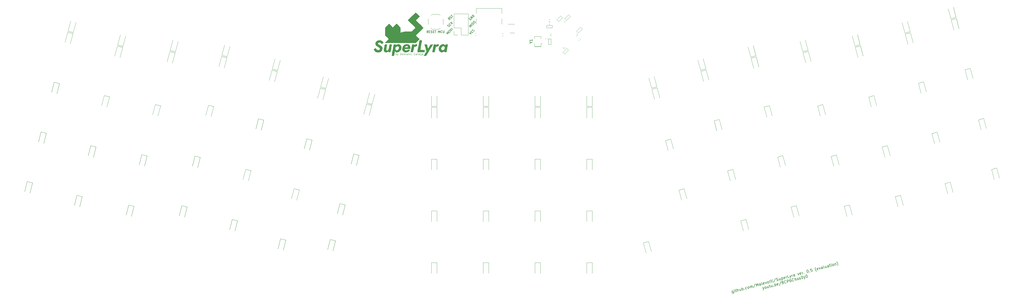
<source format=gto>
G04 #@! TF.GenerationSoftware,KiCad,Pcbnew,(5.1.10)-1*
G04 #@! TF.CreationDate,2021-09-21T17:17:46+01:00*
G04 #@! TF.ProjectId,superlyra-hs,73757065-726c-4797-9261-2d68732e6b69,0.1*
G04 #@! TF.SameCoordinates,Original*
G04 #@! TF.FileFunction,Legend,Top*
G04 #@! TF.FilePolarity,Positive*
%FSLAX46Y46*%
G04 Gerber Fmt 4.6, Leading zero omitted, Abs format (unit mm)*
G04 Created by KiCad (PCBNEW (5.1.10)-1) date 2021-09-21 17:17:46*
%MOMM*%
%LPD*%
G01*
G04 APERTURE LIST*
%ADD10C,0.153000*%
%ADD11C,0.150000*%
%ADD12C,0.125000*%
%ADD13C,0.120000*%
%ADD14C,0.010000*%
%ADD15R,1.900000X0.400000*%
%ADD16C,1.800000*%
%ADD17C,3.000000*%
%ADD18C,4.000000*%
%ADD19C,3.048000*%
%ADD20C,3.987800*%
%ADD21R,1.060000X0.650000*%
%ADD22C,0.100000*%
%ADD23R,0.600000X0.500000*%
%ADD24R,1.700000X1.700000*%
%ADD25O,1.700000X1.700000*%
%ADD26O,1.000000X1.600000*%
%ADD27C,0.650000*%
%ADD28O,1.000000X2.100000*%
%ADD29R,0.300000X1.450000*%
%ADD30R,0.600000X1.450000*%
%ADD31R,1.700000X1.000000*%
%ADD32R,1.100000X1.100000*%
%ADD33C,3.500000*%
%ADD34R,0.500000X0.600000*%
G04 APERTURE END LIST*
D10*
X195131658Y-81726277D02*
X195239407Y-81672402D01*
X195374094Y-81537715D01*
X195401032Y-81456903D01*
X195401032Y-81403028D01*
X195374094Y-81322216D01*
X195320219Y-81268341D01*
X195239407Y-81241404D01*
X195185532Y-81241404D01*
X195104720Y-81268341D01*
X194970033Y-81349154D01*
X194889221Y-81376091D01*
X194835346Y-81376091D01*
X194754534Y-81349154D01*
X194700659Y-81295279D01*
X194673722Y-81214467D01*
X194673722Y-81160592D01*
X194700659Y-81079780D01*
X194835346Y-80945093D01*
X194943096Y-80891218D01*
X195993654Y-80810406D02*
X195993654Y-80864280D01*
X195939780Y-80972030D01*
X195885905Y-81025905D01*
X195778155Y-81079780D01*
X195670406Y-81079780D01*
X195589593Y-81052842D01*
X195454906Y-80972030D01*
X195374094Y-80891218D01*
X195293282Y-80756531D01*
X195266345Y-80675719D01*
X195266345Y-80567969D01*
X195320219Y-80460219D01*
X195374094Y-80406345D01*
X195481844Y-80352470D01*
X195535719Y-80352470D01*
X196289966Y-80621844D02*
X195724280Y-80056158D01*
X196613215Y-80298595D02*
X196047529Y-80217783D01*
X196047529Y-79732910D02*
X196047529Y-80379407D01*
X194816971Y-84444839D02*
X194251285Y-83879154D01*
X194843908Y-84094653D01*
X194628409Y-83502030D01*
X195194094Y-84067715D01*
X195005532Y-83124906D02*
X195113282Y-83017157D01*
X195194094Y-82990219D01*
X195301844Y-82990219D01*
X195436531Y-83071032D01*
X195625093Y-83259593D01*
X195705905Y-83394280D01*
X195705905Y-83502030D01*
X195678967Y-83582842D01*
X195571218Y-83690592D01*
X195490406Y-83717529D01*
X195382656Y-83717529D01*
X195247969Y-83636717D01*
X195059407Y-83448155D01*
X194978595Y-83313468D01*
X194978595Y-83205719D01*
X195005532Y-83124906D01*
X196002216Y-83205719D02*
X196109966Y-83151844D01*
X196244653Y-83017157D01*
X196271590Y-82936345D01*
X196271590Y-82882470D01*
X196244653Y-82801658D01*
X196190778Y-82747783D01*
X196109966Y-82720845D01*
X196056091Y-82720845D01*
X195975279Y-82747783D01*
X195840592Y-82828595D01*
X195759780Y-82855532D01*
X195705905Y-82855532D01*
X195625093Y-82828595D01*
X195571218Y-82774720D01*
X195544280Y-82693908D01*
X195544280Y-82640033D01*
X195571218Y-82559221D01*
X195705905Y-82424534D01*
X195813654Y-82370659D01*
X196594839Y-82666971D02*
X196029154Y-82101285D01*
D11*
X195756125Y-78795685D02*
X195298189Y-78714873D01*
X195432876Y-79118934D02*
X194867190Y-78553248D01*
X195082690Y-78337749D01*
X195163502Y-78310812D01*
X195217377Y-78310812D01*
X195298189Y-78337749D01*
X195379001Y-78418561D01*
X195405938Y-78499374D01*
X195405938Y-78553248D01*
X195379001Y-78634061D01*
X195163502Y-78849560D01*
X195944687Y-78553248D02*
X196052436Y-78499374D01*
X196187123Y-78364687D01*
X196214061Y-78283874D01*
X196214061Y-78230000D01*
X196187123Y-78149187D01*
X196133248Y-78095312D01*
X196052436Y-78068375D01*
X195998561Y-78068375D01*
X195917749Y-78095312D01*
X195783062Y-78176125D01*
X195702250Y-78203062D01*
X195648375Y-78203062D01*
X195567563Y-78176125D01*
X195513688Y-78122250D01*
X195486751Y-78041438D01*
X195486751Y-77987563D01*
X195513688Y-77906751D01*
X195648375Y-77772064D01*
X195756125Y-77718189D01*
X195890812Y-77529627D02*
X196214061Y-77206378D01*
X196618122Y-77933688D02*
X196052436Y-77368003D01*
D10*
X202635972Y-83934467D02*
X203390219Y-84311590D01*
X203013096Y-83557343D01*
X204036717Y-83557343D02*
X204036717Y-83611218D01*
X203982842Y-83718967D01*
X203928967Y-83772842D01*
X203821218Y-83826717D01*
X203713468Y-83826717D01*
X203632656Y-83799780D01*
X203497969Y-83718967D01*
X203417157Y-83638155D01*
X203336345Y-83503468D01*
X203309407Y-83422656D01*
X203309407Y-83314906D01*
X203363282Y-83207157D01*
X203417157Y-83153282D01*
X203524906Y-83099407D01*
X203578781Y-83099407D01*
X204602402Y-82991658D02*
X204602402Y-83045532D01*
X204548528Y-83153282D01*
X204494653Y-83207157D01*
X204386903Y-83261032D01*
X204279154Y-83261032D01*
X204198341Y-83234094D01*
X204063654Y-83153282D01*
X203982842Y-83072470D01*
X203902030Y-82937783D01*
X203875093Y-82856971D01*
X203875093Y-82749221D01*
X203928967Y-82641471D01*
X203982842Y-82587597D01*
X204090592Y-82533722D01*
X204144467Y-82533722D01*
X203166971Y-81824839D02*
X202601285Y-81259154D01*
X203193908Y-81474653D01*
X202978409Y-80882030D01*
X203544094Y-81447715D01*
X203813468Y-81178341D02*
X203247783Y-80612656D01*
X204028967Y-80908967D02*
X204136717Y-80855093D01*
X204271404Y-80720406D01*
X204298341Y-80639593D01*
X204298341Y-80585719D01*
X204271404Y-80504906D01*
X204217529Y-80451032D01*
X204136717Y-80424094D01*
X204082842Y-80424094D01*
X204002030Y-80451032D01*
X203867343Y-80531844D01*
X203786531Y-80558781D01*
X203732656Y-80558781D01*
X203651844Y-80531844D01*
X203597969Y-80477969D01*
X203571032Y-80397157D01*
X203571032Y-80343282D01*
X203597969Y-80262470D01*
X203732656Y-80127783D01*
X203840406Y-80073908D01*
X204163654Y-79696784D02*
X204271404Y-79589035D01*
X204352216Y-79562097D01*
X204459966Y-79562097D01*
X204594653Y-79642910D01*
X204783215Y-79831471D01*
X204864027Y-79966158D01*
X204864027Y-80073908D01*
X204837089Y-80154720D01*
X204729340Y-80262470D01*
X204648528Y-80289407D01*
X204540778Y-80289407D01*
X204406091Y-80208595D01*
X204217529Y-80020033D01*
X204136717Y-79885346D01*
X204136717Y-79777597D01*
X204163654Y-79696784D01*
X202846158Y-78388155D02*
X202765346Y-78415093D01*
X202684534Y-78495905D01*
X202630659Y-78603654D01*
X202630659Y-78711404D01*
X202657597Y-78792216D01*
X202738409Y-78926903D01*
X202819221Y-79007715D01*
X202953908Y-79088528D01*
X203034720Y-79115465D01*
X203142470Y-79115465D01*
X203250219Y-79061590D01*
X203304094Y-79007715D01*
X203357969Y-78899966D01*
X203357969Y-78846091D01*
X203169407Y-78657529D01*
X203061658Y-78765279D01*
X203654280Y-78657529D02*
X203088595Y-78091844D01*
X203977529Y-78334280D01*
X203411844Y-77768595D01*
X204246903Y-78064906D02*
X203681218Y-77499221D01*
X203815905Y-77364534D01*
X203923654Y-77310659D01*
X204031404Y-77310659D01*
X204112216Y-77337597D01*
X204246903Y-77418409D01*
X204327715Y-77499221D01*
X204408528Y-77633908D01*
X204435465Y-77714720D01*
X204435465Y-77822470D01*
X204381590Y-77930219D01*
X204246903Y-78064906D01*
X187517142Y-83881904D02*
X187250476Y-83500952D01*
X187060000Y-83881904D02*
X187060000Y-83081904D01*
X187364761Y-83081904D01*
X187440952Y-83120000D01*
X187479047Y-83158095D01*
X187517142Y-83234285D01*
X187517142Y-83348571D01*
X187479047Y-83424761D01*
X187440952Y-83462857D01*
X187364761Y-83500952D01*
X187060000Y-83500952D01*
X187860000Y-83462857D02*
X188126666Y-83462857D01*
X188240952Y-83881904D02*
X187860000Y-83881904D01*
X187860000Y-83081904D01*
X188240952Y-83081904D01*
X188545714Y-83843809D02*
X188660000Y-83881904D01*
X188850476Y-83881904D01*
X188926666Y-83843809D01*
X188964761Y-83805714D01*
X189002857Y-83729523D01*
X189002857Y-83653333D01*
X188964761Y-83577142D01*
X188926666Y-83539047D01*
X188850476Y-83500952D01*
X188698095Y-83462857D01*
X188621904Y-83424761D01*
X188583809Y-83386666D01*
X188545714Y-83310476D01*
X188545714Y-83234285D01*
X188583809Y-83158095D01*
X188621904Y-83120000D01*
X188698095Y-83081904D01*
X188888571Y-83081904D01*
X189002857Y-83120000D01*
X189345714Y-83462857D02*
X189612380Y-83462857D01*
X189726666Y-83881904D02*
X189345714Y-83881904D01*
X189345714Y-83081904D01*
X189726666Y-83081904D01*
X189955238Y-83081904D02*
X190412380Y-83081904D01*
X190183809Y-83881904D02*
X190183809Y-83081904D01*
X191288571Y-83881904D02*
X191288571Y-83081904D01*
X191555238Y-83653333D01*
X191821904Y-83081904D01*
X191821904Y-83881904D01*
X192660000Y-83805714D02*
X192621904Y-83843809D01*
X192507619Y-83881904D01*
X192431428Y-83881904D01*
X192317142Y-83843809D01*
X192240952Y-83767619D01*
X192202857Y-83691428D01*
X192164761Y-83539047D01*
X192164761Y-83424761D01*
X192202857Y-83272380D01*
X192240952Y-83196190D01*
X192317142Y-83120000D01*
X192431428Y-83081904D01*
X192507619Y-83081904D01*
X192621904Y-83120000D01*
X192660000Y-83158095D01*
X193002857Y-83081904D02*
X193002857Y-83729523D01*
X193040952Y-83805714D01*
X193079047Y-83843809D01*
X193155238Y-83881904D01*
X193307619Y-83881904D01*
X193383809Y-83843809D01*
X193421904Y-83805714D01*
X193460000Y-83729523D01*
X193460000Y-83081904D01*
D11*
X299712475Y-178850559D02*
X299921995Y-179632499D01*
X299900648Y-179736817D01*
X299866976Y-179795138D01*
X299787308Y-179865784D01*
X299649318Y-179902758D01*
X299545001Y-179881411D01*
X299872696Y-179448513D02*
X299793028Y-179519159D01*
X299609042Y-179568458D01*
X299504724Y-179547111D01*
X299446403Y-179513439D01*
X299375757Y-179433771D01*
X299301809Y-179157792D01*
X299323156Y-179053474D01*
X299356828Y-178995153D01*
X299436496Y-178924507D01*
X299620482Y-178875208D01*
X299724799Y-178896555D01*
X300344985Y-179371262D02*
X300172439Y-178727312D01*
X300086166Y-178405337D02*
X300052494Y-178463658D01*
X300110816Y-178497329D01*
X300144487Y-178439008D01*
X300086166Y-178405337D01*
X300110816Y-178497329D01*
X300494415Y-178641039D02*
X300862386Y-178542441D01*
X300546131Y-178282089D02*
X300767976Y-179110026D01*
X300838622Y-179189694D01*
X300942939Y-179211041D01*
X301034932Y-179186392D01*
X301356908Y-179100119D02*
X301098089Y-178134193D01*
X301770876Y-178989196D02*
X301635304Y-178483235D01*
X301564658Y-178403567D01*
X301460340Y-178382220D01*
X301322351Y-178419194D01*
X301242683Y-178489840D01*
X301209011Y-178548161D01*
X302472263Y-178111076D02*
X302644809Y-178755027D01*
X302058294Y-178221998D02*
X302193866Y-178727960D01*
X302264512Y-178807628D01*
X302368830Y-178828975D01*
X302506819Y-178792001D01*
X302586487Y-178721355D01*
X302620159Y-178663034D01*
X303104773Y-178631779D02*
X302845954Y-177665854D01*
X302944552Y-178033825D02*
X303024220Y-177963179D01*
X303208206Y-177913881D01*
X303312524Y-177935228D01*
X303370845Y-177968899D01*
X303441491Y-178048568D01*
X303515439Y-178324546D01*
X303494092Y-178428864D01*
X303460420Y-178487185D01*
X303380752Y-178557831D01*
X303196766Y-178607130D01*
X303092449Y-178585783D01*
X303954057Y-178305617D02*
X304012378Y-178339289D01*
X303978706Y-178397610D01*
X303920385Y-178363938D01*
X303954057Y-178305617D01*
X303978706Y-178397610D01*
X304840314Y-178117444D02*
X304760646Y-178188090D01*
X304576660Y-178237388D01*
X304472343Y-178216041D01*
X304414021Y-178182370D01*
X304343376Y-178102701D01*
X304269427Y-177826723D01*
X304290774Y-177722405D01*
X304324446Y-177664084D01*
X304404114Y-177593438D01*
X304588100Y-177544139D01*
X304692418Y-177565486D01*
X305404597Y-178015544D02*
X305300279Y-177994197D01*
X305241958Y-177960525D01*
X305171312Y-177880857D01*
X305097364Y-177604878D01*
X305118711Y-177500560D01*
X305152382Y-177442239D01*
X305232051Y-177371593D01*
X305370040Y-177334619D01*
X305474358Y-177355966D01*
X305532679Y-177389638D01*
X305603325Y-177469306D01*
X305677273Y-177745285D01*
X305655926Y-177849602D01*
X305622254Y-177907924D01*
X305542586Y-177978569D01*
X305404597Y-178015544D01*
X306140540Y-177818348D02*
X305967994Y-177174398D01*
X305992644Y-177266390D02*
X306026315Y-177208069D01*
X306105984Y-177137423D01*
X306243973Y-177100449D01*
X306348291Y-177121796D01*
X306418937Y-177201465D01*
X306554508Y-177707426D01*
X306418937Y-177201465D02*
X306440284Y-177097147D01*
X306519952Y-177026501D01*
X306657941Y-176989527D01*
X306762259Y-177010874D01*
X306832905Y-177090542D01*
X306968477Y-177596503D01*
X307847245Y-176276463D02*
X307352076Y-177740213D01*
X308440364Y-177202112D02*
X308181545Y-176236186D01*
X308688391Y-176839860D01*
X308825495Y-176063640D01*
X309084314Y-177029566D01*
X309958247Y-176795397D02*
X309822675Y-176289436D01*
X309752029Y-176209767D01*
X309647712Y-176188420D01*
X309463726Y-176237719D01*
X309384058Y-176308365D01*
X309945922Y-176749400D02*
X309866254Y-176820046D01*
X309636272Y-176881670D01*
X309531954Y-176860323D01*
X309461308Y-176780654D01*
X309436659Y-176688661D01*
X309458006Y-176584344D01*
X309537674Y-176513698D01*
X309767656Y-176452074D01*
X309847325Y-176381428D01*
X310556201Y-176635175D02*
X310451883Y-176613828D01*
X310381238Y-176534160D01*
X310159393Y-175706224D01*
X311279820Y-176391983D02*
X311200152Y-176462629D01*
X311016166Y-176511928D01*
X310911848Y-176490581D01*
X310841202Y-176410913D01*
X310742605Y-176042941D01*
X310763952Y-175938624D01*
X310843620Y-175867978D01*
X311027606Y-175818679D01*
X311131923Y-175840026D01*
X311202569Y-175919694D01*
X311227219Y-176011687D01*
X310791903Y-176226927D01*
X311487570Y-175695432D02*
X311890099Y-176277759D01*
X311947535Y-175572184D01*
X312626042Y-176080563D02*
X312521725Y-176059216D01*
X312463403Y-176025544D01*
X312392757Y-175945876D01*
X312318809Y-175669897D01*
X312340156Y-175565580D01*
X312373828Y-175507258D01*
X312453496Y-175436613D01*
X312591486Y-175399638D01*
X312695803Y-175420985D01*
X312754124Y-175454657D01*
X312824770Y-175534325D01*
X312898719Y-175810304D01*
X312877372Y-175914622D01*
X312843700Y-175972943D01*
X312764032Y-176043589D01*
X312626042Y-176080563D01*
X313499975Y-175846393D02*
X313395657Y-175825046D01*
X313325012Y-175745378D01*
X313103167Y-174917442D01*
X313557411Y-175140819D02*
X313925383Y-175042222D01*
X313609128Y-174781870D02*
X313830973Y-175609806D01*
X313901619Y-175689475D01*
X314005936Y-175710822D01*
X314097929Y-175686172D01*
X314419904Y-175599899D02*
X314247358Y-174955949D01*
X314161085Y-174633973D02*
X314127414Y-174692295D01*
X314185735Y-174725966D01*
X314219407Y-174667645D01*
X314161085Y-174633973D01*
X314185735Y-174725966D01*
X315298672Y-174279859D02*
X314803503Y-175743608D01*
X315833470Y-175171836D02*
X315983784Y-175180859D01*
X316213767Y-175119235D01*
X316293435Y-175048589D01*
X316327107Y-174990268D01*
X316348454Y-174885950D01*
X316323804Y-174793958D01*
X316253158Y-174714289D01*
X316194837Y-174680618D01*
X316090520Y-174659271D01*
X315894209Y-174662573D01*
X315789891Y-174641226D01*
X315731570Y-174607554D01*
X315660924Y-174527886D01*
X315636275Y-174435893D01*
X315657622Y-174331575D01*
X315691294Y-174273254D01*
X315770962Y-174202608D01*
X316000944Y-174140985D01*
X316151258Y-174150007D01*
X317053143Y-174204141D02*
X317225689Y-174848091D01*
X316639175Y-174315063D02*
X316774747Y-174821024D01*
X316845393Y-174900693D01*
X316949710Y-174922040D01*
X317087700Y-174885066D01*
X317167368Y-174814420D01*
X317201040Y-174756099D01*
X317513108Y-174080894D02*
X317771927Y-175046820D01*
X317525432Y-174126890D02*
X317605101Y-174056244D01*
X317789086Y-174006945D01*
X317893404Y-174028292D01*
X317951725Y-174061964D01*
X318022371Y-174141632D01*
X318096319Y-174417611D01*
X318074972Y-174521929D01*
X318041301Y-174580250D01*
X317961632Y-174650896D01*
X317777647Y-174700195D01*
X317673329Y-174678848D01*
X318915234Y-174346080D02*
X318835565Y-174416726D01*
X318651579Y-174466025D01*
X318547262Y-174444678D01*
X318476616Y-174365010D01*
X318378018Y-173997038D01*
X318399365Y-173892721D01*
X318479033Y-173822075D01*
X318663019Y-173772776D01*
X318767337Y-173794123D01*
X318837983Y-173873791D01*
X318862632Y-173965784D01*
X318427317Y-174181024D01*
X319387523Y-174268830D02*
X319214977Y-173624879D01*
X319264276Y-173808865D02*
X319285623Y-173704547D01*
X319319295Y-173646226D01*
X319398963Y-173575580D01*
X319490956Y-173550931D01*
X320445442Y-173985361D02*
X319985477Y-174108608D01*
X319726658Y-173142683D01*
X320502878Y-173279787D02*
X320905406Y-173862114D01*
X320962843Y-173156540D02*
X320905406Y-173862114D01*
X320875037Y-174116746D01*
X320841365Y-174175067D01*
X320761697Y-174245713D01*
X321503361Y-173701893D02*
X321330814Y-173057942D01*
X321380113Y-173241928D02*
X321401460Y-173137610D01*
X321435132Y-173079289D01*
X321514800Y-173008643D01*
X321606793Y-172983994D01*
X322515283Y-173430749D02*
X322379711Y-172924788D01*
X322309065Y-172845120D01*
X322204747Y-172823773D01*
X322020761Y-172873072D01*
X321941093Y-172943717D01*
X322502958Y-173384753D02*
X322423290Y-173455398D01*
X322193308Y-173517022D01*
X322088990Y-173495675D01*
X322018344Y-173416007D01*
X321993695Y-173324014D01*
X322015042Y-173219696D01*
X322094710Y-173149050D01*
X322324692Y-173087427D01*
X322404360Y-173016781D01*
X323446652Y-172491005D02*
X323849180Y-173073332D01*
X323906617Y-172367758D01*
X324802781Y-172768517D02*
X324723113Y-172839163D01*
X324539127Y-172888462D01*
X324434810Y-172867115D01*
X324364164Y-172787446D01*
X324265566Y-172419475D01*
X324286913Y-172315157D01*
X324366581Y-172244511D01*
X324550567Y-172195212D01*
X324654885Y-172216559D01*
X324725531Y-172296227D01*
X324750180Y-172388220D01*
X324314865Y-172603460D01*
X325275071Y-172691266D02*
X325102525Y-172047316D01*
X325151824Y-172231301D02*
X325173171Y-172126984D01*
X325206843Y-172068663D01*
X325286511Y-171998017D01*
X325378504Y-171973367D01*
X325848376Y-172439052D02*
X325906697Y-172472724D01*
X325873025Y-172531045D01*
X325814704Y-172497373D01*
X325848376Y-172439052D01*
X325873025Y-172531045D01*
X326994100Y-171195377D02*
X327086093Y-171170728D01*
X327190411Y-171192075D01*
X327248732Y-171225747D01*
X327319378Y-171305415D01*
X327414673Y-171477076D01*
X327476297Y-171707059D01*
X327479599Y-171903369D01*
X327458252Y-172007687D01*
X327424580Y-172066008D01*
X327344912Y-172136654D01*
X327252919Y-172161303D01*
X327148601Y-172139956D01*
X327090280Y-172106284D01*
X327019634Y-172026616D01*
X326924339Y-171854955D01*
X326862715Y-171624973D01*
X326859413Y-171428662D01*
X326880760Y-171324345D01*
X326914432Y-171266023D01*
X326994100Y-171195377D01*
X327964213Y-171872115D02*
X328022534Y-171905787D01*
X327988862Y-171964108D01*
X327930541Y-171930436D01*
X327964213Y-171872115D01*
X327988862Y-171964108D01*
X328649973Y-170751688D02*
X328190008Y-170874935D01*
X328267259Y-171347224D01*
X328300931Y-171288903D01*
X328380599Y-171218257D01*
X328610581Y-171156634D01*
X328714899Y-171177981D01*
X328773220Y-171211652D01*
X328843866Y-171291321D01*
X328905489Y-171521303D01*
X328884142Y-171625621D01*
X328850471Y-171683942D01*
X328770802Y-171754588D01*
X328540820Y-171816211D01*
X328436502Y-171794864D01*
X328378181Y-171761192D01*
X330479277Y-171691194D02*
X330420955Y-171657523D01*
X330291988Y-171544183D01*
X330221342Y-171464514D01*
X330138372Y-171338850D01*
X330030752Y-171121192D01*
X329981453Y-170937206D01*
X329965826Y-170694899D01*
X329974848Y-170544585D01*
X329996195Y-170440267D01*
X330051214Y-170277629D01*
X330084886Y-170219307D01*
X331104298Y-171080031D02*
X331024629Y-171150677D01*
X330840643Y-171199975D01*
X330736326Y-171178628D01*
X330665680Y-171098960D01*
X330567082Y-170730988D01*
X330588429Y-170626671D01*
X330668097Y-170556025D01*
X330852083Y-170506726D01*
X330956401Y-170528073D01*
X331027047Y-170607741D01*
X331051696Y-170699734D01*
X330616381Y-170914974D01*
X331312048Y-170383479D02*
X331714576Y-170965806D01*
X331772013Y-170260232D01*
X332726499Y-170694662D02*
X332590927Y-170188701D01*
X332520281Y-170109033D01*
X332415963Y-170087686D01*
X332231977Y-170136984D01*
X332152309Y-170207630D01*
X332714174Y-170648666D02*
X332634506Y-170719311D01*
X332404523Y-170780935D01*
X332300206Y-170759588D01*
X332229560Y-170679920D01*
X332204910Y-170587927D01*
X332226257Y-170483609D01*
X332305926Y-170412963D01*
X332535908Y-170351340D01*
X332615576Y-170280694D01*
X333324453Y-170534441D02*
X333220135Y-170513094D01*
X333149489Y-170433425D01*
X332927644Y-169605489D01*
X333933847Y-169680970D02*
X334106393Y-170324921D01*
X333519878Y-169791892D02*
X333655450Y-170297854D01*
X333726096Y-170377522D01*
X333830414Y-170398869D01*
X333968403Y-170361895D01*
X334048072Y-170291249D01*
X334081743Y-170232928D01*
X334980326Y-170090751D02*
X334844754Y-169584790D01*
X334774108Y-169505122D01*
X334669790Y-169483775D01*
X334485804Y-169533073D01*
X334406136Y-169603719D01*
X334968001Y-170044754D02*
X334888333Y-170115400D01*
X334658350Y-170177024D01*
X334554033Y-170155677D01*
X334483387Y-170076009D01*
X334458737Y-169984016D01*
X334480084Y-169879698D01*
X334559753Y-169809052D01*
X334789735Y-169747429D01*
X334869403Y-169676783D01*
X335129755Y-169360527D02*
X335497727Y-169261930D01*
X335181471Y-169001578D02*
X335403316Y-169829514D01*
X335473962Y-169909183D01*
X335578280Y-169930530D01*
X335670273Y-169905880D01*
X335992248Y-169819607D02*
X335819702Y-169175657D01*
X335733429Y-168853681D02*
X335699757Y-168912003D01*
X335758078Y-168945674D01*
X335791750Y-168887353D01*
X335733429Y-168853681D01*
X335758078Y-168945674D01*
X336590202Y-169659386D02*
X336485884Y-169638039D01*
X336427563Y-169604367D01*
X336356917Y-169524699D01*
X336282969Y-169248720D01*
X336304316Y-169144402D01*
X336337988Y-169086081D01*
X336417656Y-169015435D01*
X336555645Y-168978461D01*
X336659963Y-168999808D01*
X336718284Y-169033480D01*
X336788930Y-169113148D01*
X336862878Y-169389127D01*
X336841531Y-169493445D01*
X336807860Y-169551766D01*
X336728191Y-169622412D01*
X336590202Y-169659386D01*
X337153599Y-168818240D02*
X337326145Y-169462190D01*
X337178249Y-168910233D02*
X337211921Y-168851912D01*
X337291589Y-168781266D01*
X337429578Y-168744292D01*
X337533896Y-168765639D01*
X337604542Y-168845307D01*
X337740114Y-169351268D01*
X338206683Y-169620642D02*
X338240355Y-169562321D01*
X338295374Y-169399682D01*
X338316721Y-169295364D01*
X338325743Y-169145050D01*
X338310116Y-168902743D01*
X338260817Y-168718757D01*
X338153197Y-168501100D01*
X338070226Y-168375435D01*
X337999581Y-168295767D01*
X337870613Y-168182427D01*
X337812292Y-168148755D01*
X310534727Y-177658951D02*
X310937256Y-178241278D01*
X310994692Y-177535704D02*
X310937256Y-178241278D01*
X310906886Y-178495910D01*
X310873215Y-178554231D01*
X310793546Y-178624877D01*
X311673199Y-178044083D02*
X311568882Y-178022736D01*
X311510560Y-177989064D01*
X311439914Y-177909396D01*
X311365966Y-177633417D01*
X311387313Y-177529099D01*
X311420985Y-177470778D01*
X311500653Y-177400132D01*
X311638643Y-177363158D01*
X311742960Y-177384505D01*
X311801281Y-177418177D01*
X311871927Y-177497845D01*
X311945876Y-177773824D01*
X311924529Y-177878141D01*
X311890857Y-177936463D01*
X311811189Y-178007108D01*
X311673199Y-178044083D01*
X312650565Y-177092014D02*
X312823111Y-177735965D01*
X312236597Y-177202937D02*
X312372169Y-177708898D01*
X312442814Y-177788566D01*
X312547132Y-177809913D01*
X312685121Y-177772939D01*
X312764790Y-177702293D01*
X312798461Y-177643972D01*
X312972540Y-177005741D02*
X313340512Y-176907143D01*
X313024256Y-176646792D02*
X313246101Y-177474728D01*
X313316747Y-177554396D01*
X313421065Y-177575743D01*
X313513058Y-177551094D01*
X314076455Y-176709948D02*
X314249001Y-177353898D01*
X313662487Y-176820870D02*
X313798059Y-177326832D01*
X313868705Y-177406500D01*
X313973023Y-177427847D01*
X314111012Y-177390873D01*
X314190680Y-177320227D01*
X314224352Y-177261906D01*
X314684317Y-177138658D02*
X314742638Y-177172330D01*
X314708966Y-177230651D01*
X314650645Y-177196980D01*
X314684317Y-177138658D01*
X314708966Y-177230651D01*
X315168931Y-177107404D02*
X314910112Y-176141478D01*
X315008709Y-176509450D02*
X315088378Y-176438804D01*
X315272364Y-176389505D01*
X315376681Y-176410852D01*
X315435002Y-176444524D01*
X315505648Y-176524192D01*
X315579597Y-176800171D01*
X315558250Y-176904489D01*
X315524578Y-176962810D01*
X315444910Y-177033456D01*
X315260924Y-177082755D01*
X315156606Y-177061408D01*
X316398511Y-176728640D02*
X316318842Y-176799286D01*
X316134857Y-176848585D01*
X316030539Y-176827238D01*
X315959893Y-176747570D01*
X315861295Y-176379598D01*
X315882642Y-176275280D01*
X315962311Y-176204635D01*
X316146296Y-176155336D01*
X316250614Y-176176683D01*
X316321260Y-176256351D01*
X316345909Y-176348344D01*
X315910594Y-176563584D01*
X317289603Y-175454597D02*
X316794434Y-176918346D01*
X317872815Y-175791314D02*
X317768497Y-175769967D01*
X317710176Y-175736295D01*
X317639530Y-175656627D01*
X317627206Y-175610631D01*
X317648553Y-175506313D01*
X317682224Y-175447992D01*
X317761893Y-175377346D01*
X317945879Y-175328047D01*
X318050196Y-175349394D01*
X318108517Y-175383066D01*
X318179163Y-175462734D01*
X318191488Y-175508731D01*
X318170141Y-175613048D01*
X318136469Y-175671369D01*
X318056801Y-175742015D01*
X317872815Y-175791314D01*
X317793147Y-175861960D01*
X317759475Y-175920281D01*
X317738128Y-176024599D01*
X317787427Y-176208585D01*
X317858073Y-176288253D01*
X317916394Y-176321925D01*
X318020712Y-176343272D01*
X318204698Y-176293973D01*
X318284366Y-176223327D01*
X318318038Y-176165006D01*
X318339385Y-176060688D01*
X318290086Y-175876702D01*
X318219440Y-175797034D01*
X318161119Y-175763362D01*
X318056801Y-175742015D01*
X319329960Y-175893862D02*
X319296288Y-175952183D01*
X319170623Y-176035154D01*
X319078630Y-176059803D01*
X318928316Y-176050781D01*
X318811674Y-175983437D01*
X318741028Y-175903769D01*
X318645733Y-175732108D01*
X318608759Y-175594119D01*
X318605456Y-175397808D01*
X318626803Y-175293490D01*
X318694147Y-175176848D01*
X318819811Y-175093877D01*
X318911804Y-175069228D01*
X319062119Y-175078250D01*
X319120440Y-175111922D01*
X319768578Y-175874932D02*
X319509758Y-174909007D01*
X319877730Y-174810409D01*
X319982048Y-174831756D01*
X320040369Y-174865428D01*
X320111015Y-174945096D01*
X320147989Y-175083085D01*
X320126642Y-175187403D01*
X320092970Y-175245724D01*
X320013302Y-175316370D01*
X319645330Y-175414968D01*
X320889653Y-174539265D02*
X320705667Y-174588564D01*
X320625998Y-174659210D01*
X320592327Y-174717531D01*
X320537308Y-174880170D01*
X320540610Y-175076481D01*
X320639208Y-175444452D01*
X320709854Y-175524121D01*
X320768175Y-175557792D01*
X320872493Y-175579139D01*
X321056479Y-175529840D01*
X321136147Y-175459195D01*
X321169819Y-175400873D01*
X321191166Y-175296556D01*
X321129542Y-175066573D01*
X321058896Y-174986905D01*
X321000575Y-174953233D01*
X320896257Y-174931886D01*
X320712271Y-174981185D01*
X320632603Y-175051831D01*
X320598931Y-175110152D01*
X320577584Y-175214470D01*
X322181741Y-175129730D02*
X322148069Y-175188051D01*
X322022404Y-175271021D01*
X321930412Y-175295671D01*
X321780097Y-175286649D01*
X321663455Y-175219305D01*
X321592809Y-175139637D01*
X321497514Y-174967976D01*
X321460540Y-174829986D01*
X321457237Y-174633676D01*
X321478584Y-174529358D01*
X321545928Y-174412716D01*
X321671592Y-174329745D01*
X321763585Y-174305096D01*
X321913900Y-174314118D01*
X321972221Y-174347790D01*
X322620359Y-175110800D02*
X322361539Y-174144874D01*
X323034327Y-174999878D02*
X322898755Y-174493916D01*
X322828109Y-174414248D01*
X322723791Y-174392901D01*
X322585802Y-174429875D01*
X322506134Y-174500521D01*
X322472462Y-174558842D01*
X323435970Y-174842959D02*
X323540288Y-174864306D01*
X323724274Y-174815007D01*
X323803942Y-174744361D01*
X323825289Y-174640043D01*
X323812964Y-174594047D01*
X323742318Y-174514379D01*
X323638001Y-174493032D01*
X323500011Y-174530006D01*
X323395694Y-174508659D01*
X323325048Y-174428991D01*
X323312723Y-174382994D01*
X323334070Y-174278676D01*
X323413738Y-174208030D01*
X323551728Y-174171056D01*
X323656045Y-174192403D01*
X324217910Y-174633439D02*
X324322228Y-174654786D01*
X324506214Y-174605487D01*
X324585882Y-174534841D01*
X324607229Y-174430523D01*
X324594904Y-174384527D01*
X324524258Y-174304858D01*
X324419941Y-174283511D01*
X324281951Y-174320486D01*
X324177634Y-174299139D01*
X324106988Y-174219470D01*
X324094663Y-174173474D01*
X324116010Y-174069156D01*
X324195678Y-173998510D01*
X324333668Y-173961536D01*
X324437985Y-173982883D01*
X324983338Y-173442365D02*
X325075331Y-173417716D01*
X325179649Y-173439063D01*
X325237970Y-173472735D01*
X325308616Y-173552403D01*
X325403911Y-173724064D01*
X325465535Y-173954046D01*
X325468837Y-174150357D01*
X325447490Y-174254675D01*
X325413818Y-174312996D01*
X325334150Y-174383642D01*
X325242157Y-174408291D01*
X325137840Y-174386944D01*
X325079518Y-174353272D01*
X325008872Y-174273604D01*
X324913577Y-174101943D01*
X324851954Y-173871961D01*
X324848651Y-173675650D01*
X324869998Y-173571333D01*
X324903670Y-173513011D01*
X324983338Y-173442365D01*
X325713562Y-173591795D02*
X326116090Y-174174122D01*
X326173526Y-173468547D02*
X326116090Y-174174122D01*
X326085721Y-174428753D01*
X326052049Y-174487075D01*
X325972381Y-174557720D01*
X326639211Y-172998676D02*
X326731204Y-172974026D01*
X326835522Y-172995373D01*
X326893843Y-173029045D01*
X326964489Y-173108713D01*
X327059784Y-173280374D01*
X327121408Y-173510357D01*
X327124710Y-173706667D01*
X327103363Y-173810985D01*
X327069691Y-173869306D01*
X326990023Y-173939952D01*
X326898030Y-173964601D01*
X326793712Y-173943254D01*
X326735391Y-173909583D01*
X326664745Y-173829914D01*
X326569450Y-173658253D01*
X326507826Y-173428271D01*
X326504524Y-173231960D01*
X326525871Y-173127643D01*
X326559543Y-173069322D01*
X326639211Y-172998676D01*
D12*
X175594000Y-92010666D02*
X175594000Y-91310666D01*
X175594000Y-91577333D02*
X175660666Y-91544000D01*
X175794000Y-91544000D01*
X175860666Y-91577333D01*
X175894000Y-91610666D01*
X175927333Y-91677333D01*
X175927333Y-91877333D01*
X175894000Y-91944000D01*
X175860666Y-91977333D01*
X175794000Y-92010666D01*
X175660666Y-92010666D01*
X175594000Y-91977333D01*
X176160666Y-91544000D02*
X176327333Y-92010666D01*
X176494000Y-91544000D02*
X176327333Y-92010666D01*
X176260666Y-92177333D01*
X176227333Y-92210666D01*
X176160666Y-92244000D01*
X177294000Y-92010666D02*
X177294000Y-91310666D01*
X177460666Y-91310666D01*
X177560666Y-91344000D01*
X177627333Y-91410666D01*
X177660666Y-91477333D01*
X177694000Y-91610666D01*
X177694000Y-91710666D01*
X177660666Y-91844000D01*
X177627333Y-91910666D01*
X177560666Y-91977333D01*
X177460666Y-92010666D01*
X177294000Y-92010666D01*
X178094000Y-92010666D02*
X178027333Y-91977333D01*
X177994000Y-91944000D01*
X177960666Y-91877333D01*
X177960666Y-91677333D01*
X177994000Y-91610666D01*
X178027333Y-91577333D01*
X178094000Y-91544000D01*
X178194000Y-91544000D01*
X178260666Y-91577333D01*
X178294000Y-91610666D01*
X178327333Y-91677333D01*
X178327333Y-91877333D01*
X178294000Y-91944000D01*
X178260666Y-91977333D01*
X178194000Y-92010666D01*
X178094000Y-92010666D01*
X178627333Y-92010666D02*
X178627333Y-91544000D01*
X178627333Y-91610666D02*
X178660666Y-91577333D01*
X178727333Y-91544000D01*
X178827333Y-91544000D01*
X178894000Y-91577333D01*
X178927333Y-91644000D01*
X178927333Y-92010666D01*
X178927333Y-91644000D02*
X178960666Y-91577333D01*
X179027333Y-91544000D01*
X179127333Y-91544000D01*
X179194000Y-91577333D01*
X179227333Y-91644000D01*
X179227333Y-92010666D01*
X179860666Y-92010666D02*
X179860666Y-91644000D01*
X179827333Y-91577333D01*
X179760666Y-91544000D01*
X179627333Y-91544000D01*
X179560666Y-91577333D01*
X179860666Y-91977333D02*
X179794000Y-92010666D01*
X179627333Y-92010666D01*
X179560666Y-91977333D01*
X179527333Y-91910666D01*
X179527333Y-91844000D01*
X179560666Y-91777333D01*
X179627333Y-91744000D01*
X179794000Y-91744000D01*
X179860666Y-91710666D01*
X180194000Y-91544000D02*
X180194000Y-92010666D01*
X180194000Y-91610666D02*
X180227333Y-91577333D01*
X180294000Y-91544000D01*
X180394000Y-91544000D01*
X180460666Y-91577333D01*
X180494000Y-91644000D01*
X180494000Y-92010666D01*
X180827333Y-92010666D02*
X180827333Y-91544000D01*
X180827333Y-91310666D02*
X180794000Y-91344000D01*
X180827333Y-91377333D01*
X180860666Y-91344000D01*
X180827333Y-91310666D01*
X180827333Y-91377333D01*
X181460666Y-91977333D02*
X181394000Y-92010666D01*
X181260666Y-92010666D01*
X181194000Y-91977333D01*
X181160666Y-91944000D01*
X181127333Y-91877333D01*
X181127333Y-91677333D01*
X181160666Y-91610666D01*
X181194000Y-91577333D01*
X181260666Y-91544000D01*
X181394000Y-91544000D01*
X181460666Y-91577333D01*
X182694000Y-91944000D02*
X182660666Y-91977333D01*
X182560666Y-92010666D01*
X182494000Y-92010666D01*
X182394000Y-91977333D01*
X182327333Y-91910666D01*
X182294000Y-91844000D01*
X182260666Y-91710666D01*
X182260666Y-91610666D01*
X182294000Y-91477333D01*
X182327333Y-91410666D01*
X182394000Y-91344000D01*
X182494000Y-91310666D01*
X182560666Y-91310666D01*
X182660666Y-91344000D01*
X182694000Y-91377333D01*
X183294000Y-92010666D02*
X183294000Y-91644000D01*
X183260666Y-91577333D01*
X183194000Y-91544000D01*
X183060666Y-91544000D01*
X182994000Y-91577333D01*
X183294000Y-91977333D02*
X183227333Y-92010666D01*
X183060666Y-92010666D01*
X182994000Y-91977333D01*
X182960666Y-91910666D01*
X182960666Y-91844000D01*
X182994000Y-91777333D01*
X183060666Y-91744000D01*
X183227333Y-91744000D01*
X183294000Y-91710666D01*
X183727333Y-92010666D02*
X183660666Y-91977333D01*
X183627333Y-91910666D01*
X183627333Y-91310666D01*
X184094000Y-92010666D02*
X184027333Y-91977333D01*
X183994000Y-91910666D01*
X183994000Y-91310666D01*
X184627333Y-91977333D02*
X184560666Y-92010666D01*
X184427333Y-92010666D01*
X184360666Y-91977333D01*
X184327333Y-91910666D01*
X184327333Y-91644000D01*
X184360666Y-91577333D01*
X184427333Y-91544000D01*
X184560666Y-91544000D01*
X184627333Y-91577333D01*
X184660666Y-91644000D01*
X184660666Y-91710666D01*
X184327333Y-91777333D01*
X184960666Y-91544000D02*
X184960666Y-92144000D01*
X184927333Y-92210666D01*
X184860666Y-92244000D01*
X184827333Y-92244000D01*
X184960666Y-91310666D02*
X184927333Y-91344000D01*
X184960666Y-91377333D01*
X184994000Y-91344000D01*
X184960666Y-91310666D01*
X184960666Y-91377333D01*
X185594000Y-92010666D02*
X185594000Y-91644000D01*
X185560666Y-91577333D01*
X185494000Y-91544000D01*
X185360666Y-91544000D01*
X185294000Y-91577333D01*
X185594000Y-91977333D02*
X185527333Y-92010666D01*
X185360666Y-92010666D01*
X185294000Y-91977333D01*
X185260666Y-91910666D01*
X185260666Y-91844000D01*
X185294000Y-91777333D01*
X185360666Y-91744000D01*
X185527333Y-91744000D01*
X185594000Y-91710666D01*
D13*
G04 #@! TO.C,Y1*
X229038000Y-85195000D02*
X229038000Y-85995000D01*
X226638000Y-85195000D02*
X228638000Y-85195000D01*
X226638000Y-85995000D02*
X226638000Y-85195000D01*
X226638000Y-88795000D02*
X226638000Y-87795000D01*
X228638000Y-88795000D02*
X226638000Y-88795000D01*
X229038000Y-87795000D02*
X229038000Y-88795000D01*
X229038000Y-87795000D02*
X229438000Y-87795000D01*
X226638000Y-88995000D02*
X228638000Y-88995000D01*
X228638000Y-85195000D02*
X229038000Y-85195000D01*
X228638000Y-88795000D02*
X229038000Y-88795000D01*
X228638000Y-88995000D02*
X229038000Y-88995000D01*
G04 #@! TO.C,R3*
X231520000Y-85811379D02*
X231520000Y-86146621D01*
X230760000Y-85811379D02*
X230760000Y-86146621D01*
G04 #@! TO.C,U2*
X217540000Y-83906000D02*
X219340000Y-83906000D01*
X219340000Y-80686000D02*
X216890000Y-80686000D01*
G04 #@! TO.C,C2*
X237719239Y-78686080D02*
X238383920Y-79350761D01*
X239156080Y-77249239D02*
X239820761Y-77913920D01*
X238383920Y-79350761D02*
X239820761Y-77913920D01*
X239156080Y-77249239D02*
X237719239Y-78686080D01*
G04 #@! TO.C,C3*
X243546080Y-81779239D02*
X242109239Y-83216080D01*
X242773920Y-83880761D02*
X244210761Y-82443920D01*
X243546080Y-81779239D02*
X244210761Y-82443920D01*
X242109239Y-83216080D02*
X242773920Y-83880761D01*
G04 #@! TO.C,C4*
X239175761Y-90228420D02*
X238511080Y-89563739D01*
X237738920Y-91665261D02*
X237074239Y-91000580D01*
X238511080Y-89563739D02*
X237074239Y-91000580D01*
X237738920Y-91665261D02*
X239175761Y-90228420D01*
G04 #@! TO.C,C5*
X231140000Y-82004000D02*
X233172000Y-82004000D01*
X233172000Y-81064000D02*
X231140000Y-81064000D01*
X231140000Y-82004000D02*
X231140000Y-81064000D01*
X233172000Y-82004000D02*
X233172000Y-81064000D01*
G04 #@! TO.C,J2*
X202244000Y-84642000D02*
X199644000Y-84642000D01*
X202244000Y-84642000D02*
X202244000Y-76902000D01*
X202244000Y-76902000D02*
X197044000Y-76902000D01*
X197044000Y-82042000D02*
X197044000Y-76902000D01*
X199644000Y-82042000D02*
X197044000Y-82042000D01*
X199644000Y-84642000D02*
X199644000Y-82042000D01*
X197044000Y-84642000D02*
X197044000Y-83312000D01*
X198374000Y-84642000D02*
X197044000Y-84642000D01*
G04 #@! TO.C,R1*
X232323621Y-80644000D02*
X231988379Y-80644000D01*
X232323621Y-79884000D02*
X231988379Y-79884000D01*
G04 #@! TO.C,R2*
X232323621Y-79628000D02*
X231988379Y-79628000D01*
X232323621Y-78868000D02*
X231988379Y-78868000D01*
G04 #@! TO.C,R4*
X243039825Y-86787227D02*
X242802773Y-86550175D01*
X243577227Y-86249825D02*
X243340175Y-86012773D01*
G04 #@! TO.C,R5*
X215107621Y-84910000D02*
X214772379Y-84910000D01*
X215107621Y-84150000D02*
X214772379Y-84150000D01*
G04 #@! TO.C,R6*
X204782379Y-84920000D02*
X205117621Y-84920000D01*
X204782379Y-84160000D02*
X205117621Y-84160000D01*
G04 #@! TO.C,U1*
X238002652Y-79989341D02*
X237490000Y-79476689D01*
X237490000Y-89687311D02*
X238002652Y-89174659D01*
X236977348Y-89174659D02*
X237490000Y-89687311D01*
X232384689Y-84582000D02*
X232897341Y-84069348D01*
X232897341Y-85094652D02*
X232384689Y-84582000D01*
X242595311Y-84582000D02*
X242082659Y-85094652D01*
X242082659Y-84069348D02*
X242595311Y-84582000D01*
G04 #@! TO.C,J1*
X214641997Y-76740000D02*
X214641997Y-74840000D01*
X214641997Y-80640000D02*
X214641997Y-78640000D01*
X205241997Y-76740000D02*
X205241997Y-74840000D01*
X205241997Y-80640000D02*
X205241997Y-78640000D01*
X214641997Y-74840000D02*
X205241997Y-74840000D01*
G04 #@! TO.C,SWRST1*
X188546000Y-82056000D02*
X188996000Y-82506000D01*
X191946000Y-82056000D02*
X191496000Y-82506000D01*
X191946000Y-77456000D02*
X191496000Y-77006000D01*
X188546000Y-77456000D02*
X188996000Y-77006000D01*
X192996000Y-78756000D02*
X192996000Y-80756000D01*
X188996000Y-82506000D02*
X191496000Y-82506000D01*
X187496000Y-78756000D02*
X187496000Y-80756000D01*
X188996000Y-77006000D02*
X191496000Y-77006000D01*
G04 #@! TO.C,C1*
X236306080Y-77669239D02*
X234869239Y-79106080D01*
X235533920Y-79770761D02*
X236970761Y-78333920D01*
X236306080Y-77669239D02*
X236970761Y-78333920D01*
X234869239Y-79106080D02*
X235533920Y-79770761D01*
G04 #@! TO.C,D1*
X54971502Y-83210969D02*
X55967956Y-79492154D01*
X56903354Y-83728607D02*
X57899807Y-80009792D01*
X54971502Y-83210969D02*
X56903354Y-83728607D01*
G04 #@! TO.C,D2*
X73259502Y-88290969D02*
X74255956Y-84572154D01*
X75191354Y-88808607D02*
X76187807Y-85089792D01*
X73259502Y-88290969D02*
X75191354Y-88808607D01*
G04 #@! TO.C,D3*
X92563502Y-90322969D02*
X94495354Y-90840607D01*
X94495354Y-90840607D02*
X95491807Y-87121792D01*
X92563502Y-90322969D02*
X93559956Y-86604154D01*
G04 #@! TO.C,D4*
X111613502Y-92100969D02*
X113545354Y-92618607D01*
X113545354Y-92618607D02*
X114541807Y-88899792D01*
X111613502Y-92100969D02*
X112609956Y-88382154D01*
G04 #@! TO.C,D5*
X130155502Y-97180969D02*
X132087354Y-97698607D01*
X132087354Y-97698607D02*
X133083807Y-93979792D01*
X130155502Y-97180969D02*
X131151956Y-93462154D01*
G04 #@! TO.C,D6*
X147935502Y-103784969D02*
X148931956Y-100066154D01*
X149867354Y-104302607D02*
X150863807Y-100583792D01*
X147935502Y-103784969D02*
X149867354Y-104302607D01*
G04 #@! TO.C,D7*
X164953502Y-109626969D02*
X166885354Y-110144607D01*
X166885354Y-110144607D02*
X167881807Y-106425792D01*
X164953502Y-109626969D02*
X165949956Y-105908154D01*
G04 #@! TO.C,D8*
X188738000Y-110912000D02*
X188738000Y-107062000D01*
X190738000Y-110912000D02*
X190738000Y-107062000D01*
X188738000Y-110912000D02*
X190738000Y-110912000D01*
G04 #@! TO.C,D9*
X207788000Y-110912000D02*
X209788000Y-110912000D01*
X209788000Y-110912000D02*
X209788000Y-107062000D01*
X207788000Y-110912000D02*
X207788000Y-107062000D01*
G04 #@! TO.C,D10*
X226838000Y-110912000D02*
X226838000Y-107062000D01*
X228838000Y-110912000D02*
X228838000Y-107062000D01*
X226838000Y-110912000D02*
X228838000Y-110912000D01*
G04 #@! TO.C,D11*
X245888000Y-110912000D02*
X247888000Y-110912000D01*
X247888000Y-110912000D02*
X247888000Y-107062000D01*
X245888000Y-110912000D02*
X245888000Y-107062000D01*
G04 #@! TO.C,D12*
X269745246Y-104210547D02*
X268748793Y-100491732D01*
X271677098Y-103692909D02*
X270680644Y-99974094D01*
X269745246Y-104210547D02*
X271677098Y-103692909D01*
G04 #@! TO.C,D13*
X287779246Y-97606547D02*
X289711098Y-97088909D01*
X289711098Y-97088909D02*
X288714644Y-93370094D01*
X287779246Y-97606547D02*
X286782793Y-93887732D01*
G04 #@! TO.C,D14*
X306194246Y-92780547D02*
X305197793Y-89061732D01*
X308126098Y-92262909D02*
X307129644Y-88544094D01*
X306194246Y-92780547D02*
X308126098Y-92262909D01*
G04 #@! TO.C,D15*
X325371246Y-90748547D02*
X327303098Y-90230909D01*
X327303098Y-90230909D02*
X326306644Y-86512094D01*
X325371246Y-90748547D02*
X324374793Y-87029732D01*
G04 #@! TO.C,D16*
X344548246Y-88716547D02*
X343551793Y-84997732D01*
X346480098Y-88198909D02*
X345483644Y-84480094D01*
X344548246Y-88716547D02*
X346480098Y-88198909D01*
G04 #@! TO.C,D17*
X362963246Y-83890547D02*
X364895098Y-83372909D01*
X364895098Y-83372909D02*
X363898644Y-79654094D01*
X362963246Y-83890547D02*
X361966793Y-80171732D01*
G04 #@! TO.C,D18*
X379854246Y-78683547D02*
X378857793Y-74964732D01*
X381786098Y-78165909D02*
X380789644Y-74447094D01*
X379854246Y-78683547D02*
X381786098Y-78165909D01*
G04 #@! TO.C,D19*
X56793098Y-84140091D02*
X54861246Y-83622453D01*
X54861246Y-83622453D02*
X53864793Y-87341268D01*
X56793098Y-84140091D02*
X55796644Y-87858906D01*
G04 #@! TO.C,D20*
X75081098Y-89220091D02*
X74084644Y-92938906D01*
X73149246Y-88702453D02*
X72152793Y-92421268D01*
X75081098Y-89220091D02*
X73149246Y-88702453D01*
G04 #@! TO.C,D21*
X94385098Y-91252091D02*
X92453246Y-90734453D01*
X92453246Y-90734453D02*
X91456793Y-94453268D01*
X94385098Y-91252091D02*
X93388644Y-94970906D01*
G04 #@! TO.C,D22*
X113435098Y-93030091D02*
X112438644Y-96748906D01*
X111503246Y-92512453D02*
X110506793Y-96231268D01*
X113435098Y-93030091D02*
X111503246Y-92512453D01*
G04 #@! TO.C,D23*
X131977098Y-98110091D02*
X130045246Y-97592453D01*
X130045246Y-97592453D02*
X129048793Y-101311268D01*
X131977098Y-98110091D02*
X130980644Y-101828906D01*
G04 #@! TO.C,D24*
X149757098Y-104714091D02*
X148760644Y-108432906D01*
X147825246Y-104196453D02*
X146828793Y-107915268D01*
X149757098Y-104714091D02*
X147825246Y-104196453D01*
G04 #@! TO.C,D25*
X166775098Y-110556091D02*
X164843246Y-110038453D01*
X164843246Y-110038453D02*
X163846793Y-113757268D01*
X166775098Y-110556091D02*
X165778644Y-114274906D01*
G04 #@! TO.C,D26*
X190738000Y-111338000D02*
X190738000Y-115188000D01*
X188738000Y-111338000D02*
X188738000Y-115188000D01*
X190738000Y-111338000D02*
X188738000Y-111338000D01*
G04 #@! TO.C,D27*
X209788000Y-111338000D02*
X207788000Y-111338000D01*
X207788000Y-111338000D02*
X207788000Y-115188000D01*
X209788000Y-111338000D02*
X209788000Y-115188000D01*
G04 #@! TO.C,D28*
X228838000Y-111338000D02*
X228838000Y-115188000D01*
X226838000Y-111338000D02*
X226838000Y-115188000D01*
X228838000Y-111338000D02*
X226838000Y-111338000D01*
G04 #@! TO.C,D29*
X247888000Y-111338000D02*
X245888000Y-111338000D01*
X245888000Y-111338000D02*
X245888000Y-115188000D01*
X247888000Y-111338000D02*
X247888000Y-115188000D01*
G04 #@! TO.C,D30*
X271787354Y-104104393D02*
X269855502Y-104622031D01*
X269855502Y-104622031D02*
X270851956Y-108340846D01*
X271787354Y-104104393D02*
X272783807Y-107823208D01*
G04 #@! TO.C,D31*
X289821354Y-97500393D02*
X290817807Y-101219208D01*
X287889502Y-98018031D02*
X288885956Y-101736846D01*
X289821354Y-97500393D02*
X287889502Y-98018031D01*
G04 #@! TO.C,D32*
X308236354Y-92674393D02*
X306304502Y-93192031D01*
X306304502Y-93192031D02*
X307300956Y-96910846D01*
X308236354Y-92674393D02*
X309232807Y-96393208D01*
G04 #@! TO.C,D33*
X327413354Y-90642393D02*
X328409807Y-94361208D01*
X325481502Y-91160031D02*
X326477956Y-94878846D01*
X327413354Y-90642393D02*
X325481502Y-91160031D01*
G04 #@! TO.C,D34*
X346590354Y-88610393D02*
X344658502Y-89128031D01*
X344658502Y-89128031D02*
X345654956Y-92846846D01*
X346590354Y-88610393D02*
X347586807Y-92329208D01*
G04 #@! TO.C,D35*
X365005354Y-83784393D02*
X366001807Y-87503208D01*
X363073502Y-84302031D02*
X364069956Y-88020846D01*
X365005354Y-83784393D02*
X363073502Y-84302031D01*
G04 #@! TO.C,D36*
X381896354Y-78577393D02*
X379964502Y-79095031D01*
X379964502Y-79095031D02*
X380960956Y-82813846D01*
X381896354Y-78577393D02*
X382892807Y-82296208D01*
G04 #@! TO.C,D37*
X51827328Y-102527782D02*
X50830874Y-106246597D01*
X49895476Y-102010144D02*
X48899023Y-105728959D01*
X51827328Y-102527782D02*
X49895476Y-102010144D01*
G04 #@! TO.C,D38*
X70260981Y-107436078D02*
X68329129Y-106918440D01*
X68329129Y-106918440D02*
X67332676Y-110637255D01*
X70260981Y-107436078D02*
X69264527Y-111154893D01*
G04 #@! TO.C,D39*
X89056981Y-110738078D02*
X88060527Y-114456893D01*
X87125129Y-110220440D02*
X86128676Y-113939255D01*
X89056981Y-110738078D02*
X87125129Y-110220440D01*
G04 #@! TO.C,D40*
X108614981Y-110992078D02*
X106683129Y-110474440D01*
X106683129Y-110474440D02*
X105686676Y-114193255D01*
X108614981Y-110992078D02*
X107618527Y-114710893D01*
G04 #@! TO.C,D41*
X127011328Y-115989782D02*
X126014874Y-119708597D01*
X125079476Y-115472144D02*
X124083023Y-119190959D01*
X127011328Y-115989782D02*
X125079476Y-115472144D01*
G04 #@! TO.C,D42*
X144791328Y-123355782D02*
X143794874Y-127074597D01*
X142859476Y-122838144D02*
X141863023Y-126556959D01*
X144791328Y-123355782D02*
X142859476Y-122838144D01*
G04 #@! TO.C,D43*
X162063328Y-128943782D02*
X161066874Y-132662597D01*
X160131476Y-128426144D02*
X159135023Y-132144959D01*
X162063328Y-128943782D02*
X160131476Y-128426144D01*
G04 #@! TO.C,D44*
X190738000Y-130388000D02*
X188738000Y-130388000D01*
X188738000Y-130388000D02*
X188738000Y-134238000D01*
X190738000Y-130388000D02*
X190738000Y-134238000D01*
G04 #@! TO.C,D45*
X209788000Y-130388000D02*
X209788000Y-134238000D01*
X207788000Y-130388000D02*
X207788000Y-134238000D01*
X209788000Y-130388000D02*
X207788000Y-130388000D01*
G04 #@! TO.C,D46*
X228838000Y-130388000D02*
X226838000Y-130388000D01*
X226838000Y-130388000D02*
X226838000Y-134238000D01*
X228838000Y-130388000D02*
X228838000Y-134238000D01*
G04 #@! TO.C,D47*
X247888000Y-130388000D02*
X247888000Y-134238000D01*
X245888000Y-130388000D02*
X245888000Y-134238000D01*
X247888000Y-130388000D02*
X245888000Y-130388000D01*
G04 #@! TO.C,D48*
X276748524Y-122965144D02*
X274816672Y-123482782D01*
X274816672Y-123482782D02*
X275813126Y-127201597D01*
X276748524Y-122965144D02*
X277744977Y-126683959D01*
G04 #@! TO.C,D49*
X294655524Y-115726144D02*
X295651977Y-119444959D01*
X292723672Y-116243782D02*
X293720126Y-119962597D01*
X294655524Y-115726144D02*
X292723672Y-116243782D01*
G04 #@! TO.C,D50*
X313070524Y-110646144D02*
X311138672Y-111163782D01*
X311138672Y-111163782D02*
X312135126Y-114882597D01*
X313070524Y-110646144D02*
X314066977Y-114364959D01*
G04 #@! TO.C,D51*
X332755524Y-110265144D02*
X333751977Y-113983959D01*
X330823672Y-110782782D02*
X331820126Y-114501597D01*
X332755524Y-110265144D02*
X330823672Y-110782782D01*
G04 #@! TO.C,D52*
X351551524Y-106963144D02*
X349619672Y-107480782D01*
X349619672Y-107480782D02*
X350616126Y-111199597D01*
X351551524Y-106963144D02*
X352547977Y-110681959D01*
G04 #@! TO.C,D53*
X369839524Y-101883144D02*
X370835977Y-105601959D01*
X367907672Y-102400782D02*
X368904126Y-106119597D01*
X369839524Y-101883144D02*
X367907672Y-102400782D01*
G04 #@! TO.C,D54*
X386984524Y-96930144D02*
X385052672Y-97447782D01*
X385052672Y-97447782D02*
X386049126Y-101166597D01*
X386984524Y-96930144D02*
X387980977Y-100648959D01*
G04 #@! TO.C,D55*
X47001328Y-120815782D02*
X45069476Y-120298144D01*
X45069476Y-120298144D02*
X44073023Y-124016959D01*
X47001328Y-120815782D02*
X46004874Y-124534597D01*
G04 #@! TO.C,D56*
X65289328Y-125895782D02*
X64292874Y-129614597D01*
X63357476Y-125378144D02*
X62361023Y-129096959D01*
X65289328Y-125895782D02*
X63357476Y-125378144D01*
G04 #@! TO.C,D57*
X84085328Y-129197782D02*
X82153476Y-128680144D01*
X82153476Y-128680144D02*
X81157023Y-132398959D01*
X84085328Y-129197782D02*
X83088874Y-132916597D01*
G04 #@! TO.C,D58*
X103643328Y-129705782D02*
X102646874Y-133424597D01*
X101711476Y-129188144D02*
X100715023Y-132906959D01*
X103643328Y-129705782D02*
X101711476Y-129188144D01*
G04 #@! TO.C,D59*
X122330981Y-134614078D02*
X120399129Y-134096440D01*
X120399129Y-134096440D02*
X119402676Y-137815255D01*
X122330981Y-134614078D02*
X121334527Y-138332893D01*
G04 #@! TO.C,D60*
X140110981Y-141726078D02*
X139114527Y-145444893D01*
X138179129Y-141208440D02*
X137182676Y-144927255D01*
X140110981Y-141726078D02*
X138179129Y-141208440D01*
G04 #@! TO.C,D61*
X156983328Y-147231782D02*
X155051476Y-146714144D01*
X155051476Y-146714144D02*
X154055023Y-150432959D01*
X156983328Y-147231782D02*
X155986874Y-150950597D01*
G04 #@! TO.C,D62*
X190738000Y-149438000D02*
X190738000Y-153288000D01*
X188738000Y-149438000D02*
X188738000Y-153288000D01*
X190738000Y-149438000D02*
X188738000Y-149438000D01*
G04 #@! TO.C,D63*
X209788000Y-149438000D02*
X207788000Y-149438000D01*
X207788000Y-149438000D02*
X207788000Y-153288000D01*
X209788000Y-149438000D02*
X209788000Y-153288000D01*
G04 #@! TO.C,D64*
X228838000Y-149438000D02*
X228838000Y-153288000D01*
X226838000Y-149438000D02*
X226838000Y-153288000D01*
X228838000Y-149438000D02*
X226838000Y-149438000D01*
G04 #@! TO.C,D65*
X247888000Y-149438000D02*
X245888000Y-149438000D01*
X245888000Y-149438000D02*
X245888000Y-153288000D01*
X247888000Y-149438000D02*
X247888000Y-153288000D01*
G04 #@! TO.C,D66*
X281701524Y-141253144D02*
X282697977Y-144971959D01*
X279769672Y-141770782D02*
X280766126Y-145489597D01*
X281701524Y-141253144D02*
X279769672Y-141770782D01*
G04 #@! TO.C,D67*
X299608524Y-134141144D02*
X297676672Y-134658782D01*
X297676672Y-134658782D02*
X298673126Y-138377597D01*
X299608524Y-134141144D02*
X300604977Y-137859959D01*
G04 #@! TO.C,D68*
X318023524Y-129061144D02*
X319019977Y-132779959D01*
X316091672Y-129578782D02*
X317088126Y-133297597D01*
X318023524Y-129061144D02*
X316091672Y-129578782D01*
G04 #@! TO.C,D69*
X337708524Y-128807144D02*
X335776672Y-129324782D01*
X335776672Y-129324782D02*
X336773126Y-133043597D01*
X337708524Y-128807144D02*
X338704977Y-132525959D01*
G04 #@! TO.C,D70*
X356504524Y-125378144D02*
X357500977Y-129096959D01*
X354572672Y-125895782D02*
X355569126Y-129614597D01*
X356504524Y-125378144D02*
X354572672Y-125895782D01*
G04 #@! TO.C,D71*
X374792524Y-120425144D02*
X372860672Y-120942782D01*
X372860672Y-120942782D02*
X373857126Y-124661597D01*
X374792524Y-120425144D02*
X375788977Y-124143959D01*
G04 #@! TO.C,D72*
X391937524Y-115345144D02*
X392933977Y-119063959D01*
X390005672Y-115862782D02*
X391002126Y-119581597D01*
X391937524Y-115345144D02*
X390005672Y-115862782D01*
G04 #@! TO.C,D73*
X41921328Y-139103782D02*
X40924874Y-142822597D01*
X39989476Y-138586144D02*
X38993023Y-142304959D01*
X41921328Y-139103782D02*
X39989476Y-138586144D01*
G04 #@! TO.C,D74*
X60209328Y-144183782D02*
X59212874Y-147902597D01*
X58277476Y-143666144D02*
X57281023Y-147384959D01*
X60209328Y-144183782D02*
X58277476Y-143666144D01*
G04 #@! TO.C,D75*
X79259328Y-147739782D02*
X77327476Y-147222144D01*
X77327476Y-147222144D02*
X76331023Y-150940959D01*
X79259328Y-147739782D02*
X78262874Y-151458597D01*
G04 #@! TO.C,D76*
X98817328Y-147993782D02*
X97820874Y-151712597D01*
X96885476Y-147476144D02*
X95889023Y-151194959D01*
X98817328Y-147993782D02*
X96885476Y-147476144D01*
G04 #@! TO.C,D77*
X117359328Y-153073782D02*
X115427476Y-152556144D01*
X115427476Y-152556144D02*
X114431023Y-156274959D01*
X117359328Y-153073782D02*
X116362874Y-156792597D01*
G04 #@! TO.C,D78*
X135139328Y-160185782D02*
X134142874Y-163904597D01*
X133207476Y-159668144D02*
X132211023Y-163386959D01*
X135139328Y-160185782D02*
X133207476Y-159668144D01*
G04 #@! TO.C,D79*
X153427328Y-160439782D02*
X151495476Y-159922144D01*
X151495476Y-159922144D02*
X150499023Y-163640959D01*
X153427328Y-160439782D02*
X152430874Y-164158597D01*
G04 #@! TO.C,D80*
X190738000Y-168488000D02*
X190738000Y-172338000D01*
X188738000Y-168488000D02*
X188738000Y-172338000D01*
X190738000Y-168488000D02*
X188738000Y-168488000D01*
G04 #@! TO.C,D81*
X209788000Y-168488000D02*
X207788000Y-168488000D01*
X207788000Y-168488000D02*
X207788000Y-172338000D01*
X209788000Y-168488000D02*
X209788000Y-172338000D01*
G04 #@! TO.C,D82*
X228838000Y-168488000D02*
X226838000Y-168488000D01*
X226838000Y-168488000D02*
X226838000Y-172338000D01*
X228838000Y-168488000D02*
X228838000Y-172338000D01*
G04 #@! TO.C,D83*
X247888000Y-168488000D02*
X245888000Y-168488000D01*
X245888000Y-168488000D02*
X245888000Y-172338000D01*
X247888000Y-168488000D02*
X247888000Y-172338000D01*
G04 #@! TO.C,D84*
X268620524Y-160684144D02*
X269616977Y-164402959D01*
X266688672Y-161201782D02*
X267685126Y-164920597D01*
X268620524Y-160684144D02*
X266688672Y-161201782D01*
G04 #@! TO.C,D85*
X304434524Y-152556144D02*
X302502672Y-153073782D01*
X302502672Y-153073782D02*
X303499126Y-156792597D01*
X304434524Y-152556144D02*
X305430977Y-156274959D01*
G04 #@! TO.C,D86*
X322976524Y-147476144D02*
X323972977Y-151194959D01*
X321044672Y-147993782D02*
X322041126Y-151712597D01*
X322976524Y-147476144D02*
X321044672Y-147993782D01*
G04 #@! TO.C,D87*
X342534524Y-147222144D02*
X340602672Y-147739782D01*
X340602672Y-147739782D02*
X341599126Y-151458597D01*
X342534524Y-147222144D02*
X343530977Y-150940959D01*
G04 #@! TO.C,D88*
X361330524Y-143666144D02*
X362326977Y-147384959D01*
X359398672Y-144183782D02*
X360395126Y-147902597D01*
X361330524Y-143666144D02*
X359398672Y-144183782D01*
G04 #@! TO.C,D89*
X379618524Y-138840144D02*
X377686672Y-139357782D01*
X377686672Y-139357782D02*
X378683126Y-143076597D01*
X379618524Y-138840144D02*
X380614977Y-142558959D01*
G04 #@! TO.C,D90*
X396763524Y-133633144D02*
X397759977Y-137351959D01*
X394831672Y-134150782D02*
X395828126Y-137869597D01*
X396763524Y-133633144D02*
X394831672Y-134150782D01*
G04 #@! TO.C,C6*
X232753000Y-86106000D02*
X231813000Y-86106000D01*
X232753000Y-88138000D02*
X231813000Y-88138000D01*
X231813000Y-86106000D02*
X231813000Y-88138000D01*
X232753000Y-88138000D02*
X232753000Y-86106000D01*
D14*
G04 #@! TO.C,H25*
G36*
X183014894Y-76510837D02*
G01*
X183196566Y-76665046D01*
X183440899Y-76892172D01*
X183684392Y-77131392D01*
X184357811Y-77808785D01*
X182971941Y-79205667D01*
X184322970Y-80576736D01*
X184710443Y-80972958D01*
X185054515Y-81330552D01*
X185338355Y-81631546D01*
X185545128Y-81857970D01*
X185658002Y-81991855D01*
X185674000Y-82019020D01*
X185616437Y-82096721D01*
X185455135Y-82275198D01*
X185207172Y-82536583D01*
X184889627Y-82863006D01*
X184519578Y-83236598D01*
X184319333Y-83436363D01*
X183929745Y-83825448D01*
X183583975Y-84174511D01*
X183299051Y-84466052D01*
X183091997Y-84682576D01*
X182979841Y-84806584D01*
X182964667Y-84828538D01*
X183020756Y-84903563D01*
X183172742Y-85071447D01*
X183396199Y-85305903D01*
X183618847Y-85532627D01*
X184273027Y-86190667D01*
X183599667Y-86868000D01*
X182926306Y-87545334D01*
X171665639Y-87545334D01*
X172319819Y-86887294D01*
X172584905Y-86613318D01*
X172798407Y-86378710D01*
X172935657Y-86211487D01*
X172974000Y-86144341D01*
X172917248Y-86052980D01*
X172763853Y-85872625D01*
X172539106Y-85631783D01*
X172339000Y-85428667D01*
X171704000Y-84797905D01*
X171704000Y-81911262D01*
X172412836Y-81206108D01*
X173121671Y-80500955D01*
X173805234Y-81207977D01*
X174488797Y-81915000D01*
X175193717Y-81216450D01*
X175898638Y-80517899D01*
X177292000Y-81918537D01*
X177292000Y-82869269D01*
X177294286Y-83247717D01*
X177300492Y-83554711D01*
X177309640Y-83756425D01*
X177319504Y-83820000D01*
X177406865Y-83794707D01*
X177613623Y-83727679D01*
X177899023Y-83632188D01*
X177969333Y-83608334D01*
X178217093Y-83528806D01*
X178442760Y-83471999D01*
X178682635Y-83434153D01*
X178973016Y-83411508D01*
X179350204Y-83400306D01*
X179850497Y-83396787D01*
X180013135Y-83396667D01*
X181434611Y-83396667D01*
X182114972Y-82749056D01*
X182389239Y-82479949D01*
X182610604Y-82247444D01*
X182753843Y-82079044D01*
X182795333Y-82007230D01*
X182737800Y-81922667D01*
X182576578Y-81737620D01*
X182328733Y-81470315D01*
X182011327Y-81138980D01*
X181641428Y-80761841D01*
X181440638Y-80560305D01*
X180085942Y-79207594D01*
X181460842Y-77830797D01*
X181857029Y-77437729D01*
X182216154Y-77088386D01*
X182520254Y-76799677D01*
X182751368Y-76588513D01*
X182891533Y-76471803D01*
X182923357Y-76454000D01*
X183014894Y-76510837D01*
G37*
X183014894Y-76510837D02*
X183196566Y-76665046D01*
X183440899Y-76892172D01*
X183684392Y-77131392D01*
X184357811Y-77808785D01*
X182971941Y-79205667D01*
X184322970Y-80576736D01*
X184710443Y-80972958D01*
X185054515Y-81330552D01*
X185338355Y-81631546D01*
X185545128Y-81857970D01*
X185658002Y-81991855D01*
X185674000Y-82019020D01*
X185616437Y-82096721D01*
X185455135Y-82275198D01*
X185207172Y-82536583D01*
X184889627Y-82863006D01*
X184519578Y-83236598D01*
X184319333Y-83436363D01*
X183929745Y-83825448D01*
X183583975Y-84174511D01*
X183299051Y-84466052D01*
X183091997Y-84682576D01*
X182979841Y-84806584D01*
X182964667Y-84828538D01*
X183020756Y-84903563D01*
X183172742Y-85071447D01*
X183396199Y-85305903D01*
X183618847Y-85532627D01*
X184273027Y-86190667D01*
X183599667Y-86868000D01*
X182926306Y-87545334D01*
X171665639Y-87545334D01*
X172319819Y-86887294D01*
X172584905Y-86613318D01*
X172798407Y-86378710D01*
X172935657Y-86211487D01*
X172974000Y-86144341D01*
X172917248Y-86052980D01*
X172763853Y-85872625D01*
X172539106Y-85631783D01*
X172339000Y-85428667D01*
X171704000Y-84797905D01*
X171704000Y-81911262D01*
X172412836Y-81206108D01*
X173121671Y-80500955D01*
X173805234Y-81207977D01*
X174488797Y-81915000D01*
X175193717Y-81216450D01*
X175898638Y-80517899D01*
X177292000Y-81918537D01*
X177292000Y-82869269D01*
X177294286Y-83247717D01*
X177300492Y-83554711D01*
X177309640Y-83756425D01*
X177319504Y-83820000D01*
X177406865Y-83794707D01*
X177613623Y-83727679D01*
X177899023Y-83632188D01*
X177969333Y-83608334D01*
X178217093Y-83528806D01*
X178442760Y-83471999D01*
X178682635Y-83434153D01*
X178973016Y-83411508D01*
X179350204Y-83400306D01*
X179850497Y-83396787D01*
X180013135Y-83396667D01*
X181434611Y-83396667D01*
X182114972Y-82749056D01*
X182389239Y-82479949D01*
X182610604Y-82247444D01*
X182753843Y-82079044D01*
X182795333Y-82007230D01*
X182737800Y-81922667D01*
X182576578Y-81737620D01*
X182328733Y-81470315D01*
X182011327Y-81138980D01*
X181641428Y-80761841D01*
X181440638Y-80560305D01*
X180085942Y-79207594D01*
X181460842Y-77830797D01*
X181857029Y-77437729D01*
X182216154Y-77088386D01*
X182520254Y-76799677D01*
X182751368Y-76588513D01*
X182891533Y-76471803D01*
X182923357Y-76454000D01*
X183014894Y-76510837D01*
G36*
X191313140Y-88164348D02*
G01*
X191373535Y-88233541D01*
X191398332Y-88410840D01*
X191298533Y-88598548D01*
X191111479Y-88757584D01*
X190874515Y-88848869D01*
X190777160Y-88857667D01*
X190549467Y-88892348D01*
X190373077Y-89010503D01*
X190235158Y-89233300D01*
X190122876Y-89581907D01*
X190023400Y-90077492D01*
X190017949Y-90110011D01*
X189881264Y-90932000D01*
X189082662Y-90932000D01*
X189324585Y-89556167D01*
X189405289Y-89096335D01*
X189474707Y-88699162D01*
X189527960Y-88392695D01*
X189560169Y-88204984D01*
X189567588Y-88159167D01*
X189644032Y-88146534D01*
X189836166Y-88138964D01*
X189949667Y-88138000D01*
X190199222Y-88154053D01*
X190313645Y-88209414D01*
X190330667Y-88267535D01*
X190355483Y-88336115D01*
X190451579Y-88302106D01*
X190572345Y-88218389D01*
X190834703Y-88093503D01*
X191100407Y-88075845D01*
X191313140Y-88164348D01*
G37*
X191313140Y-88164348D02*
X191373535Y-88233541D01*
X191398332Y-88410840D01*
X191298533Y-88598548D01*
X191111479Y-88757584D01*
X190874515Y-88848869D01*
X190777160Y-88857667D01*
X190549467Y-88892348D01*
X190373077Y-89010503D01*
X190235158Y-89233300D01*
X190122876Y-89581907D01*
X190023400Y-90077492D01*
X190017949Y-90110011D01*
X189881264Y-90932000D01*
X189082662Y-90932000D01*
X189324585Y-89556167D01*
X189405289Y-89096335D01*
X189474707Y-88699162D01*
X189527960Y-88392695D01*
X189560169Y-88204984D01*
X189567588Y-88159167D01*
X189644032Y-88146534D01*
X189836166Y-88138964D01*
X189949667Y-88138000D01*
X190199222Y-88154053D01*
X190313645Y-88209414D01*
X190330667Y-88267535D01*
X190355483Y-88336115D01*
X190451579Y-88302106D01*
X190572345Y-88218389D01*
X190834703Y-88093503D01*
X191100407Y-88075845D01*
X191313140Y-88164348D01*
G36*
X184985257Y-86627804D02*
G01*
X185137907Y-86663085D01*
X185166000Y-86690453D01*
X185152180Y-86795314D01*
X185114384Y-87034808D01*
X185058111Y-87376819D01*
X184988857Y-87789232D01*
X184912122Y-88239933D01*
X184833402Y-88696804D01*
X184758195Y-89127731D01*
X184691999Y-89500598D01*
X184640312Y-89783290D01*
X184610727Y-89934138D01*
X184561209Y-90163943D01*
X185395621Y-90188138D01*
X186230032Y-90212334D01*
X186087368Y-90932000D01*
X183554107Y-90932000D01*
X183596330Y-90741500D01*
X183622580Y-90603276D01*
X183671817Y-90325833D01*
X183739231Y-89936990D01*
X183820010Y-89464565D01*
X183909342Y-88936376D01*
X183936789Y-88773000D01*
X184027806Y-88233607D01*
X184111824Y-87741724D01*
X184184009Y-87325172D01*
X184239527Y-87011769D01*
X184273547Y-86829336D01*
X184278793Y-86804500D01*
X184327093Y-86689518D01*
X184434462Y-86632742D01*
X184648374Y-86614744D01*
X184744280Y-86614000D01*
X184985257Y-86627804D01*
G37*
X184985257Y-86627804D02*
X185137907Y-86663085D01*
X185166000Y-86690453D01*
X185152180Y-86795314D01*
X185114384Y-87034808D01*
X185058111Y-87376819D01*
X184988857Y-87789232D01*
X184912122Y-88239933D01*
X184833402Y-88696804D01*
X184758195Y-89127731D01*
X184691999Y-89500598D01*
X184640312Y-89783290D01*
X184610727Y-89934138D01*
X184561209Y-90163943D01*
X185395621Y-90188138D01*
X186230032Y-90212334D01*
X186087368Y-90932000D01*
X183554107Y-90932000D01*
X183596330Y-90741500D01*
X183622580Y-90603276D01*
X183671817Y-90325833D01*
X183739231Y-89936990D01*
X183820010Y-89464565D01*
X183909342Y-88936376D01*
X183936789Y-88773000D01*
X184027806Y-88233607D01*
X184111824Y-87741724D01*
X184184009Y-87325172D01*
X184239527Y-87011769D01*
X184273547Y-86829336D01*
X184278793Y-86804500D01*
X184327093Y-86689518D01*
X184434462Y-86632742D01*
X184648374Y-86614744D01*
X184744280Y-86614000D01*
X184985257Y-86627804D01*
G36*
X183354474Y-88164348D02*
G01*
X183414868Y-88233541D01*
X183439665Y-88410840D01*
X183339866Y-88598548D01*
X183152812Y-88757584D01*
X182915848Y-88848869D01*
X182818494Y-88857667D01*
X182590800Y-88892348D01*
X182414410Y-89010503D01*
X182276491Y-89233300D01*
X182164210Y-89581907D01*
X182064733Y-90077492D01*
X182059283Y-90110011D01*
X181922598Y-90932000D01*
X181123995Y-90932000D01*
X181365918Y-89556167D01*
X181446622Y-89096335D01*
X181516040Y-88699162D01*
X181569293Y-88392695D01*
X181601502Y-88204984D01*
X181608921Y-88159167D01*
X181685365Y-88146534D01*
X181877499Y-88138964D01*
X181991000Y-88138000D01*
X182240555Y-88154053D01*
X182354979Y-88209414D01*
X182372000Y-88267535D01*
X182396817Y-88336115D01*
X182492913Y-88302106D01*
X182613678Y-88218389D01*
X182876036Y-88093503D01*
X183141740Y-88075845D01*
X183354474Y-88164348D01*
G37*
X183354474Y-88164348D02*
X183414868Y-88233541D01*
X183439665Y-88410840D01*
X183339866Y-88598548D01*
X183152812Y-88757584D01*
X182915848Y-88848869D01*
X182818494Y-88857667D01*
X182590800Y-88892348D01*
X182414410Y-89010503D01*
X182276491Y-89233300D01*
X182164210Y-89581907D01*
X182064733Y-90077492D01*
X182059283Y-90110011D01*
X181922598Y-90932000D01*
X181123995Y-90932000D01*
X181365918Y-89556167D01*
X181446622Y-89096335D01*
X181516040Y-88699162D01*
X181569293Y-88392695D01*
X181601502Y-88204984D01*
X181608921Y-88159167D01*
X181685365Y-88146534D01*
X181877499Y-88138964D01*
X181991000Y-88138000D01*
X182240555Y-88154053D01*
X182354979Y-88209414D01*
X182372000Y-88267535D01*
X182396817Y-88336115D01*
X182492913Y-88302106D01*
X182613678Y-88218389D01*
X182876036Y-88093503D01*
X183141740Y-88075845D01*
X183354474Y-88164348D01*
G36*
X193312879Y-88110639D02*
G01*
X193506616Y-88246333D01*
X193576619Y-88306650D01*
X193886667Y-88578875D01*
X193886667Y-88358438D01*
X193899721Y-88226450D01*
X193968195Y-88161425D01*
X194136054Y-88139858D01*
X194299002Y-88138000D01*
X194711338Y-88138000D01*
X194469415Y-89513834D01*
X194388711Y-89973666D01*
X194319293Y-90370839D01*
X194266040Y-90677305D01*
X194233831Y-90865017D01*
X194226412Y-90910834D01*
X194149968Y-90923466D01*
X193957834Y-90931036D01*
X193844333Y-90932000D01*
X193606549Y-90921106D01*
X193494068Y-90875390D01*
X193463548Y-90775302D01*
X193463333Y-90760132D01*
X193456130Y-90650871D01*
X193406720Y-90640055D01*
X193273401Y-90728774D01*
X193222330Y-90766445D01*
X192854720Y-90943953D01*
X192448993Y-90986785D01*
X192064461Y-90889639D01*
X192031180Y-90872934D01*
X191715122Y-90622846D01*
X191520346Y-90291858D01*
X191438583Y-89908113D01*
X191455945Y-89599584D01*
X192271874Y-89599584D01*
X192288988Y-89876638D01*
X192393912Y-90108835D01*
X192570447Y-90269270D01*
X192802397Y-90331038D01*
X193073564Y-90267231D01*
X193250508Y-90155785D01*
X193514444Y-89865391D01*
X193647254Y-89531945D01*
X193633620Y-89196548D01*
X193621877Y-89159442D01*
X193458200Y-88879647D01*
X193227928Y-88746710D01*
X192953861Y-88763672D01*
X192658794Y-88933576D01*
X192565867Y-89018534D01*
X192358768Y-89304581D01*
X192271874Y-89599584D01*
X191455945Y-89599584D01*
X191461563Y-89499751D01*
X191581016Y-89094916D01*
X191788674Y-88721749D01*
X192076266Y-88408391D01*
X192435523Y-88182986D01*
X192853619Y-88074104D01*
X193123664Y-88062380D01*
X193312879Y-88110639D01*
G37*
X193312879Y-88110639D02*
X193506616Y-88246333D01*
X193576619Y-88306650D01*
X193886667Y-88578875D01*
X193886667Y-88358438D01*
X193899721Y-88226450D01*
X193968195Y-88161425D01*
X194136054Y-88139858D01*
X194299002Y-88138000D01*
X194711338Y-88138000D01*
X194469415Y-89513834D01*
X194388711Y-89973666D01*
X194319293Y-90370839D01*
X194266040Y-90677305D01*
X194233831Y-90865017D01*
X194226412Y-90910834D01*
X194149968Y-90923466D01*
X193957834Y-90931036D01*
X193844333Y-90932000D01*
X193606549Y-90921106D01*
X193494068Y-90875390D01*
X193463548Y-90775302D01*
X193463333Y-90760132D01*
X193456130Y-90650871D01*
X193406720Y-90640055D01*
X193273401Y-90728774D01*
X193222330Y-90766445D01*
X192854720Y-90943953D01*
X192448993Y-90986785D01*
X192064461Y-90889639D01*
X192031180Y-90872934D01*
X191715122Y-90622846D01*
X191520346Y-90291858D01*
X191438583Y-89908113D01*
X191455945Y-89599584D01*
X192271874Y-89599584D01*
X192288988Y-89876638D01*
X192393912Y-90108835D01*
X192570447Y-90269270D01*
X192802397Y-90331038D01*
X193073564Y-90267231D01*
X193250508Y-90155785D01*
X193514444Y-89865391D01*
X193647254Y-89531945D01*
X193633620Y-89196548D01*
X193621877Y-89159442D01*
X193458200Y-88879647D01*
X193227928Y-88746710D01*
X192953861Y-88763672D01*
X192658794Y-88933576D01*
X192565867Y-89018534D01*
X192358768Y-89304581D01*
X192271874Y-89599584D01*
X191455945Y-89599584D01*
X191461563Y-89499751D01*
X191581016Y-89094916D01*
X191788674Y-88721749D01*
X192076266Y-88408391D01*
X192435523Y-88182986D01*
X192853619Y-88074104D01*
X193123664Y-88062380D01*
X193312879Y-88110639D01*
G36*
X180006069Y-88091804D02*
G01*
X180409142Y-88230247D01*
X180702739Y-88485526D01*
X180874458Y-88847065D01*
X180913315Y-89281000D01*
X180890333Y-89704334D01*
X179853167Y-89728106D01*
X179417024Y-89740287D01*
X179122844Y-89756284D01*
X178943258Y-89780779D01*
X178850897Y-89818451D01*
X178818392Y-89873982D01*
X178816000Y-89905484D01*
X178888599Y-90116059D01*
X179077096Y-90260742D01*
X179337535Y-90329511D01*
X179625963Y-90312346D01*
X179898426Y-90199226D01*
X179947959Y-90163559D01*
X180123686Y-90050952D01*
X180288571Y-90037077D01*
X180467377Y-90085458D01*
X180660344Y-90166014D01*
X180759720Y-90240468D01*
X180763333Y-90252462D01*
X180695417Y-90372888D01*
X180522384Y-90535339D01*
X180290311Y-90705586D01*
X180045274Y-90849397D01*
X179855481Y-90926909D01*
X179403585Y-91008086D01*
X179009110Y-90968597D01*
X178649704Y-90826167D01*
X178284524Y-90566237D01*
X178067275Y-90230630D01*
X177991232Y-89806616D01*
X177999983Y-89596970D01*
X178108065Y-89147632D01*
X178914132Y-89147632D01*
X179012752Y-89208581D01*
X179258348Y-89227106D01*
X179514500Y-89221209D01*
X179831261Y-89204230D01*
X180012610Y-89177888D01*
X180092458Y-89130961D01*
X180104715Y-89052225D01*
X180101311Y-89027000D01*
X179993698Y-88805158D01*
X179786731Y-88677779D01*
X179526696Y-88652937D01*
X179259879Y-88738706D01*
X179108485Y-88853818D01*
X178950154Y-89033098D01*
X178914132Y-89147632D01*
X178108065Y-89147632D01*
X178126068Y-89072788D01*
X178386822Y-88641841D01*
X178766074Y-88320406D01*
X179247656Y-88124763D01*
X179505923Y-88080774D01*
X180006069Y-88091804D01*
G37*
X180006069Y-88091804D02*
X180409142Y-88230247D01*
X180702739Y-88485526D01*
X180874458Y-88847065D01*
X180913315Y-89281000D01*
X180890333Y-89704334D01*
X179853167Y-89728106D01*
X179417024Y-89740287D01*
X179122844Y-89756284D01*
X178943258Y-89780779D01*
X178850897Y-89818451D01*
X178818392Y-89873982D01*
X178816000Y-89905484D01*
X178888599Y-90116059D01*
X179077096Y-90260742D01*
X179337535Y-90329511D01*
X179625963Y-90312346D01*
X179898426Y-90199226D01*
X179947959Y-90163559D01*
X180123686Y-90050952D01*
X180288571Y-90037077D01*
X180467377Y-90085458D01*
X180660344Y-90166014D01*
X180759720Y-90240468D01*
X180763333Y-90252462D01*
X180695417Y-90372888D01*
X180522384Y-90535339D01*
X180290311Y-90705586D01*
X180045274Y-90849397D01*
X179855481Y-90926909D01*
X179403585Y-91008086D01*
X179009110Y-90968597D01*
X178649704Y-90826167D01*
X178284524Y-90566237D01*
X178067275Y-90230630D01*
X177991232Y-89806616D01*
X177999983Y-89596970D01*
X178108065Y-89147632D01*
X178914132Y-89147632D01*
X179012752Y-89208581D01*
X179258348Y-89227106D01*
X179514500Y-89221209D01*
X179831261Y-89204230D01*
X180012610Y-89177888D01*
X180092458Y-89130961D01*
X180104715Y-89052225D01*
X180101311Y-89027000D01*
X179993698Y-88805158D01*
X179786731Y-88677779D01*
X179526696Y-88652937D01*
X179259879Y-88738706D01*
X179108485Y-88853818D01*
X178950154Y-89033098D01*
X178914132Y-89147632D01*
X178108065Y-89147632D01*
X178126068Y-89072788D01*
X178386822Y-88641841D01*
X178766074Y-88320406D01*
X179247656Y-88124763D01*
X179505923Y-88080774D01*
X180006069Y-88091804D01*
G36*
X171903976Y-88137584D02*
G01*
X171956550Y-88138000D01*
X172360077Y-88138000D01*
X172202765Y-89005834D01*
X172136746Y-89382470D01*
X172084077Y-89706568D01*
X172051426Y-89935684D01*
X172044060Y-90015786D01*
X172112368Y-90219721D01*
X172280482Y-90356940D01*
X172486688Y-90378306D01*
X172496088Y-90375693D01*
X172687562Y-90293695D01*
X172832887Y-90159342D01*
X172946764Y-89944111D01*
X173043889Y-89619478D01*
X173138961Y-89156917D01*
X173147039Y-89112432D01*
X173213735Y-88740198D01*
X173267590Y-88435095D01*
X173302485Y-88232091D01*
X173312667Y-88165990D01*
X173388418Y-88149290D01*
X173580056Y-88139279D01*
X173693667Y-88138000D01*
X173849169Y-88137341D01*
X173959866Y-88150595D01*
X174028369Y-88200606D01*
X174057292Y-88310221D01*
X174049247Y-88502285D01*
X174006849Y-88799643D01*
X173932709Y-89225141D01*
X173862640Y-89615297D01*
X173786682Y-90044376D01*
X173722838Y-90413713D01*
X173676513Y-90691372D01*
X173653109Y-90845416D01*
X173651333Y-90864130D01*
X173575243Y-90903164D01*
X173381054Y-90927702D01*
X173235926Y-90932000D01*
X172990127Y-90925906D01*
X172875535Y-90894414D01*
X172854118Y-90817713D01*
X172870235Y-90741500D01*
X172897812Y-90611013D01*
X172856147Y-90618162D01*
X172764503Y-90706258D01*
X172428949Y-90929167D01*
X172038589Y-91006160D01*
X171640416Y-90929331D01*
X171478493Y-90803962D01*
X171328406Y-90595539D01*
X171309243Y-90557907D01*
X171247767Y-90413393D01*
X171216290Y-90272887D01*
X171215102Y-90095444D01*
X171244491Y-89840122D01*
X171304748Y-89465974D01*
X171317496Y-89391043D01*
X171399002Y-88909373D01*
X171460450Y-88569388D01*
X171514330Y-88346598D01*
X171573133Y-88216513D01*
X171649348Y-88154643D01*
X171755466Y-88136497D01*
X171903976Y-88137584D01*
G37*
X171903976Y-88137584D02*
X171956550Y-88138000D01*
X172360077Y-88138000D01*
X172202765Y-89005834D01*
X172136746Y-89382470D01*
X172084077Y-89706568D01*
X172051426Y-89935684D01*
X172044060Y-90015786D01*
X172112368Y-90219721D01*
X172280482Y-90356940D01*
X172486688Y-90378306D01*
X172496088Y-90375693D01*
X172687562Y-90293695D01*
X172832887Y-90159342D01*
X172946764Y-89944111D01*
X173043889Y-89619478D01*
X173138961Y-89156917D01*
X173147039Y-89112432D01*
X173213735Y-88740198D01*
X173267590Y-88435095D01*
X173302485Y-88232091D01*
X173312667Y-88165990D01*
X173388418Y-88149290D01*
X173580056Y-88139279D01*
X173693667Y-88138000D01*
X173849169Y-88137341D01*
X173959866Y-88150595D01*
X174028369Y-88200606D01*
X174057292Y-88310221D01*
X174049247Y-88502285D01*
X174006849Y-88799643D01*
X173932709Y-89225141D01*
X173862640Y-89615297D01*
X173786682Y-90044376D01*
X173722838Y-90413713D01*
X173676513Y-90691372D01*
X173653109Y-90845416D01*
X173651333Y-90864130D01*
X173575243Y-90903164D01*
X173381054Y-90927702D01*
X173235926Y-90932000D01*
X172990127Y-90925906D01*
X172875535Y-90894414D01*
X172854118Y-90817713D01*
X172870235Y-90741500D01*
X172897812Y-90611013D01*
X172856147Y-90618162D01*
X172764503Y-90706258D01*
X172428949Y-90929167D01*
X172038589Y-91006160D01*
X171640416Y-90929331D01*
X171478493Y-90803962D01*
X171328406Y-90595539D01*
X171309243Y-90557907D01*
X171247767Y-90413393D01*
X171216290Y-90272887D01*
X171215102Y-90095444D01*
X171244491Y-89840122D01*
X171304748Y-89465974D01*
X171317496Y-89391043D01*
X171399002Y-88909373D01*
X171460450Y-88569388D01*
X171514330Y-88346598D01*
X171573133Y-88216513D01*
X171649348Y-88154643D01*
X171755466Y-88136497D01*
X171903976Y-88137584D01*
G36*
X170165486Y-86670764D02*
G01*
X170578233Y-86910088D01*
X170826770Y-87172239D01*
X170953670Y-87347529D01*
X170990841Y-87464285D01*
X170921566Y-87562504D01*
X170729131Y-87682183D01*
X170579633Y-87763583D01*
X170420537Y-87836490D01*
X170309640Y-87820259D01*
X170180619Y-87695800D01*
X170127606Y-87633485D01*
X169929532Y-87449904D01*
X169704946Y-87380987D01*
X169585854Y-87376000D01*
X169276584Y-87429664D01*
X169069681Y-87576707D01*
X168994667Y-87795014D01*
X169026007Y-87927783D01*
X169136393Y-88057619D01*
X169350377Y-88204362D01*
X169692509Y-88387848D01*
X169785827Y-88434334D01*
X170241796Y-88719639D01*
X170536935Y-89048170D01*
X170675478Y-89425367D01*
X170688000Y-89594059D01*
X170609047Y-90015986D01*
X170393283Y-90411123D01*
X170072354Y-90735452D01*
X169729988Y-90926614D01*
X169474560Y-90984191D01*
X169141903Y-91009733D01*
X168797031Y-91003642D01*
X168504954Y-90966324D01*
X168359667Y-90918093D01*
X168081504Y-90719300D01*
X167808066Y-90452658D01*
X167608338Y-90186518D01*
X167592823Y-90158288D01*
X167532409Y-90020063D01*
X167548614Y-89920570D01*
X167665868Y-89812553D01*
X167829061Y-89701328D01*
X168050231Y-89568567D01*
X168171837Y-89536214D01*
X168220954Y-89586040D01*
X168301558Y-89715101D01*
X168458688Y-89900849D01*
X168534140Y-89979500D01*
X168813434Y-90177016D01*
X169107587Y-90254198D01*
X169381265Y-90220835D01*
X169599135Y-90086719D01*
X169725864Y-89861640D01*
X169740492Y-89645226D01*
X169706674Y-89496122D01*
X169617165Y-89374507D01*
X169437578Y-89247540D01*
X169172121Y-89102387D01*
X168869345Y-88933413D01*
X168602518Y-88764575D01*
X168433745Y-88636053D01*
X168193998Y-88310909D01*
X168099364Y-87948447D01*
X168139311Y-87578050D01*
X168303309Y-87229100D01*
X168580826Y-86930979D01*
X168961331Y-86713069D01*
X169144196Y-86653854D01*
X169685164Y-86584641D01*
X170165486Y-86670764D01*
G37*
X170165486Y-86670764D02*
X170578233Y-86910088D01*
X170826770Y-87172239D01*
X170953670Y-87347529D01*
X170990841Y-87464285D01*
X170921566Y-87562504D01*
X170729131Y-87682183D01*
X170579633Y-87763583D01*
X170420537Y-87836490D01*
X170309640Y-87820259D01*
X170180619Y-87695800D01*
X170127606Y-87633485D01*
X169929532Y-87449904D01*
X169704946Y-87380987D01*
X169585854Y-87376000D01*
X169276584Y-87429664D01*
X169069681Y-87576707D01*
X168994667Y-87795014D01*
X169026007Y-87927783D01*
X169136393Y-88057619D01*
X169350377Y-88204362D01*
X169692509Y-88387848D01*
X169785827Y-88434334D01*
X170241796Y-88719639D01*
X170536935Y-89048170D01*
X170675478Y-89425367D01*
X170688000Y-89594059D01*
X170609047Y-90015986D01*
X170393283Y-90411123D01*
X170072354Y-90735452D01*
X169729988Y-90926614D01*
X169474560Y-90984191D01*
X169141903Y-91009733D01*
X168797031Y-91003642D01*
X168504954Y-90966324D01*
X168359667Y-90918093D01*
X168081504Y-90719300D01*
X167808066Y-90452658D01*
X167608338Y-90186518D01*
X167592823Y-90158288D01*
X167532409Y-90020063D01*
X167548614Y-89920570D01*
X167665868Y-89812553D01*
X167829061Y-89701328D01*
X168050231Y-89568567D01*
X168171837Y-89536214D01*
X168220954Y-89586040D01*
X168301558Y-89715101D01*
X168458688Y-89900849D01*
X168534140Y-89979500D01*
X168813434Y-90177016D01*
X169107587Y-90254198D01*
X169381265Y-90220835D01*
X169599135Y-90086719D01*
X169725864Y-89861640D01*
X169740492Y-89645226D01*
X169706674Y-89496122D01*
X169617165Y-89374507D01*
X169437578Y-89247540D01*
X169172121Y-89102387D01*
X168869345Y-88933413D01*
X168602518Y-88764575D01*
X168433745Y-88636053D01*
X168193998Y-88310909D01*
X168099364Y-87948447D01*
X168139311Y-87578050D01*
X168303309Y-87229100D01*
X168580826Y-86930979D01*
X168961331Y-86713069D01*
X169144196Y-86653854D01*
X169685164Y-86584641D01*
X170165486Y-86670764D01*
G36*
X189130332Y-88323627D02*
G01*
X189053692Y-88447821D01*
X188903405Y-88695551D01*
X188692632Y-89044966D01*
X188434534Y-89474213D01*
X188142274Y-89961441D01*
X187878028Y-90402834D01*
X186751254Y-92286667D01*
X186334630Y-92286667D01*
X186103240Y-92275262D01*
X185968001Y-92246096D01*
X185952027Y-92223167D01*
X186007288Y-92127924D01*
X186129604Y-91920952D01*
X186299084Y-91635825D01*
X186438599Y-91401906D01*
X186891149Y-90644144D01*
X186708302Y-89962572D01*
X186594200Y-89543556D01*
X186469367Y-89094777D01*
X186360437Y-88711975D01*
X186358486Y-88705241D01*
X186191516Y-88129481D01*
X186628319Y-88154907D01*
X187065122Y-88180334D01*
X187217314Y-88857667D01*
X187293940Y-89189427D01*
X187361562Y-89465785D01*
X187408141Y-89637978D01*
X187415235Y-89659439D01*
X187473645Y-89648711D01*
X187596141Y-89497542D01*
X187773731Y-89218244D01*
X187909817Y-88982106D01*
X188358669Y-88180334D01*
X189255861Y-88128254D01*
X189130332Y-88323627D01*
G37*
X189130332Y-88323627D02*
X189053692Y-88447821D01*
X188903405Y-88695551D01*
X188692632Y-89044966D01*
X188434534Y-89474213D01*
X188142274Y-89961441D01*
X187878028Y-90402834D01*
X186751254Y-92286667D01*
X186334630Y-92286667D01*
X186103240Y-92275262D01*
X185968001Y-92246096D01*
X185952027Y-92223167D01*
X186007288Y-92127924D01*
X186129604Y-91920952D01*
X186299084Y-91635825D01*
X186438599Y-91401906D01*
X186891149Y-90644144D01*
X186708302Y-89962572D01*
X186594200Y-89543556D01*
X186469367Y-89094777D01*
X186360437Y-88711975D01*
X186358486Y-88705241D01*
X186191516Y-88129481D01*
X186628319Y-88154907D01*
X187065122Y-88180334D01*
X187217314Y-88857667D01*
X187293940Y-89189427D01*
X187361562Y-89465785D01*
X187408141Y-89637978D01*
X187415235Y-89659439D01*
X187473645Y-89648711D01*
X187596141Y-89497542D01*
X187773731Y-89218244D01*
X187909817Y-88982106D01*
X188358669Y-88180334D01*
X189255861Y-88128254D01*
X189130332Y-88323627D01*
G36*
X176950036Y-88128951D02*
G01*
X177219876Y-88273821D01*
X177466146Y-88599824D01*
X177600612Y-89012707D01*
X177617910Y-89467651D01*
X177512675Y-89919839D01*
X177436862Y-90086523D01*
X177120761Y-90535277D01*
X176727467Y-90836723D01*
X176263009Y-90986540D01*
X176165528Y-90997648D01*
X175890322Y-91010566D01*
X175711183Y-90976374D01*
X175556558Y-90872001D01*
X175445029Y-90765337D01*
X175275788Y-90611588D01*
X175192648Y-90581626D01*
X175175333Y-90638185D01*
X175160653Y-90782261D01*
X175121428Y-91045725D01*
X175064877Y-91381641D01*
X175037576Y-91533698D01*
X174899818Y-92286667D01*
X174495169Y-92286667D01*
X174250752Y-92277355D01*
X174138089Y-92239566D01*
X174120154Y-92158516D01*
X174124059Y-92138500D01*
X174148008Y-92013010D01*
X174195561Y-91747959D01*
X174261910Y-91370719D01*
X174342251Y-90908662D01*
X174431777Y-90389160D01*
X174454833Y-90254667D01*
X174561531Y-89626809D01*
X175383953Y-89626809D01*
X175417170Y-89912709D01*
X175562422Y-90144745D01*
X175686194Y-90231178D01*
X175835921Y-90306147D01*
X175933722Y-90327200D01*
X176054111Y-90292968D01*
X176225321Y-90221277D01*
X176519727Y-90028614D01*
X176713117Y-89762707D01*
X176795269Y-89463608D01*
X176755965Y-89171366D01*
X176584983Y-88926033D01*
X176560915Y-88906145D01*
X176378776Y-88778018D01*
X176231690Y-88741938D01*
X176048809Y-88793456D01*
X175893171Y-88864209D01*
X175628286Y-89060731D01*
X175456436Y-89328873D01*
X175383953Y-89626809D01*
X174561531Y-89626809D01*
X174565381Y-89604160D01*
X174651326Y-89101261D01*
X174719454Y-88727179D01*
X174776553Y-88463123D01*
X174829407Y-88290301D01*
X174884804Y-88189924D01*
X174949531Y-88143199D01*
X175030373Y-88131337D01*
X175134117Y-88135545D01*
X175219280Y-88138000D01*
X175471824Y-88155475D01*
X175585423Y-88213864D01*
X175598667Y-88262145D01*
X175627115Y-88325399D01*
X175734032Y-88299115D01*
X175898511Y-88209377D01*
X176222186Y-88092454D01*
X176594690Y-88066718D01*
X176950036Y-88128951D01*
G37*
X176950036Y-88128951D02*
X177219876Y-88273821D01*
X177466146Y-88599824D01*
X177600612Y-89012707D01*
X177617910Y-89467651D01*
X177512675Y-89919839D01*
X177436862Y-90086523D01*
X177120761Y-90535277D01*
X176727467Y-90836723D01*
X176263009Y-90986540D01*
X176165528Y-90997648D01*
X175890322Y-91010566D01*
X175711183Y-90976374D01*
X175556558Y-90872001D01*
X175445029Y-90765337D01*
X175275788Y-90611588D01*
X175192648Y-90581626D01*
X175175333Y-90638185D01*
X175160653Y-90782261D01*
X175121428Y-91045725D01*
X175064877Y-91381641D01*
X175037576Y-91533698D01*
X174899818Y-92286667D01*
X174495169Y-92286667D01*
X174250752Y-92277355D01*
X174138089Y-92239566D01*
X174120154Y-92158516D01*
X174124059Y-92138500D01*
X174148008Y-92013010D01*
X174195561Y-91747959D01*
X174261910Y-91370719D01*
X174342251Y-90908662D01*
X174431777Y-90389160D01*
X174454833Y-90254667D01*
X174561531Y-89626809D01*
X175383953Y-89626809D01*
X175417170Y-89912709D01*
X175562422Y-90144745D01*
X175686194Y-90231178D01*
X175835921Y-90306147D01*
X175933722Y-90327200D01*
X176054111Y-90292968D01*
X176225321Y-90221277D01*
X176519727Y-90028614D01*
X176713117Y-89762707D01*
X176795269Y-89463608D01*
X176755965Y-89171366D01*
X176584983Y-88926033D01*
X176560915Y-88906145D01*
X176378776Y-88778018D01*
X176231690Y-88741938D01*
X176048809Y-88793456D01*
X175893171Y-88864209D01*
X175628286Y-89060731D01*
X175456436Y-89328873D01*
X175383953Y-89626809D01*
X174561531Y-89626809D01*
X174565381Y-89604160D01*
X174651326Y-89101261D01*
X174719454Y-88727179D01*
X174776553Y-88463123D01*
X174829407Y-88290301D01*
X174884804Y-88189924D01*
X174949531Y-88143199D01*
X175030373Y-88131337D01*
X175134117Y-88135545D01*
X175219280Y-88138000D01*
X175471824Y-88155475D01*
X175585423Y-88213864D01*
X175598667Y-88262145D01*
X175627115Y-88325399D01*
X175734032Y-88299115D01*
X175898511Y-88209377D01*
X176222186Y-88092454D01*
X176594690Y-88066718D01*
X176950036Y-88128951D01*
G04 #@! TO.C,Y1*
D11*
X225364190Y-87471190D02*
X225840380Y-87471190D01*
X224840380Y-87804523D02*
X225364190Y-87471190D01*
X224840380Y-87137857D01*
X225840380Y-86280714D02*
X225840380Y-86852142D01*
X225840380Y-86566428D02*
X224840380Y-86566428D01*
X224983238Y-86661666D01*
X225078476Y-86756904D01*
X225126095Y-86852142D01*
G04 #@! TD*
%LPC*%
D15*
G04 #@! TO.C,Y1*
X227838000Y-85795000D03*
X227838000Y-86995000D03*
X227838000Y-88195000D03*
G04 #@! TD*
D16*
G04 #@! TO.C,SW79*
X146093460Y-175866927D03*
D17*
X154311343Y-171824997D03*
X147684132Y-173514425D03*
D16*
X156166540Y-177193073D03*
D18*
X151130000Y-176530000D03*
D19*
X138382406Y-181897021D03*
D20*
X140371625Y-166787401D03*
D19*
X162054143Y-185013464D03*
D20*
X164043362Y-169903844D03*
G04 #@! TD*
D16*
G04 #@! TO.C,SW84*
X263568460Y-177193073D03*
D17*
X270460197Y-171161924D03*
X264496059Y-174509035D03*
D16*
X273641540Y-175866927D03*
D18*
X268605000Y-176530000D03*
D19*
X257680857Y-185013464D03*
D20*
X255691638Y-169903844D03*
D19*
X281352594Y-181897021D03*
D20*
X279363375Y-166787401D03*
G04 #@! TD*
D16*
G04 #@! TO.C,SW16*
X328875887Y-82698940D03*
X338689693Y-80069338D03*
D18*
X333782790Y-81384139D03*
D17*
X334921441Y-75819835D03*
X329445212Y-79916788D03*
G04 #@! TD*
G04 #@! TO.C,R3*
G36*
G01*
X230980000Y-85024000D02*
X231300000Y-85024000D01*
G75*
G02*
X231460000Y-85184000I0J-160000D01*
G01*
X231460000Y-85579000D01*
G75*
G02*
X231300000Y-85739000I-160000J0D01*
G01*
X230980000Y-85739000D01*
G75*
G02*
X230820000Y-85579000I0J160000D01*
G01*
X230820000Y-85184000D01*
G75*
G02*
X230980000Y-85024000I160000J0D01*
G01*
G37*
G36*
G01*
X230980000Y-86219000D02*
X231300000Y-86219000D01*
G75*
G02*
X231460000Y-86379000I0J-160000D01*
G01*
X231460000Y-86774000D01*
G75*
G02*
X231300000Y-86934000I-160000J0D01*
G01*
X230980000Y-86934000D01*
G75*
G02*
X230820000Y-86774000I0J160000D01*
G01*
X230820000Y-86379000D01*
G75*
G02*
X230980000Y-86219000I160000J0D01*
G01*
G37*
G04 #@! TD*
D21*
G04 #@! TO.C,U2*
X217340000Y-81346000D03*
X217340000Y-82296000D03*
X217340000Y-83246000D03*
X219540000Y-83246000D03*
X219540000Y-81346000D03*
X219540000Y-82296000D03*
G04 #@! TD*
D22*
G04 #@! TO.C,C2*
G36*
X238345736Y-79077818D02*
G01*
X237992182Y-78724264D01*
X238416446Y-78300000D01*
X238770000Y-78653554D01*
X238345736Y-79077818D01*
G37*
G36*
X239123554Y-78300000D02*
G01*
X238770000Y-77946446D01*
X239194264Y-77522182D01*
X239547818Y-77875736D01*
X239123554Y-78300000D01*
G37*
G04 #@! TD*
G04 #@! TO.C,C3*
G36*
X243513554Y-82830000D02*
G01*
X243160000Y-82476446D01*
X243584264Y-82052182D01*
X243937818Y-82405736D01*
X243513554Y-82830000D01*
G37*
G36*
X242735736Y-83607818D02*
G01*
X242382182Y-83254264D01*
X242806446Y-82830000D01*
X243160000Y-83183554D01*
X242735736Y-83607818D01*
G37*
G04 #@! TD*
G04 #@! TO.C,C4*
G36*
X238549264Y-89836682D02*
G01*
X238902818Y-90190236D01*
X238478554Y-90614500D01*
X238125000Y-90260946D01*
X238549264Y-89836682D01*
G37*
G36*
X237771446Y-90614500D02*
G01*
X238125000Y-90968054D01*
X237700736Y-91392318D01*
X237347182Y-91038764D01*
X237771446Y-90614500D01*
G37*
G04 #@! TD*
D23*
G04 #@! TO.C,C5*
X231606000Y-81534000D03*
X232706000Y-81534000D03*
G04 #@! TD*
D24*
G04 #@! TO.C,J2*
X198374000Y-83312000D03*
D25*
X200914000Y-83312000D03*
X198374000Y-80772000D03*
X200914000Y-80772000D03*
X198374000Y-78232000D03*
X200914000Y-78232000D03*
G04 #@! TD*
G04 #@! TO.C,R1*
G36*
G01*
X233111000Y-80104000D02*
X233111000Y-80424000D01*
G75*
G02*
X232951000Y-80584000I-160000J0D01*
G01*
X232556000Y-80584000D01*
G75*
G02*
X232396000Y-80424000I0J160000D01*
G01*
X232396000Y-80104000D01*
G75*
G02*
X232556000Y-79944000I160000J0D01*
G01*
X232951000Y-79944000D01*
G75*
G02*
X233111000Y-80104000I0J-160000D01*
G01*
G37*
G36*
G01*
X231916000Y-80104000D02*
X231916000Y-80424000D01*
G75*
G02*
X231756000Y-80584000I-160000J0D01*
G01*
X231361000Y-80584000D01*
G75*
G02*
X231201000Y-80424000I0J160000D01*
G01*
X231201000Y-80104000D01*
G75*
G02*
X231361000Y-79944000I160000J0D01*
G01*
X231756000Y-79944000D01*
G75*
G02*
X231916000Y-80104000I0J-160000D01*
G01*
G37*
G04 #@! TD*
G04 #@! TO.C,R2*
G36*
G01*
X233111000Y-79088000D02*
X233111000Y-79408000D01*
G75*
G02*
X232951000Y-79568000I-160000J0D01*
G01*
X232556000Y-79568000D01*
G75*
G02*
X232396000Y-79408000I0J160000D01*
G01*
X232396000Y-79088000D01*
G75*
G02*
X232556000Y-78928000I160000J0D01*
G01*
X232951000Y-78928000D01*
G75*
G02*
X233111000Y-79088000I0J-160000D01*
G01*
G37*
G36*
G01*
X231916000Y-79088000D02*
X231916000Y-79408000D01*
G75*
G02*
X231756000Y-79568000I-160000J0D01*
G01*
X231361000Y-79568000D01*
G75*
G02*
X231201000Y-79408000I0J160000D01*
G01*
X231201000Y-79088000D01*
G75*
G02*
X231361000Y-78928000I160000J0D01*
G01*
X231756000Y-78928000D01*
G75*
G02*
X231916000Y-79088000I0J-160000D01*
G01*
G37*
G04 #@! TD*
G04 #@! TO.C,R4*
G36*
G01*
X243978424Y-86962150D02*
X243752150Y-87188424D01*
G75*
G02*
X243525876Y-87188424I-113137J113137D01*
G01*
X243246568Y-86909116D01*
G75*
G02*
X243246568Y-86682842I113137J113137D01*
G01*
X243472842Y-86456568D01*
G75*
G02*
X243699116Y-86456568I113137J-113137D01*
G01*
X243978424Y-86735876D01*
G75*
G02*
X243978424Y-86962150I-113137J-113137D01*
G01*
G37*
G36*
G01*
X243133432Y-86117158D02*
X242907158Y-86343432D01*
G75*
G02*
X242680884Y-86343432I-113137J113137D01*
G01*
X242401576Y-86064124D01*
G75*
G02*
X242401576Y-85837850I113137J113137D01*
G01*
X242627850Y-85611576D01*
G75*
G02*
X242854124Y-85611576I113137J-113137D01*
G01*
X243133432Y-85890884D01*
G75*
G02*
X243133432Y-86117158I-113137J-113137D01*
G01*
G37*
G04 #@! TD*
G04 #@! TO.C,R5*
G36*
G01*
X215895000Y-84370000D02*
X215895000Y-84690000D01*
G75*
G02*
X215735000Y-84850000I-160000J0D01*
G01*
X215340000Y-84850000D01*
G75*
G02*
X215180000Y-84690000I0J160000D01*
G01*
X215180000Y-84370000D01*
G75*
G02*
X215340000Y-84210000I160000J0D01*
G01*
X215735000Y-84210000D01*
G75*
G02*
X215895000Y-84370000I0J-160000D01*
G01*
G37*
G36*
G01*
X214700000Y-84370000D02*
X214700000Y-84690000D01*
G75*
G02*
X214540000Y-84850000I-160000J0D01*
G01*
X214145000Y-84850000D01*
G75*
G02*
X213985000Y-84690000I0J160000D01*
G01*
X213985000Y-84370000D01*
G75*
G02*
X214145000Y-84210000I160000J0D01*
G01*
X214540000Y-84210000D01*
G75*
G02*
X214700000Y-84370000I0J-160000D01*
G01*
G37*
G04 #@! TD*
G04 #@! TO.C,R6*
G36*
G01*
X205190000Y-84700000D02*
X205190000Y-84380000D01*
G75*
G02*
X205350000Y-84220000I160000J0D01*
G01*
X205745000Y-84220000D01*
G75*
G02*
X205905000Y-84380000I0J-160000D01*
G01*
X205905000Y-84700000D01*
G75*
G02*
X205745000Y-84860000I-160000J0D01*
G01*
X205350000Y-84860000D01*
G75*
G02*
X205190000Y-84700000I0J160000D01*
G01*
G37*
G36*
G01*
X203995000Y-84700000D02*
X203995000Y-84380000D01*
G75*
G02*
X204155000Y-84220000I160000J0D01*
G01*
X204550000Y-84220000D01*
G75*
G02*
X204710000Y-84380000I0J-160000D01*
G01*
X204710000Y-84700000D01*
G75*
G02*
X204550000Y-84860000I-160000J0D01*
G01*
X204155000Y-84860000D01*
G75*
G02*
X203995000Y-84700000I0J160000D01*
G01*
G37*
G04 #@! TD*
D22*
G04 #@! TO.C,U1*
G36*
X233813045Y-84582000D02*
G01*
X237490000Y-80905045D01*
X241166955Y-84582000D01*
X237490000Y-88258955D01*
X233813045Y-84582000D01*
G37*
G36*
G01*
X237657938Y-80701752D02*
X238329690Y-80030000D01*
G75*
G02*
X238418078Y-80030000I44194J-44194D01*
G01*
X238506466Y-80118388D01*
G75*
G02*
X238506466Y-80206776I-44194J-44194D01*
G01*
X237834714Y-80878528D01*
G75*
G02*
X237746326Y-80878528I-44194J44194D01*
G01*
X237657938Y-80790140D01*
G75*
G02*
X237657938Y-80701752I44194J44194D01*
G01*
G37*
G36*
G01*
X238011491Y-81055306D02*
X238683243Y-80383554D01*
G75*
G02*
X238771631Y-80383554I44194J-44194D01*
G01*
X238860019Y-80471942D01*
G75*
G02*
X238860019Y-80560330I-44194J-44194D01*
G01*
X238188267Y-81232082D01*
G75*
G02*
X238099879Y-81232082I-44194J44194D01*
G01*
X238011491Y-81143694D01*
G75*
G02*
X238011491Y-81055306I44194J44194D01*
G01*
G37*
G36*
G01*
X238365045Y-81408859D02*
X239036797Y-80737107D01*
G75*
G02*
X239125185Y-80737107I44194J-44194D01*
G01*
X239213573Y-80825495D01*
G75*
G02*
X239213573Y-80913883I-44194J-44194D01*
G01*
X238541821Y-81585635D01*
G75*
G02*
X238453433Y-81585635I-44194J44194D01*
G01*
X238365045Y-81497247D01*
G75*
G02*
X238365045Y-81408859I44194J44194D01*
G01*
G37*
G36*
G01*
X238718598Y-81762412D02*
X239390350Y-81090660D01*
G75*
G02*
X239478738Y-81090660I44194J-44194D01*
G01*
X239567126Y-81179048D01*
G75*
G02*
X239567126Y-81267436I-44194J-44194D01*
G01*
X238895374Y-81939188D01*
G75*
G02*
X238806986Y-81939188I-44194J44194D01*
G01*
X238718598Y-81850800D01*
G75*
G02*
X238718598Y-81762412I44194J44194D01*
G01*
G37*
G36*
G01*
X239072151Y-82115966D02*
X239743903Y-81444214D01*
G75*
G02*
X239832291Y-81444214I44194J-44194D01*
G01*
X239920679Y-81532602D01*
G75*
G02*
X239920679Y-81620990I-44194J-44194D01*
G01*
X239248927Y-82292742D01*
G75*
G02*
X239160539Y-82292742I-44194J44194D01*
G01*
X239072151Y-82204354D01*
G75*
G02*
X239072151Y-82115966I44194J44194D01*
G01*
G37*
G36*
G01*
X239425705Y-82469519D02*
X240097457Y-81797767D01*
G75*
G02*
X240185845Y-81797767I44194J-44194D01*
G01*
X240274233Y-81886155D01*
G75*
G02*
X240274233Y-81974543I-44194J-44194D01*
G01*
X239602481Y-82646295D01*
G75*
G02*
X239514093Y-82646295I-44194J44194D01*
G01*
X239425705Y-82557907D01*
G75*
G02*
X239425705Y-82469519I44194J44194D01*
G01*
G37*
G36*
G01*
X239779258Y-82823073D02*
X240451010Y-82151321D01*
G75*
G02*
X240539398Y-82151321I44194J-44194D01*
G01*
X240627786Y-82239709D01*
G75*
G02*
X240627786Y-82328097I-44194J-44194D01*
G01*
X239956034Y-82999849D01*
G75*
G02*
X239867646Y-82999849I-44194J44194D01*
G01*
X239779258Y-82911461D01*
G75*
G02*
X239779258Y-82823073I44194J44194D01*
G01*
G37*
G36*
G01*
X240132812Y-83176626D02*
X240804564Y-82504874D01*
G75*
G02*
X240892952Y-82504874I44194J-44194D01*
G01*
X240981340Y-82593262D01*
G75*
G02*
X240981340Y-82681650I-44194J-44194D01*
G01*
X240309588Y-83353402D01*
G75*
G02*
X240221200Y-83353402I-44194J44194D01*
G01*
X240132812Y-83265014D01*
G75*
G02*
X240132812Y-83176626I44194J44194D01*
G01*
G37*
G36*
G01*
X240486365Y-83530179D02*
X241158117Y-82858427D01*
G75*
G02*
X241246505Y-82858427I44194J-44194D01*
G01*
X241334893Y-82946815D01*
G75*
G02*
X241334893Y-83035203I-44194J-44194D01*
G01*
X240663141Y-83706955D01*
G75*
G02*
X240574753Y-83706955I-44194J44194D01*
G01*
X240486365Y-83618567D01*
G75*
G02*
X240486365Y-83530179I44194J44194D01*
G01*
G37*
G36*
G01*
X240839918Y-83883733D02*
X241511670Y-83211981D01*
G75*
G02*
X241600058Y-83211981I44194J-44194D01*
G01*
X241688446Y-83300369D01*
G75*
G02*
X241688446Y-83388757I-44194J-44194D01*
G01*
X241016694Y-84060509D01*
G75*
G02*
X240928306Y-84060509I-44194J44194D01*
G01*
X240839918Y-83972121D01*
G75*
G02*
X240839918Y-83883733I44194J44194D01*
G01*
G37*
G36*
G01*
X241193472Y-84237286D02*
X241865224Y-83565534D01*
G75*
G02*
X241953612Y-83565534I44194J-44194D01*
G01*
X242042000Y-83653922D01*
G75*
G02*
X242042000Y-83742310I-44194J-44194D01*
G01*
X241370248Y-84414062D01*
G75*
G02*
X241281860Y-84414062I-44194J44194D01*
G01*
X241193472Y-84325674D01*
G75*
G02*
X241193472Y-84237286I44194J44194D01*
G01*
G37*
G36*
G01*
X241193472Y-84838326D02*
X241281860Y-84749938D01*
G75*
G02*
X241370248Y-84749938I44194J-44194D01*
G01*
X242042000Y-85421690D01*
G75*
G02*
X242042000Y-85510078I-44194J-44194D01*
G01*
X241953612Y-85598466D01*
G75*
G02*
X241865224Y-85598466I-44194J44194D01*
G01*
X241193472Y-84926714D01*
G75*
G02*
X241193472Y-84838326I44194J44194D01*
G01*
G37*
G36*
G01*
X240839918Y-85191879D02*
X240928306Y-85103491D01*
G75*
G02*
X241016694Y-85103491I44194J-44194D01*
G01*
X241688446Y-85775243D01*
G75*
G02*
X241688446Y-85863631I-44194J-44194D01*
G01*
X241600058Y-85952019D01*
G75*
G02*
X241511670Y-85952019I-44194J44194D01*
G01*
X240839918Y-85280267D01*
G75*
G02*
X240839918Y-85191879I44194J44194D01*
G01*
G37*
G36*
G01*
X240486365Y-85545433D02*
X240574753Y-85457045D01*
G75*
G02*
X240663141Y-85457045I44194J-44194D01*
G01*
X241334893Y-86128797D01*
G75*
G02*
X241334893Y-86217185I-44194J-44194D01*
G01*
X241246505Y-86305573D01*
G75*
G02*
X241158117Y-86305573I-44194J44194D01*
G01*
X240486365Y-85633821D01*
G75*
G02*
X240486365Y-85545433I44194J44194D01*
G01*
G37*
G36*
G01*
X240132812Y-85898986D02*
X240221200Y-85810598D01*
G75*
G02*
X240309588Y-85810598I44194J-44194D01*
G01*
X240981340Y-86482350D01*
G75*
G02*
X240981340Y-86570738I-44194J-44194D01*
G01*
X240892952Y-86659126D01*
G75*
G02*
X240804564Y-86659126I-44194J44194D01*
G01*
X240132812Y-85987374D01*
G75*
G02*
X240132812Y-85898986I44194J44194D01*
G01*
G37*
G36*
G01*
X239779258Y-86252539D02*
X239867646Y-86164151D01*
G75*
G02*
X239956034Y-86164151I44194J-44194D01*
G01*
X240627786Y-86835903D01*
G75*
G02*
X240627786Y-86924291I-44194J-44194D01*
G01*
X240539398Y-87012679D01*
G75*
G02*
X240451010Y-87012679I-44194J44194D01*
G01*
X239779258Y-86340927D01*
G75*
G02*
X239779258Y-86252539I44194J44194D01*
G01*
G37*
G36*
G01*
X239425705Y-86606093D02*
X239514093Y-86517705D01*
G75*
G02*
X239602481Y-86517705I44194J-44194D01*
G01*
X240274233Y-87189457D01*
G75*
G02*
X240274233Y-87277845I-44194J-44194D01*
G01*
X240185845Y-87366233D01*
G75*
G02*
X240097457Y-87366233I-44194J44194D01*
G01*
X239425705Y-86694481D01*
G75*
G02*
X239425705Y-86606093I44194J44194D01*
G01*
G37*
G36*
G01*
X239072151Y-86959646D02*
X239160539Y-86871258D01*
G75*
G02*
X239248927Y-86871258I44194J-44194D01*
G01*
X239920679Y-87543010D01*
G75*
G02*
X239920679Y-87631398I-44194J-44194D01*
G01*
X239832291Y-87719786D01*
G75*
G02*
X239743903Y-87719786I-44194J44194D01*
G01*
X239072151Y-87048034D01*
G75*
G02*
X239072151Y-86959646I44194J44194D01*
G01*
G37*
G36*
G01*
X238718598Y-87313200D02*
X238806986Y-87224812D01*
G75*
G02*
X238895374Y-87224812I44194J-44194D01*
G01*
X239567126Y-87896564D01*
G75*
G02*
X239567126Y-87984952I-44194J-44194D01*
G01*
X239478738Y-88073340D01*
G75*
G02*
X239390350Y-88073340I-44194J44194D01*
G01*
X238718598Y-87401588D01*
G75*
G02*
X238718598Y-87313200I44194J44194D01*
G01*
G37*
G36*
G01*
X238365045Y-87666753D02*
X238453433Y-87578365D01*
G75*
G02*
X238541821Y-87578365I44194J-44194D01*
G01*
X239213573Y-88250117D01*
G75*
G02*
X239213573Y-88338505I-44194J-44194D01*
G01*
X239125185Y-88426893D01*
G75*
G02*
X239036797Y-88426893I-44194J44194D01*
G01*
X238365045Y-87755141D01*
G75*
G02*
X238365045Y-87666753I44194J44194D01*
G01*
G37*
G36*
G01*
X238011491Y-88020306D02*
X238099879Y-87931918D01*
G75*
G02*
X238188267Y-87931918I44194J-44194D01*
G01*
X238860019Y-88603670D01*
G75*
G02*
X238860019Y-88692058I-44194J-44194D01*
G01*
X238771631Y-88780446D01*
G75*
G02*
X238683243Y-88780446I-44194J44194D01*
G01*
X238011491Y-88108694D01*
G75*
G02*
X238011491Y-88020306I44194J44194D01*
G01*
G37*
G36*
G01*
X237657938Y-88373860D02*
X237746326Y-88285472D01*
G75*
G02*
X237834714Y-88285472I44194J-44194D01*
G01*
X238506466Y-88957224D01*
G75*
G02*
X238506466Y-89045612I-44194J-44194D01*
G01*
X238418078Y-89134000D01*
G75*
G02*
X238329690Y-89134000I-44194J44194D01*
G01*
X237657938Y-88462248D01*
G75*
G02*
X237657938Y-88373860I44194J44194D01*
G01*
G37*
G36*
G01*
X236473534Y-88957224D02*
X237145286Y-88285472D01*
G75*
G02*
X237233674Y-88285472I44194J-44194D01*
G01*
X237322062Y-88373860D01*
G75*
G02*
X237322062Y-88462248I-44194J-44194D01*
G01*
X236650310Y-89134000D01*
G75*
G02*
X236561922Y-89134000I-44194J44194D01*
G01*
X236473534Y-89045612D01*
G75*
G02*
X236473534Y-88957224I44194J44194D01*
G01*
G37*
G36*
G01*
X236119981Y-88603670D02*
X236791733Y-87931918D01*
G75*
G02*
X236880121Y-87931918I44194J-44194D01*
G01*
X236968509Y-88020306D01*
G75*
G02*
X236968509Y-88108694I-44194J-44194D01*
G01*
X236296757Y-88780446D01*
G75*
G02*
X236208369Y-88780446I-44194J44194D01*
G01*
X236119981Y-88692058D01*
G75*
G02*
X236119981Y-88603670I44194J44194D01*
G01*
G37*
G36*
G01*
X235766427Y-88250117D02*
X236438179Y-87578365D01*
G75*
G02*
X236526567Y-87578365I44194J-44194D01*
G01*
X236614955Y-87666753D01*
G75*
G02*
X236614955Y-87755141I-44194J-44194D01*
G01*
X235943203Y-88426893D01*
G75*
G02*
X235854815Y-88426893I-44194J44194D01*
G01*
X235766427Y-88338505D01*
G75*
G02*
X235766427Y-88250117I44194J44194D01*
G01*
G37*
G36*
G01*
X235412874Y-87896564D02*
X236084626Y-87224812D01*
G75*
G02*
X236173014Y-87224812I44194J-44194D01*
G01*
X236261402Y-87313200D01*
G75*
G02*
X236261402Y-87401588I-44194J-44194D01*
G01*
X235589650Y-88073340D01*
G75*
G02*
X235501262Y-88073340I-44194J44194D01*
G01*
X235412874Y-87984952D01*
G75*
G02*
X235412874Y-87896564I44194J44194D01*
G01*
G37*
G36*
G01*
X235059321Y-87543010D02*
X235731073Y-86871258D01*
G75*
G02*
X235819461Y-86871258I44194J-44194D01*
G01*
X235907849Y-86959646D01*
G75*
G02*
X235907849Y-87048034I-44194J-44194D01*
G01*
X235236097Y-87719786D01*
G75*
G02*
X235147709Y-87719786I-44194J44194D01*
G01*
X235059321Y-87631398D01*
G75*
G02*
X235059321Y-87543010I44194J44194D01*
G01*
G37*
G36*
G01*
X234705767Y-87189457D02*
X235377519Y-86517705D01*
G75*
G02*
X235465907Y-86517705I44194J-44194D01*
G01*
X235554295Y-86606093D01*
G75*
G02*
X235554295Y-86694481I-44194J-44194D01*
G01*
X234882543Y-87366233D01*
G75*
G02*
X234794155Y-87366233I-44194J44194D01*
G01*
X234705767Y-87277845D01*
G75*
G02*
X234705767Y-87189457I44194J44194D01*
G01*
G37*
G36*
G01*
X234352214Y-86835903D02*
X235023966Y-86164151D01*
G75*
G02*
X235112354Y-86164151I44194J-44194D01*
G01*
X235200742Y-86252539D01*
G75*
G02*
X235200742Y-86340927I-44194J-44194D01*
G01*
X234528990Y-87012679D01*
G75*
G02*
X234440602Y-87012679I-44194J44194D01*
G01*
X234352214Y-86924291D01*
G75*
G02*
X234352214Y-86835903I44194J44194D01*
G01*
G37*
G36*
G01*
X233998660Y-86482350D02*
X234670412Y-85810598D01*
G75*
G02*
X234758800Y-85810598I44194J-44194D01*
G01*
X234847188Y-85898986D01*
G75*
G02*
X234847188Y-85987374I-44194J-44194D01*
G01*
X234175436Y-86659126D01*
G75*
G02*
X234087048Y-86659126I-44194J44194D01*
G01*
X233998660Y-86570738D01*
G75*
G02*
X233998660Y-86482350I44194J44194D01*
G01*
G37*
G36*
G01*
X233645107Y-86128797D02*
X234316859Y-85457045D01*
G75*
G02*
X234405247Y-85457045I44194J-44194D01*
G01*
X234493635Y-85545433D01*
G75*
G02*
X234493635Y-85633821I-44194J-44194D01*
G01*
X233821883Y-86305573D01*
G75*
G02*
X233733495Y-86305573I-44194J44194D01*
G01*
X233645107Y-86217185D01*
G75*
G02*
X233645107Y-86128797I44194J44194D01*
G01*
G37*
G36*
G01*
X233291554Y-85775243D02*
X233963306Y-85103491D01*
G75*
G02*
X234051694Y-85103491I44194J-44194D01*
G01*
X234140082Y-85191879D01*
G75*
G02*
X234140082Y-85280267I-44194J-44194D01*
G01*
X233468330Y-85952019D01*
G75*
G02*
X233379942Y-85952019I-44194J44194D01*
G01*
X233291554Y-85863631D01*
G75*
G02*
X233291554Y-85775243I44194J44194D01*
G01*
G37*
G36*
G01*
X232938000Y-85421690D02*
X233609752Y-84749938D01*
G75*
G02*
X233698140Y-84749938I44194J-44194D01*
G01*
X233786528Y-84838326D01*
G75*
G02*
X233786528Y-84926714I-44194J-44194D01*
G01*
X233114776Y-85598466D01*
G75*
G02*
X233026388Y-85598466I-44194J44194D01*
G01*
X232938000Y-85510078D01*
G75*
G02*
X232938000Y-85421690I44194J44194D01*
G01*
G37*
G36*
G01*
X232938000Y-83653922D02*
X233026388Y-83565534D01*
G75*
G02*
X233114776Y-83565534I44194J-44194D01*
G01*
X233786528Y-84237286D01*
G75*
G02*
X233786528Y-84325674I-44194J-44194D01*
G01*
X233698140Y-84414062D01*
G75*
G02*
X233609752Y-84414062I-44194J44194D01*
G01*
X232938000Y-83742310D01*
G75*
G02*
X232938000Y-83653922I44194J44194D01*
G01*
G37*
G36*
G01*
X233291554Y-83300369D02*
X233379942Y-83211981D01*
G75*
G02*
X233468330Y-83211981I44194J-44194D01*
G01*
X234140082Y-83883733D01*
G75*
G02*
X234140082Y-83972121I-44194J-44194D01*
G01*
X234051694Y-84060509D01*
G75*
G02*
X233963306Y-84060509I-44194J44194D01*
G01*
X233291554Y-83388757D01*
G75*
G02*
X233291554Y-83300369I44194J44194D01*
G01*
G37*
G36*
G01*
X233645107Y-82946815D02*
X233733495Y-82858427D01*
G75*
G02*
X233821883Y-82858427I44194J-44194D01*
G01*
X234493635Y-83530179D01*
G75*
G02*
X234493635Y-83618567I-44194J-44194D01*
G01*
X234405247Y-83706955D01*
G75*
G02*
X234316859Y-83706955I-44194J44194D01*
G01*
X233645107Y-83035203D01*
G75*
G02*
X233645107Y-82946815I44194J44194D01*
G01*
G37*
G36*
G01*
X233998660Y-82593262D02*
X234087048Y-82504874D01*
G75*
G02*
X234175436Y-82504874I44194J-44194D01*
G01*
X234847188Y-83176626D01*
G75*
G02*
X234847188Y-83265014I-44194J-44194D01*
G01*
X234758800Y-83353402D01*
G75*
G02*
X234670412Y-83353402I-44194J44194D01*
G01*
X233998660Y-82681650D01*
G75*
G02*
X233998660Y-82593262I44194J44194D01*
G01*
G37*
G36*
G01*
X234352214Y-82239709D02*
X234440602Y-82151321D01*
G75*
G02*
X234528990Y-82151321I44194J-44194D01*
G01*
X235200742Y-82823073D01*
G75*
G02*
X235200742Y-82911461I-44194J-44194D01*
G01*
X235112354Y-82999849D01*
G75*
G02*
X235023966Y-82999849I-44194J44194D01*
G01*
X234352214Y-82328097D01*
G75*
G02*
X234352214Y-82239709I44194J44194D01*
G01*
G37*
G36*
G01*
X234705767Y-81886155D02*
X234794155Y-81797767D01*
G75*
G02*
X234882543Y-81797767I44194J-44194D01*
G01*
X235554295Y-82469519D01*
G75*
G02*
X235554295Y-82557907I-44194J-44194D01*
G01*
X235465907Y-82646295D01*
G75*
G02*
X235377519Y-82646295I-44194J44194D01*
G01*
X234705767Y-81974543D01*
G75*
G02*
X234705767Y-81886155I44194J44194D01*
G01*
G37*
G36*
G01*
X235059321Y-81532602D02*
X235147709Y-81444214D01*
G75*
G02*
X235236097Y-81444214I44194J-44194D01*
G01*
X235907849Y-82115966D01*
G75*
G02*
X235907849Y-82204354I-44194J-44194D01*
G01*
X235819461Y-82292742D01*
G75*
G02*
X235731073Y-82292742I-44194J44194D01*
G01*
X235059321Y-81620990D01*
G75*
G02*
X235059321Y-81532602I44194J44194D01*
G01*
G37*
G36*
G01*
X235412874Y-81179048D02*
X235501262Y-81090660D01*
G75*
G02*
X235589650Y-81090660I44194J-44194D01*
G01*
X236261402Y-81762412D01*
G75*
G02*
X236261402Y-81850800I-44194J-44194D01*
G01*
X236173014Y-81939188D01*
G75*
G02*
X236084626Y-81939188I-44194J44194D01*
G01*
X235412874Y-81267436D01*
G75*
G02*
X235412874Y-81179048I44194J44194D01*
G01*
G37*
G36*
G01*
X235766427Y-80825495D02*
X235854815Y-80737107D01*
G75*
G02*
X235943203Y-80737107I44194J-44194D01*
G01*
X236614955Y-81408859D01*
G75*
G02*
X236614955Y-81497247I-44194J-44194D01*
G01*
X236526567Y-81585635D01*
G75*
G02*
X236438179Y-81585635I-44194J44194D01*
G01*
X235766427Y-80913883D01*
G75*
G02*
X235766427Y-80825495I44194J44194D01*
G01*
G37*
G36*
G01*
X236119981Y-80471942D02*
X236208369Y-80383554D01*
G75*
G02*
X236296757Y-80383554I44194J-44194D01*
G01*
X236968509Y-81055306D01*
G75*
G02*
X236968509Y-81143694I-44194J-44194D01*
G01*
X236880121Y-81232082D01*
G75*
G02*
X236791733Y-81232082I-44194J44194D01*
G01*
X236119981Y-80560330D01*
G75*
G02*
X236119981Y-80471942I44194J44194D01*
G01*
G37*
G36*
G01*
X236473534Y-80118388D02*
X236561922Y-80030000D01*
G75*
G02*
X236650310Y-80030000I44194J-44194D01*
G01*
X237322062Y-80701752D01*
G75*
G02*
X237322062Y-80790140I-44194J-44194D01*
G01*
X237233674Y-80878528D01*
G75*
G02*
X237145286Y-80878528I-44194J44194D01*
G01*
X236473534Y-80206776D01*
G75*
G02*
X236473534Y-80118388I44194J44194D01*
G01*
G37*
G04 #@! TD*
D26*
G04 #@! TO.C,J1*
X205621997Y-77690000D03*
D27*
X207051997Y-81340000D03*
D26*
X214261997Y-77690000D03*
D27*
X212831997Y-81340000D03*
D28*
X214261997Y-81870000D03*
X205621997Y-81870000D03*
D29*
X210191997Y-82785000D03*
X208191997Y-82785000D03*
X208691997Y-82785000D03*
X209191997Y-82785000D03*
X209691997Y-82785000D03*
X210691997Y-82785000D03*
X211191997Y-82785000D03*
X211691997Y-82785000D03*
D30*
X206691997Y-82785000D03*
X207491997Y-82785000D03*
X212391997Y-82785000D03*
X213191997Y-82785000D03*
X213191997Y-82785000D03*
X212391997Y-82785000D03*
X207491997Y-82785000D03*
X206691997Y-82785000D03*
G04 #@! TD*
D31*
G04 #@! TO.C,SWRST1*
X193396000Y-81656000D03*
X187096000Y-81656000D03*
X193396000Y-77856000D03*
X187096000Y-77856000D03*
G04 #@! TD*
D22*
G04 #@! TO.C,C1*
G36*
X236273554Y-78720000D02*
G01*
X235920000Y-78366446D01*
X236344264Y-77942182D01*
X236697818Y-78295736D01*
X236273554Y-78720000D01*
G37*
G36*
X235495736Y-79497818D02*
G01*
X235142182Y-79144264D01*
X235566446Y-78720000D01*
X235920000Y-79073554D01*
X235495736Y-79497818D01*
G37*
G04 #@! TD*
G04 #@! TO.C,D1*
G36*
X56533392Y-83370657D02*
G01*
X55470873Y-83085956D01*
X55755574Y-82023437D01*
X56818093Y-82308138D01*
X56533392Y-83370657D01*
G37*
G36*
X57258086Y-80666065D02*
G01*
X56195567Y-80381364D01*
X56480268Y-79318845D01*
X57542787Y-79603546D01*
X57258086Y-80666065D01*
G37*
G04 #@! TD*
G04 #@! TO.C,D2*
G36*
X74821392Y-88450657D02*
G01*
X73758873Y-88165956D01*
X74043574Y-87103437D01*
X75106093Y-87388138D01*
X74821392Y-88450657D01*
G37*
G36*
X75546086Y-85746065D02*
G01*
X74483567Y-85461364D01*
X74768268Y-84398845D01*
X75830787Y-84683546D01*
X75546086Y-85746065D01*
G37*
G04 #@! TD*
G04 #@! TO.C,D3*
G36*
X94850086Y-87778065D02*
G01*
X93787567Y-87493364D01*
X94072268Y-86430845D01*
X95134787Y-86715546D01*
X94850086Y-87778065D01*
G37*
G36*
X94125392Y-90482657D02*
G01*
X93062873Y-90197956D01*
X93347574Y-89135437D01*
X94410093Y-89420138D01*
X94125392Y-90482657D01*
G37*
G04 #@! TD*
G04 #@! TO.C,D4*
G36*
X113900086Y-89556065D02*
G01*
X112837567Y-89271364D01*
X113122268Y-88208845D01*
X114184787Y-88493546D01*
X113900086Y-89556065D01*
G37*
G36*
X113175392Y-92260657D02*
G01*
X112112873Y-91975956D01*
X112397574Y-90913437D01*
X113460093Y-91198138D01*
X113175392Y-92260657D01*
G37*
G04 #@! TD*
G04 #@! TO.C,D5*
G36*
X132442086Y-94636065D02*
G01*
X131379567Y-94351364D01*
X131664268Y-93288845D01*
X132726787Y-93573546D01*
X132442086Y-94636065D01*
G37*
G36*
X131717392Y-97340657D02*
G01*
X130654873Y-97055956D01*
X130939574Y-95993437D01*
X132002093Y-96278138D01*
X131717392Y-97340657D01*
G37*
G04 #@! TD*
G04 #@! TO.C,D6*
G36*
X149497392Y-103944657D02*
G01*
X148434873Y-103659956D01*
X148719574Y-102597437D01*
X149782093Y-102882138D01*
X149497392Y-103944657D01*
G37*
G36*
X150222086Y-101240065D02*
G01*
X149159567Y-100955364D01*
X149444268Y-99892845D01*
X150506787Y-100177546D01*
X150222086Y-101240065D01*
G37*
G04 #@! TD*
G04 #@! TO.C,D7*
G36*
X167240086Y-107082065D02*
G01*
X166177567Y-106797364D01*
X166462268Y-105734845D01*
X167524787Y-106019546D01*
X167240086Y-107082065D01*
G37*
G36*
X166515392Y-109786657D02*
G01*
X165452873Y-109501956D01*
X165737574Y-108439437D01*
X166800093Y-108724138D01*
X166515392Y-109786657D01*
G37*
G04 #@! TD*
D32*
G04 #@! TO.C,D8*
X189738000Y-110112000D03*
X189738000Y-107312000D03*
G04 #@! TD*
G04 #@! TO.C,D9*
X208788000Y-107312000D03*
X208788000Y-110112000D03*
G04 #@! TD*
G04 #@! TO.C,D10*
X227838000Y-110112000D03*
X227838000Y-107312000D03*
G04 #@! TD*
G04 #@! TO.C,D11*
X246888000Y-107312000D03*
X246888000Y-110112000D03*
G04 #@! TD*
D22*
G04 #@! TO.C,D12*
G36*
X271177727Y-103567896D02*
G01*
X270115208Y-103852597D01*
X269830507Y-102790078D01*
X270893026Y-102505377D01*
X271177727Y-103567896D01*
G37*
G36*
X270453033Y-100863304D02*
G01*
X269390514Y-101148005D01*
X269105813Y-100085486D01*
X270168332Y-99800785D01*
X270453033Y-100863304D01*
G37*
G04 #@! TD*
G04 #@! TO.C,D13*
G36*
X288487033Y-94259304D02*
G01*
X287424514Y-94544005D01*
X287139813Y-93481486D01*
X288202332Y-93196785D01*
X288487033Y-94259304D01*
G37*
G36*
X289211727Y-96963896D02*
G01*
X288149208Y-97248597D01*
X287864507Y-96186078D01*
X288927026Y-95901377D01*
X289211727Y-96963896D01*
G37*
G04 #@! TD*
G04 #@! TO.C,D14*
G36*
X307626727Y-92137896D02*
G01*
X306564208Y-92422597D01*
X306279507Y-91360078D01*
X307342026Y-91075377D01*
X307626727Y-92137896D01*
G37*
G36*
X306902033Y-89433304D02*
G01*
X305839514Y-89718005D01*
X305554813Y-88655486D01*
X306617332Y-88370785D01*
X306902033Y-89433304D01*
G37*
G04 #@! TD*
G04 #@! TO.C,D15*
G36*
X326079033Y-87401304D02*
G01*
X325016514Y-87686005D01*
X324731813Y-86623486D01*
X325794332Y-86338785D01*
X326079033Y-87401304D01*
G37*
G36*
X326803727Y-90105896D02*
G01*
X325741208Y-90390597D01*
X325456507Y-89328078D01*
X326519026Y-89043377D01*
X326803727Y-90105896D01*
G37*
G04 #@! TD*
G04 #@! TO.C,D16*
G36*
X345980727Y-88073896D02*
G01*
X344918208Y-88358597D01*
X344633507Y-87296078D01*
X345696026Y-87011377D01*
X345980727Y-88073896D01*
G37*
G36*
X345256033Y-85369304D02*
G01*
X344193514Y-85654005D01*
X343908813Y-84591486D01*
X344971332Y-84306785D01*
X345256033Y-85369304D01*
G37*
G04 #@! TD*
G04 #@! TO.C,D17*
G36*
X363671033Y-80543304D02*
G01*
X362608514Y-80828005D01*
X362323813Y-79765486D01*
X363386332Y-79480785D01*
X363671033Y-80543304D01*
G37*
G36*
X364395727Y-83247896D02*
G01*
X363333208Y-83532597D01*
X363048507Y-82470078D01*
X364111026Y-82185377D01*
X364395727Y-83247896D01*
G37*
G04 #@! TD*
G04 #@! TO.C,D18*
G36*
X381286727Y-78040896D02*
G01*
X380224208Y-78325597D01*
X379939507Y-77263078D01*
X381002026Y-76978377D01*
X381286727Y-78040896D01*
G37*
G36*
X380562033Y-75336304D02*
G01*
X379499514Y-75621005D01*
X379214813Y-74558486D01*
X380277332Y-74273785D01*
X380562033Y-75336304D01*
G37*
G04 #@! TD*
G04 #@! TO.C,D19*
G36*
X54506514Y-86684995D02*
G01*
X55569033Y-86969696D01*
X55284332Y-88032215D01*
X54221813Y-87747514D01*
X54506514Y-86684995D01*
G37*
G36*
X55231208Y-83980403D02*
G01*
X56293727Y-84265104D01*
X56009026Y-85327623D01*
X54946507Y-85042922D01*
X55231208Y-83980403D01*
G37*
G04 #@! TD*
G04 #@! TO.C,D20*
G36*
X73519208Y-89060403D02*
G01*
X74581727Y-89345104D01*
X74297026Y-90407623D01*
X73234507Y-90122922D01*
X73519208Y-89060403D01*
G37*
G36*
X72794514Y-91764995D02*
G01*
X73857033Y-92049696D01*
X73572332Y-93112215D01*
X72509813Y-92827514D01*
X72794514Y-91764995D01*
G37*
G04 #@! TD*
G04 #@! TO.C,D21*
G36*
X92098514Y-93796995D02*
G01*
X93161033Y-94081696D01*
X92876332Y-95144215D01*
X91813813Y-94859514D01*
X92098514Y-93796995D01*
G37*
G36*
X92823208Y-91092403D02*
G01*
X93885727Y-91377104D01*
X93601026Y-92439623D01*
X92538507Y-92154922D01*
X92823208Y-91092403D01*
G37*
G04 #@! TD*
G04 #@! TO.C,D22*
G36*
X111873208Y-92870403D02*
G01*
X112935727Y-93155104D01*
X112651026Y-94217623D01*
X111588507Y-93932922D01*
X111873208Y-92870403D01*
G37*
G36*
X111148514Y-95574995D02*
G01*
X112211033Y-95859696D01*
X111926332Y-96922215D01*
X110863813Y-96637514D01*
X111148514Y-95574995D01*
G37*
G04 #@! TD*
G04 #@! TO.C,D23*
G36*
X129690514Y-100654995D02*
G01*
X130753033Y-100939696D01*
X130468332Y-102002215D01*
X129405813Y-101717514D01*
X129690514Y-100654995D01*
G37*
G36*
X130415208Y-97950403D02*
G01*
X131477727Y-98235104D01*
X131193026Y-99297623D01*
X130130507Y-99012922D01*
X130415208Y-97950403D01*
G37*
G04 #@! TD*
G04 #@! TO.C,D24*
G36*
X148195208Y-104554403D02*
G01*
X149257727Y-104839104D01*
X148973026Y-105901623D01*
X147910507Y-105616922D01*
X148195208Y-104554403D01*
G37*
G36*
X147470514Y-107258995D02*
G01*
X148533033Y-107543696D01*
X148248332Y-108606215D01*
X147185813Y-108321514D01*
X147470514Y-107258995D01*
G37*
G04 #@! TD*
G04 #@! TO.C,D25*
G36*
X164488514Y-113100995D02*
G01*
X165551033Y-113385696D01*
X165266332Y-114448215D01*
X164203813Y-114163514D01*
X164488514Y-113100995D01*
G37*
G36*
X165213208Y-110396403D02*
G01*
X166275727Y-110681104D01*
X165991026Y-111743623D01*
X164928507Y-111458922D01*
X165213208Y-110396403D01*
G37*
G04 #@! TD*
D32*
G04 #@! TO.C,D26*
X189738000Y-112138000D03*
X189738000Y-114938000D03*
G04 #@! TD*
G04 #@! TO.C,D27*
X208788000Y-114938000D03*
X208788000Y-112138000D03*
G04 #@! TD*
G04 #@! TO.C,D28*
X227838000Y-112138000D03*
X227838000Y-114938000D03*
G04 #@! TD*
G04 #@! TO.C,D29*
X246888000Y-114938000D03*
X246888000Y-112138000D03*
G04 #@! TD*
D22*
G04 #@! TO.C,D30*
G36*
X271079567Y-107451636D02*
G01*
X272142086Y-107166935D01*
X272426787Y-108229454D01*
X271364268Y-108514155D01*
X271079567Y-107451636D01*
G37*
G36*
X270354873Y-104747044D02*
G01*
X271417392Y-104462343D01*
X271702093Y-105524862D01*
X270639574Y-105809563D01*
X270354873Y-104747044D01*
G37*
G04 #@! TD*
G04 #@! TO.C,D31*
G36*
X288388873Y-98143044D02*
G01*
X289451392Y-97858343D01*
X289736093Y-98920862D01*
X288673574Y-99205563D01*
X288388873Y-98143044D01*
G37*
G36*
X289113567Y-100847636D02*
G01*
X290176086Y-100562935D01*
X290460787Y-101625454D01*
X289398268Y-101910155D01*
X289113567Y-100847636D01*
G37*
G04 #@! TD*
G04 #@! TO.C,D32*
G36*
X307528567Y-96021636D02*
G01*
X308591086Y-95736935D01*
X308875787Y-96799454D01*
X307813268Y-97084155D01*
X307528567Y-96021636D01*
G37*
G36*
X306803873Y-93317044D02*
G01*
X307866392Y-93032343D01*
X308151093Y-94094862D01*
X307088574Y-94379563D01*
X306803873Y-93317044D01*
G37*
G04 #@! TD*
G04 #@! TO.C,D33*
G36*
X325980873Y-91285044D02*
G01*
X327043392Y-91000343D01*
X327328093Y-92062862D01*
X326265574Y-92347563D01*
X325980873Y-91285044D01*
G37*
G36*
X326705567Y-93989636D02*
G01*
X327768086Y-93704935D01*
X328052787Y-94767454D01*
X326990268Y-95052155D01*
X326705567Y-93989636D01*
G37*
G04 #@! TD*
G04 #@! TO.C,D34*
G36*
X345882567Y-91957636D02*
G01*
X346945086Y-91672935D01*
X347229787Y-92735454D01*
X346167268Y-93020155D01*
X345882567Y-91957636D01*
G37*
G36*
X345157873Y-89253044D02*
G01*
X346220392Y-88968343D01*
X346505093Y-90030862D01*
X345442574Y-90315563D01*
X345157873Y-89253044D01*
G37*
G04 #@! TD*
G04 #@! TO.C,D35*
G36*
X363572873Y-84427044D02*
G01*
X364635392Y-84142343D01*
X364920093Y-85204862D01*
X363857574Y-85489563D01*
X363572873Y-84427044D01*
G37*
G36*
X364297567Y-87131636D02*
G01*
X365360086Y-86846935D01*
X365644787Y-87909454D01*
X364582268Y-88194155D01*
X364297567Y-87131636D01*
G37*
G04 #@! TD*
G04 #@! TO.C,D36*
G36*
X381188567Y-81924636D02*
G01*
X382251086Y-81639935D01*
X382535787Y-82702454D01*
X381473268Y-82987155D01*
X381188567Y-81924636D01*
G37*
G36*
X380463873Y-79220044D02*
G01*
X381526392Y-78935343D01*
X381811093Y-79997862D01*
X380748574Y-80282563D01*
X380463873Y-79220044D01*
G37*
G04 #@! TD*
G04 #@! TO.C,D37*
G36*
X50265438Y-102368094D02*
G01*
X51327957Y-102652795D01*
X51043256Y-103715314D01*
X49980737Y-103430613D01*
X50265438Y-102368094D01*
G37*
G36*
X49540744Y-105072686D02*
G01*
X50603263Y-105357387D01*
X50318562Y-106419906D01*
X49256043Y-106135205D01*
X49540744Y-105072686D01*
G37*
G04 #@! TD*
G04 #@! TO.C,D38*
G36*
X67974397Y-109980982D02*
G01*
X69036916Y-110265683D01*
X68752215Y-111328202D01*
X67689696Y-111043501D01*
X67974397Y-109980982D01*
G37*
G36*
X68699091Y-107276390D02*
G01*
X69761610Y-107561091D01*
X69476909Y-108623610D01*
X68414390Y-108338909D01*
X68699091Y-107276390D01*
G37*
G04 #@! TD*
G04 #@! TO.C,D39*
G36*
X87495091Y-110578390D02*
G01*
X88557610Y-110863091D01*
X88272909Y-111925610D01*
X87210390Y-111640909D01*
X87495091Y-110578390D01*
G37*
G36*
X86770397Y-113282982D02*
G01*
X87832916Y-113567683D01*
X87548215Y-114630202D01*
X86485696Y-114345501D01*
X86770397Y-113282982D01*
G37*
G04 #@! TD*
G04 #@! TO.C,D40*
G36*
X106328397Y-113536982D02*
G01*
X107390916Y-113821683D01*
X107106215Y-114884202D01*
X106043696Y-114599501D01*
X106328397Y-113536982D01*
G37*
G36*
X107053091Y-110832390D02*
G01*
X108115610Y-111117091D01*
X107830909Y-112179610D01*
X106768390Y-111894909D01*
X107053091Y-110832390D01*
G37*
G04 #@! TD*
G04 #@! TO.C,D41*
G36*
X125449438Y-115830094D02*
G01*
X126511957Y-116114795D01*
X126227256Y-117177314D01*
X125164737Y-116892613D01*
X125449438Y-115830094D01*
G37*
G36*
X124724744Y-118534686D02*
G01*
X125787263Y-118819387D01*
X125502562Y-119881906D01*
X124440043Y-119597205D01*
X124724744Y-118534686D01*
G37*
G04 #@! TD*
G04 #@! TO.C,D42*
G36*
X143229438Y-123196094D02*
G01*
X144291957Y-123480795D01*
X144007256Y-124543314D01*
X142944737Y-124258613D01*
X143229438Y-123196094D01*
G37*
G36*
X142504744Y-125900686D02*
G01*
X143567263Y-126185387D01*
X143282562Y-127247906D01*
X142220043Y-126963205D01*
X142504744Y-125900686D01*
G37*
G04 #@! TD*
G04 #@! TO.C,D43*
G36*
X160501438Y-128784094D02*
G01*
X161563957Y-129068795D01*
X161279256Y-130131314D01*
X160216737Y-129846613D01*
X160501438Y-128784094D01*
G37*
G36*
X159776744Y-131488686D02*
G01*
X160839263Y-131773387D01*
X160554562Y-132835906D01*
X159492043Y-132551205D01*
X159776744Y-131488686D01*
G37*
G04 #@! TD*
D32*
G04 #@! TO.C,D44*
X189738000Y-133988000D03*
X189738000Y-131188000D03*
G04 #@! TD*
G04 #@! TO.C,D45*
X208788000Y-131188000D03*
X208788000Y-133988000D03*
G04 #@! TD*
G04 #@! TO.C,D46*
X227838000Y-133988000D03*
X227838000Y-131188000D03*
G04 #@! TD*
G04 #@! TO.C,D47*
X246888000Y-131188000D03*
X246888000Y-133988000D03*
G04 #@! TD*
D22*
G04 #@! TO.C,D48*
G36*
X276040737Y-126312387D02*
G01*
X277103256Y-126027686D01*
X277387957Y-127090205D01*
X276325438Y-127374906D01*
X276040737Y-126312387D01*
G37*
G36*
X275316043Y-123607795D02*
G01*
X276378562Y-123323094D01*
X276663263Y-124385613D01*
X275600744Y-124670314D01*
X275316043Y-123607795D01*
G37*
G04 #@! TD*
G04 #@! TO.C,D49*
G36*
X293223043Y-116368795D02*
G01*
X294285562Y-116084094D01*
X294570263Y-117146613D01*
X293507744Y-117431314D01*
X293223043Y-116368795D01*
G37*
G36*
X293947737Y-119073387D02*
G01*
X295010256Y-118788686D01*
X295294957Y-119851205D01*
X294232438Y-120135906D01*
X293947737Y-119073387D01*
G37*
G04 #@! TD*
G04 #@! TO.C,D50*
G36*
X312362737Y-113993387D02*
G01*
X313425256Y-113708686D01*
X313709957Y-114771205D01*
X312647438Y-115055906D01*
X312362737Y-113993387D01*
G37*
G36*
X311638043Y-111288795D02*
G01*
X312700562Y-111004094D01*
X312985263Y-112066613D01*
X311922744Y-112351314D01*
X311638043Y-111288795D01*
G37*
G04 #@! TD*
G04 #@! TO.C,D51*
G36*
X331323043Y-110907795D02*
G01*
X332385562Y-110623094D01*
X332670263Y-111685613D01*
X331607744Y-111970314D01*
X331323043Y-110907795D01*
G37*
G36*
X332047737Y-113612387D02*
G01*
X333110256Y-113327686D01*
X333394957Y-114390205D01*
X332332438Y-114674906D01*
X332047737Y-113612387D01*
G37*
G04 #@! TD*
G04 #@! TO.C,D52*
G36*
X350843737Y-110310387D02*
G01*
X351906256Y-110025686D01*
X352190957Y-111088205D01*
X351128438Y-111372906D01*
X350843737Y-110310387D01*
G37*
G36*
X350119043Y-107605795D02*
G01*
X351181562Y-107321094D01*
X351466263Y-108383613D01*
X350403744Y-108668314D01*
X350119043Y-107605795D01*
G37*
G04 #@! TD*
G04 #@! TO.C,D53*
G36*
X368407043Y-102525795D02*
G01*
X369469562Y-102241094D01*
X369754263Y-103303613D01*
X368691744Y-103588314D01*
X368407043Y-102525795D01*
G37*
G36*
X369131737Y-105230387D02*
G01*
X370194256Y-104945686D01*
X370478957Y-106008205D01*
X369416438Y-106292906D01*
X369131737Y-105230387D01*
G37*
G04 #@! TD*
G04 #@! TO.C,D54*
G36*
X386276737Y-100277387D02*
G01*
X387339256Y-99992686D01*
X387623957Y-101055205D01*
X386561438Y-101339906D01*
X386276737Y-100277387D01*
G37*
G36*
X385552043Y-97572795D02*
G01*
X386614562Y-97288094D01*
X386899263Y-98350613D01*
X385836744Y-98635314D01*
X385552043Y-97572795D01*
G37*
G04 #@! TD*
G04 #@! TO.C,D55*
G36*
X44714744Y-123360686D02*
G01*
X45777263Y-123645387D01*
X45492562Y-124707906D01*
X44430043Y-124423205D01*
X44714744Y-123360686D01*
G37*
G36*
X45439438Y-120656094D02*
G01*
X46501957Y-120940795D01*
X46217256Y-122003314D01*
X45154737Y-121718613D01*
X45439438Y-120656094D01*
G37*
G04 #@! TD*
G04 #@! TO.C,D56*
G36*
X63727438Y-125736094D02*
G01*
X64789957Y-126020795D01*
X64505256Y-127083314D01*
X63442737Y-126798613D01*
X63727438Y-125736094D01*
G37*
G36*
X63002744Y-128440686D02*
G01*
X64065263Y-128725387D01*
X63780562Y-129787906D01*
X62718043Y-129503205D01*
X63002744Y-128440686D01*
G37*
G04 #@! TD*
G04 #@! TO.C,D57*
G36*
X81798744Y-131742686D02*
G01*
X82861263Y-132027387D01*
X82576562Y-133089906D01*
X81514043Y-132805205D01*
X81798744Y-131742686D01*
G37*
G36*
X82523438Y-129038094D02*
G01*
X83585957Y-129322795D01*
X83301256Y-130385314D01*
X82238737Y-130100613D01*
X82523438Y-129038094D01*
G37*
G04 #@! TD*
G04 #@! TO.C,D58*
G36*
X102081438Y-129546094D02*
G01*
X103143957Y-129830795D01*
X102859256Y-130893314D01*
X101796737Y-130608613D01*
X102081438Y-129546094D01*
G37*
G36*
X101356744Y-132250686D02*
G01*
X102419263Y-132535387D01*
X102134562Y-133597906D01*
X101072043Y-133313205D01*
X101356744Y-132250686D01*
G37*
G04 #@! TD*
G04 #@! TO.C,D59*
G36*
X120044397Y-137158982D02*
G01*
X121106916Y-137443683D01*
X120822215Y-138506202D01*
X119759696Y-138221501D01*
X120044397Y-137158982D01*
G37*
G36*
X120769091Y-134454390D02*
G01*
X121831610Y-134739091D01*
X121546909Y-135801610D01*
X120484390Y-135516909D01*
X120769091Y-134454390D01*
G37*
G04 #@! TD*
G04 #@! TO.C,D60*
G36*
X138549091Y-141566390D02*
G01*
X139611610Y-141851091D01*
X139326909Y-142913610D01*
X138264390Y-142628909D01*
X138549091Y-141566390D01*
G37*
G36*
X137824397Y-144270982D02*
G01*
X138886916Y-144555683D01*
X138602215Y-145618202D01*
X137539696Y-145333501D01*
X137824397Y-144270982D01*
G37*
G04 #@! TD*
G04 #@! TO.C,D61*
G36*
X154696744Y-149776686D02*
G01*
X155759263Y-150061387D01*
X155474562Y-151123906D01*
X154412043Y-150839205D01*
X154696744Y-149776686D01*
G37*
G36*
X155421438Y-147072094D02*
G01*
X156483957Y-147356795D01*
X156199256Y-148419314D01*
X155136737Y-148134613D01*
X155421438Y-147072094D01*
G37*
G04 #@! TD*
D32*
G04 #@! TO.C,D62*
X189738000Y-150238000D03*
X189738000Y-153038000D03*
G04 #@! TD*
G04 #@! TO.C,D63*
X208788000Y-153038000D03*
X208788000Y-150238000D03*
G04 #@! TD*
G04 #@! TO.C,D64*
X227838000Y-150238000D03*
X227838000Y-153038000D03*
G04 #@! TD*
G04 #@! TO.C,D65*
X246888000Y-153038000D03*
X246888000Y-150238000D03*
G04 #@! TD*
D22*
G04 #@! TO.C,D66*
G36*
X280269043Y-141895795D02*
G01*
X281331562Y-141611094D01*
X281616263Y-142673613D01*
X280553744Y-142958314D01*
X280269043Y-141895795D01*
G37*
G36*
X280993737Y-144600387D02*
G01*
X282056256Y-144315686D01*
X282340957Y-145378205D01*
X281278438Y-145662906D01*
X280993737Y-144600387D01*
G37*
G04 #@! TD*
G04 #@! TO.C,D67*
G36*
X298900737Y-137488387D02*
G01*
X299963256Y-137203686D01*
X300247957Y-138266205D01*
X299185438Y-138550906D01*
X298900737Y-137488387D01*
G37*
G36*
X298176043Y-134783795D02*
G01*
X299238562Y-134499094D01*
X299523263Y-135561613D01*
X298460744Y-135846314D01*
X298176043Y-134783795D01*
G37*
G04 #@! TD*
G04 #@! TO.C,D68*
G36*
X316591043Y-129703795D02*
G01*
X317653562Y-129419094D01*
X317938263Y-130481613D01*
X316875744Y-130766314D01*
X316591043Y-129703795D01*
G37*
G36*
X317315737Y-132408387D02*
G01*
X318378256Y-132123686D01*
X318662957Y-133186205D01*
X317600438Y-133470906D01*
X317315737Y-132408387D01*
G37*
G04 #@! TD*
G04 #@! TO.C,D69*
G36*
X337000737Y-132154387D02*
G01*
X338063256Y-131869686D01*
X338347957Y-132932205D01*
X337285438Y-133216906D01*
X337000737Y-132154387D01*
G37*
G36*
X336276043Y-129449795D02*
G01*
X337338562Y-129165094D01*
X337623263Y-130227613D01*
X336560744Y-130512314D01*
X336276043Y-129449795D01*
G37*
G04 #@! TD*
G04 #@! TO.C,D70*
G36*
X355072043Y-126020795D02*
G01*
X356134562Y-125736094D01*
X356419263Y-126798613D01*
X355356744Y-127083314D01*
X355072043Y-126020795D01*
G37*
G36*
X355796737Y-128725387D02*
G01*
X356859256Y-128440686D01*
X357143957Y-129503205D01*
X356081438Y-129787906D01*
X355796737Y-128725387D01*
G37*
G04 #@! TD*
G04 #@! TO.C,D71*
G36*
X374084737Y-123772387D02*
G01*
X375147256Y-123487686D01*
X375431957Y-124550205D01*
X374369438Y-124834906D01*
X374084737Y-123772387D01*
G37*
G36*
X373360043Y-121067795D02*
G01*
X374422562Y-120783094D01*
X374707263Y-121845613D01*
X373644744Y-122130314D01*
X373360043Y-121067795D01*
G37*
G04 #@! TD*
G04 #@! TO.C,D72*
G36*
X390505043Y-115987795D02*
G01*
X391567562Y-115703094D01*
X391852263Y-116765613D01*
X390789744Y-117050314D01*
X390505043Y-115987795D01*
G37*
G36*
X391229737Y-118692387D02*
G01*
X392292256Y-118407686D01*
X392576957Y-119470205D01*
X391514438Y-119754906D01*
X391229737Y-118692387D01*
G37*
G04 #@! TD*
G04 #@! TO.C,D73*
G36*
X40359438Y-138944094D02*
G01*
X41421957Y-139228795D01*
X41137256Y-140291314D01*
X40074737Y-140006613D01*
X40359438Y-138944094D01*
G37*
G36*
X39634744Y-141648686D02*
G01*
X40697263Y-141933387D01*
X40412562Y-142995906D01*
X39350043Y-142711205D01*
X39634744Y-141648686D01*
G37*
G04 #@! TD*
G04 #@! TO.C,D74*
G36*
X58647438Y-144024094D02*
G01*
X59709957Y-144308795D01*
X59425256Y-145371314D01*
X58362737Y-145086613D01*
X58647438Y-144024094D01*
G37*
G36*
X57922744Y-146728686D02*
G01*
X58985263Y-147013387D01*
X58700562Y-148075906D01*
X57638043Y-147791205D01*
X57922744Y-146728686D01*
G37*
G04 #@! TD*
G04 #@! TO.C,D75*
G36*
X76972744Y-150284686D02*
G01*
X78035263Y-150569387D01*
X77750562Y-151631906D01*
X76688043Y-151347205D01*
X76972744Y-150284686D01*
G37*
G36*
X77697438Y-147580094D02*
G01*
X78759957Y-147864795D01*
X78475256Y-148927314D01*
X77412737Y-148642613D01*
X77697438Y-147580094D01*
G37*
G04 #@! TD*
G04 #@! TO.C,D76*
G36*
X97255438Y-147834094D02*
G01*
X98317957Y-148118795D01*
X98033256Y-149181314D01*
X96970737Y-148896613D01*
X97255438Y-147834094D01*
G37*
G36*
X96530744Y-150538686D02*
G01*
X97593263Y-150823387D01*
X97308562Y-151885906D01*
X96246043Y-151601205D01*
X96530744Y-150538686D01*
G37*
G04 #@! TD*
G04 #@! TO.C,D77*
G36*
X115072744Y-155618686D02*
G01*
X116135263Y-155903387D01*
X115850562Y-156965906D01*
X114788043Y-156681205D01*
X115072744Y-155618686D01*
G37*
G36*
X115797438Y-152914094D02*
G01*
X116859957Y-153198795D01*
X116575256Y-154261314D01*
X115512737Y-153976613D01*
X115797438Y-152914094D01*
G37*
G04 #@! TD*
G04 #@! TO.C,D78*
G36*
X133577438Y-160026094D02*
G01*
X134639957Y-160310795D01*
X134355256Y-161373314D01*
X133292737Y-161088613D01*
X133577438Y-160026094D01*
G37*
G36*
X132852744Y-162730686D02*
G01*
X133915263Y-163015387D01*
X133630562Y-164077906D01*
X132568043Y-163793205D01*
X132852744Y-162730686D01*
G37*
G04 #@! TD*
G04 #@! TO.C,D79*
G36*
X151140744Y-162984686D02*
G01*
X152203263Y-163269387D01*
X151918562Y-164331906D01*
X150856043Y-164047205D01*
X151140744Y-162984686D01*
G37*
G36*
X151865438Y-160280094D02*
G01*
X152927957Y-160564795D01*
X152643256Y-161627314D01*
X151580737Y-161342613D01*
X151865438Y-160280094D01*
G37*
G04 #@! TD*
D32*
G04 #@! TO.C,D80*
X189738000Y-169288000D03*
X189738000Y-172088000D03*
G04 #@! TD*
G04 #@! TO.C,D81*
X208788000Y-172088000D03*
X208788000Y-169288000D03*
G04 #@! TD*
G04 #@! TO.C,D82*
X227838000Y-172088000D03*
X227838000Y-169288000D03*
G04 #@! TD*
G04 #@! TO.C,D83*
X246888000Y-172088000D03*
X246888000Y-169288000D03*
G04 #@! TD*
D22*
G04 #@! TO.C,D84*
G36*
X267188043Y-161326795D02*
G01*
X268250562Y-161042094D01*
X268535263Y-162104613D01*
X267472744Y-162389314D01*
X267188043Y-161326795D01*
G37*
G36*
X267912737Y-164031387D02*
G01*
X268975256Y-163746686D01*
X269259957Y-164809205D01*
X268197438Y-165093906D01*
X267912737Y-164031387D01*
G37*
G04 #@! TD*
G04 #@! TO.C,D85*
G36*
X303726737Y-155903387D02*
G01*
X304789256Y-155618686D01*
X305073957Y-156681205D01*
X304011438Y-156965906D01*
X303726737Y-155903387D01*
G37*
G36*
X303002043Y-153198795D02*
G01*
X304064562Y-152914094D01*
X304349263Y-153976613D01*
X303286744Y-154261314D01*
X303002043Y-153198795D01*
G37*
G04 #@! TD*
G04 #@! TO.C,D86*
G36*
X321544043Y-148118795D02*
G01*
X322606562Y-147834094D01*
X322891263Y-148896613D01*
X321828744Y-149181314D01*
X321544043Y-148118795D01*
G37*
G36*
X322268737Y-150823387D02*
G01*
X323331256Y-150538686D01*
X323615957Y-151601205D01*
X322553438Y-151885906D01*
X322268737Y-150823387D01*
G37*
G04 #@! TD*
G04 #@! TO.C,D87*
G36*
X341826737Y-150569387D02*
G01*
X342889256Y-150284686D01*
X343173957Y-151347205D01*
X342111438Y-151631906D01*
X341826737Y-150569387D01*
G37*
G36*
X341102043Y-147864795D02*
G01*
X342164562Y-147580094D01*
X342449263Y-148642613D01*
X341386744Y-148927314D01*
X341102043Y-147864795D01*
G37*
G04 #@! TD*
G04 #@! TO.C,D88*
G36*
X359898043Y-144308795D02*
G01*
X360960562Y-144024094D01*
X361245263Y-145086613D01*
X360182744Y-145371314D01*
X359898043Y-144308795D01*
G37*
G36*
X360622737Y-147013387D02*
G01*
X361685256Y-146728686D01*
X361969957Y-147791205D01*
X360907438Y-148075906D01*
X360622737Y-147013387D01*
G37*
G04 #@! TD*
G04 #@! TO.C,D89*
G36*
X378910737Y-142187387D02*
G01*
X379973256Y-141902686D01*
X380257957Y-142965205D01*
X379195438Y-143249906D01*
X378910737Y-142187387D01*
G37*
G36*
X378186043Y-139482795D02*
G01*
X379248562Y-139198094D01*
X379533263Y-140260613D01*
X378470744Y-140545314D01*
X378186043Y-139482795D01*
G37*
G04 #@! TD*
G04 #@! TO.C,D90*
G36*
X395331043Y-134275795D02*
G01*
X396393562Y-133991094D01*
X396678263Y-135053613D01*
X395615744Y-135338314D01*
X395331043Y-134275795D01*
G37*
G36*
X396055737Y-136980387D02*
G01*
X397118256Y-136695686D01*
X397402957Y-137758205D01*
X396340438Y-138042906D01*
X396055737Y-136980387D01*
G37*
G04 #@! TD*
G04 #@! TO.C,F1*
G36*
G01*
X229403000Y-80599500D02*
X229403000Y-80944500D01*
G75*
G02*
X229255500Y-81092000I-147500J0D01*
G01*
X228960500Y-81092000D01*
G75*
G02*
X228813000Y-80944500I0J147500D01*
G01*
X228813000Y-80599500D01*
G75*
G02*
X228960500Y-80452000I147500J0D01*
G01*
X229255500Y-80452000D01*
G75*
G02*
X229403000Y-80599500I0J-147500D01*
G01*
G37*
G36*
G01*
X228433000Y-80599500D02*
X228433000Y-80944500D01*
G75*
G02*
X228285500Y-81092000I-147500J0D01*
G01*
X227990500Y-81092000D01*
G75*
G02*
X227843000Y-80944500I0J147500D01*
G01*
X227843000Y-80599500D01*
G75*
G02*
X227990500Y-80452000I147500J0D01*
G01*
X228285500Y-80452000D01*
G75*
G02*
X228433000Y-80599500I0J-147500D01*
G01*
G37*
G04 #@! TD*
D33*
G04 #@! TO.C,H1*
X59690000Y-68834000D03*
G04 #@! TD*
G04 #@! TO.C,H2*
X37084000Y-153924000D03*
G04 #@! TD*
G04 #@! TO.C,H3*
X96520000Y-79502000D03*
G04 #@! TD*
G04 #@! TO.C,H4*
X84836000Y-125222000D03*
G04 #@! TD*
G04 #@! TO.C,H5*
X110998000Y-170434000D03*
G04 #@! TD*
G04 #@! TO.C,H6*
X128016000Y-108204000D03*
G04 #@! TD*
G04 #@! TO.C,H7*
X168021000Y-121158000D03*
G04 #@! TD*
G04 #@! TO.C,H8*
X164973000Y-156591000D03*
G04 #@! TD*
G04 #@! TO.C,H9*
X171958000Y-187325000D03*
G04 #@! TD*
G04 #@! TO.C,H10*
X165735000Y-84328000D03*
G04 #@! TD*
G04 #@! TO.C,H11*
X256413000Y-84074000D03*
G04 #@! TD*
G04 #@! TO.C,H12*
X251968000Y-121285000D03*
G04 #@! TD*
G04 #@! TO.C,H13*
X255397000Y-156845000D03*
G04 #@! TD*
G04 #@! TO.C,H14*
X322834000Y-77851000D03*
G04 #@! TD*
G04 #@! TO.C,H15*
X247904000Y-187198000D03*
G04 #@! TD*
G04 #@! TO.C,H16*
X308356000Y-170815000D03*
G04 #@! TD*
G04 #@! TO.C,H17*
X335280000Y-125095000D03*
G04 #@! TD*
G04 #@! TO.C,H18*
X191008000Y-142113000D03*
G04 #@! TD*
G04 #@! TO.C,H19*
X291719000Y-108204000D03*
G04 #@! TD*
G04 #@! TO.C,H20*
X359791000Y-68072000D03*
G04 #@! TD*
G04 #@! TO.C,H21*
X209931000Y-163576000D03*
G04 #@! TD*
G04 #@! TO.C,H22*
X229108000Y-141986000D03*
G04 #@! TD*
G04 #@! TO.C,H23*
X382905000Y-154686000D03*
G04 #@! TD*
G04 #@! TO.C,H24*
X209931000Y-125603000D03*
G04 #@! TD*
D34*
G04 #@! TO.C,C6*
X232283000Y-87672000D03*
X232283000Y-86572000D03*
G04 #@! TD*
D17*
G04 #@! TO.C,SW1*
X46146253Y-68053911D03*
X52937282Y-67243960D03*
D18*
X49169030Y-71493463D03*
D16*
X54075933Y-72808264D03*
X44262127Y-70178662D03*
G04 #@! TD*
D17*
G04 #@! TO.C,SW2*
X64304252Y-74409482D03*
X71095281Y-73599531D03*
D18*
X67327029Y-77849034D03*
D16*
X72233932Y-79163835D03*
X62420126Y-76534233D03*
G04 #@! TD*
D17*
G04 #@! TO.C,SW3*
X83000776Y-77918740D03*
X89791805Y-77108789D03*
D18*
X86023553Y-81358292D03*
D16*
X90930456Y-82673093D03*
X81116650Y-80043491D03*
G04 #@! TD*
G04 #@! TO.C,SW4*
X100827813Y-80312700D03*
X110641619Y-82942302D03*
D18*
X105734716Y-81627501D03*
D17*
X109502968Y-77377998D03*
X102711939Y-78187949D03*
G04 #@! TD*
G04 #@! TO.C,SW5*
X121484483Y-81793648D03*
X128275512Y-80983697D03*
D18*
X124507260Y-85233200D03*
D16*
X129414163Y-86548001D03*
X119600357Y-83918399D03*
G04 #@! TD*
G04 #@! TO.C,SW6*
X137624899Y-90171818D03*
X147438705Y-92801420D03*
D18*
X142531802Y-91486619D03*
D17*
X146300054Y-87237116D03*
X139509025Y-88047067D03*
G04 #@! TD*
G04 #@! TO.C,SW7*
X157249330Y-95295886D03*
X164040359Y-94485935D03*
D18*
X160272107Y-98735438D03*
D16*
X165179010Y-100050239D03*
X155365204Y-97420637D03*
G04 #@! TD*
G04 #@! TO.C,SW8*
X176400027Y-101668860D03*
X186560027Y-101668860D03*
D18*
X181480027Y-101668860D03*
D17*
X184020027Y-96588860D03*
X177670027Y-99128860D03*
G04 #@! TD*
G04 #@! TO.C,SW9*
X196653938Y-99129622D03*
X203003938Y-96589622D03*
D18*
X200463938Y-101669622D03*
D16*
X205543938Y-101669622D03*
X195383938Y-101669622D03*
G04 #@! TD*
G04 #@! TO.C,SW10*
X214388099Y-101669850D03*
X224548099Y-101669850D03*
D18*
X219468099Y-101669850D03*
D17*
X222008099Y-96589850D03*
X215658099Y-99129850D03*
G04 #@! TD*
G04 #@! TO.C,SW11*
X234646946Y-99129702D03*
X240996946Y-96589702D03*
D18*
X238456946Y-101669702D03*
D16*
X243536946Y-101669702D03*
X233376946Y-101669702D03*
G04 #@! TD*
G04 #@! TO.C,SW12*
X254636020Y-100093416D03*
X264449826Y-97463814D03*
D18*
X259542923Y-98778615D03*
D17*
X260681574Y-93214311D03*
X255205345Y-97311264D03*
G04 #@! TD*
D16*
G04 #@! TO.C,SW13*
X272356112Y-92865814D03*
X282169918Y-90236212D03*
D18*
X277263015Y-91551013D03*
D17*
X278401666Y-85986709D03*
X272925437Y-90083662D03*
G04 #@! TD*
D16*
G04 #@! TO.C,SW14*
X290392120Y-86613199D03*
X300205926Y-83983597D03*
D18*
X295299023Y-85298398D03*
D17*
X296437674Y-79734094D03*
X290961445Y-83831047D03*
G04 #@! TD*
G04 #@! TO.C,SW15*
X309746386Y-80248635D03*
X315222615Y-76151682D03*
D18*
X314083964Y-81715986D03*
D16*
X318990867Y-80401185D03*
X309177061Y-83030787D03*
G04 #@! TD*
D17*
G04 #@! TO.C,SW17*
X348180188Y-76464639D03*
X353656417Y-72367686D03*
D18*
X352517766Y-77931990D03*
D16*
X357424669Y-76617189D03*
X347610863Y-79246791D03*
G04 #@! TD*
G04 #@! TO.C,SW18*
X365672558Y-72854502D03*
X375486364Y-70224900D03*
D18*
X370579461Y-71539701D03*
D17*
X371718112Y-65975397D03*
X366241883Y-70072350D03*
G04 #@! TD*
G04 #@! TO.C,SW19*
X41277716Y-86282892D03*
X48068745Y-85472941D03*
D18*
X44300493Y-89722444D03*
D16*
X49207396Y-91037245D03*
X39393590Y-88407643D03*
G04 #@! TD*
G04 #@! TO.C,SW20*
X57523359Y-94800369D03*
X67337165Y-97429971D03*
D18*
X62430262Y-96115170D03*
D17*
X66198514Y-91865667D03*
X59407485Y-92675618D03*
G04 #@! TD*
G04 #@! TO.C,SW21*
X78108394Y-96145623D03*
X84899423Y-95335672D03*
D18*
X81131171Y-99585175D03*
D16*
X86038074Y-100899976D03*
X76224268Y-98270374D03*
G04 #@! TD*
G04 #@! TO.C,SW22*
X95914481Y-98681749D03*
X105728287Y-101311351D03*
D18*
X100821384Y-99996550D03*
D17*
X104589636Y-95747047D03*
X97798607Y-96556998D03*
G04 #@! TD*
G04 #@! TO.C,SW23*
X116502776Y-100210859D03*
X123293805Y-99400908D03*
D18*
X119525553Y-103650411D03*
D16*
X124432456Y-104965212D03*
X114618650Y-102335610D03*
G04 #@! TD*
D17*
G04 #@! TO.C,SW24*
X134578927Y-106443354D03*
X141369956Y-105633403D03*
D18*
X137601704Y-109882906D03*
D16*
X142508607Y-111197707D03*
X132694801Y-108568105D03*
G04 #@! TD*
G04 #@! TO.C,SW25*
X150388051Y-115865979D03*
X160201857Y-118495581D03*
D18*
X155294954Y-117180780D03*
D17*
X159063206Y-112931277D03*
X152272177Y-113741228D03*
G04 #@! TD*
G04 #@! TO.C,SW26*
X177672461Y-118147059D03*
X184022461Y-115607059D03*
D18*
X181482461Y-120687059D03*
D16*
X186562461Y-120687059D03*
X176402461Y-120687059D03*
G04 #@! TD*
G04 #@! TO.C,SW27*
X195389234Y-120688156D03*
X205549234Y-120688156D03*
D18*
X200469234Y-120688156D03*
D17*
X203009234Y-115608156D03*
X196659234Y-118148156D03*
G04 #@! TD*
G04 #@! TO.C,SW28*
X215649244Y-118148139D03*
X221999244Y-115608139D03*
D18*
X219459244Y-120688139D03*
D16*
X224539244Y-120688139D03*
X214379244Y-120688139D03*
G04 #@! TD*
G04 #@! TO.C,SW29*
X233360303Y-120688345D03*
X243520303Y-120688345D03*
D18*
X238440303Y-120688345D03*
D17*
X240980303Y-115608345D03*
X234630303Y-118148345D03*
G04 #@! TD*
G04 #@! TO.C,SW30*
X260114718Y-115782182D03*
X265590947Y-111685229D03*
D18*
X264452296Y-117249533D03*
D16*
X269359199Y-115934732D03*
X259545393Y-118564334D03*
G04 #@! TD*
G04 #@! TO.C,SW31*
X277297506Y-111349037D03*
X287111312Y-108719435D03*
D18*
X282204409Y-110034236D03*
D17*
X283343060Y-104469932D03*
X277866831Y-108566885D03*
G04 #@! TD*
G04 #@! TO.C,SW32*
X295974337Y-102268861D03*
X301450566Y-98171908D03*
D18*
X300311915Y-103736212D03*
D16*
X305218818Y-102421411D03*
X295405012Y-105051013D03*
G04 #@! TD*
G04 #@! TO.C,SW33*
X314097820Y-101375579D03*
X323911626Y-98745977D03*
D18*
X319004723Y-100060778D03*
D17*
X320143374Y-94496474D03*
X314667145Y-98593427D03*
G04 #@! TD*
D16*
G04 #@! TO.C,SW34*
X333770524Y-100980372D03*
X343584330Y-98350770D03*
D18*
X338677427Y-99665571D03*
D17*
X339816078Y-94101267D03*
X334339849Y-98198220D03*
G04 #@! TD*
D16*
G04 #@! TO.C,SW35*
X352518904Y-97516048D03*
X362332710Y-94886446D03*
D18*
X357425807Y-96201247D03*
D17*
X358564458Y-90636943D03*
X353088229Y-94733896D03*
G04 #@! TD*
G04 #@! TO.C,SW36*
X371120045Y-88343221D03*
X376596274Y-84246268D03*
D18*
X375457623Y-89810572D03*
D16*
X380364526Y-88495771D03*
X370550720Y-91125373D03*
G04 #@! TD*
G04 #@! TO.C,SW37*
X34462084Y-106955007D03*
X44275890Y-109584609D03*
D18*
X39368987Y-108269808D03*
D17*
X43137239Y-104020305D03*
X36346210Y-104830256D03*
G04 #@! TD*
G04 #@! TO.C,SW38*
X54396790Y-111248003D03*
X61187819Y-110438052D03*
D18*
X57419567Y-114687555D03*
D16*
X62326470Y-116002356D03*
X52512664Y-113372754D03*
G04 #@! TD*
G04 #@! TO.C,SW39*
X71262379Y-116831009D03*
X81076185Y-119460611D03*
D18*
X76169282Y-118145810D03*
D17*
X79937534Y-113896307D03*
X73146505Y-114706258D03*
G04 #@! TD*
G04 #@! TO.C,SW40*
X92844805Y-114995905D03*
X99635834Y-114185954D03*
D18*
X95867582Y-118435457D03*
D16*
X100774485Y-119750258D03*
X90960679Y-117120656D03*
G04 #@! TD*
G04 #@! TO.C,SW41*
X109641099Y-120755094D03*
X119454905Y-123384696D03*
D18*
X114548002Y-122069895D03*
D17*
X118316254Y-117820392D03*
X111525225Y-118630343D03*
G04 #@! TD*
G04 #@! TO.C,SW42*
X129675863Y-124861040D03*
X136466892Y-124051089D03*
D18*
X132698640Y-128300592D03*
D16*
X137605543Y-129615393D03*
X127791737Y-126985791D03*
G04 #@! TD*
G04 #@! TO.C,SW43*
X145506078Y-134216230D03*
X155319884Y-136845832D03*
D18*
X150412981Y-135531031D03*
D17*
X154181233Y-131281528D03*
X147390204Y-132091479D03*
G04 #@! TD*
G04 #@! TO.C,SW44*
X177669982Y-137157890D03*
X184019982Y-134617890D03*
D18*
X181479982Y-139697890D03*
D16*
X186559982Y-139697890D03*
X176399982Y-139697890D03*
G04 #@! TD*
D17*
G04 #@! TO.C,SW45*
X196671210Y-137149145D03*
X203021210Y-134609145D03*
D18*
X200481210Y-139689145D03*
D16*
X205561210Y-139689145D03*
X195401210Y-139689145D03*
G04 #@! TD*
D17*
G04 #@! TO.C,SW46*
X215647600Y-137137803D03*
X221997600Y-134597803D03*
D18*
X219457600Y-139677803D03*
D16*
X224537600Y-139677803D03*
X214377600Y-139677803D03*
G04 #@! TD*
G04 #@! TO.C,SW47*
X233374704Y-139684832D03*
X243534704Y-139684832D03*
D18*
X238454704Y-139684832D03*
D17*
X240994704Y-134604832D03*
X234644704Y-137144832D03*
G04 #@! TD*
G04 #@! TO.C,SW48*
X265042634Y-134150075D03*
X270518863Y-130053122D03*
D18*
X269380212Y-135617426D03*
D16*
X274287115Y-134302625D03*
X264473309Y-136932227D03*
G04 #@! TD*
G04 #@! TO.C,SW49*
X282227553Y-129718653D03*
X292041359Y-127089051D03*
D18*
X287134456Y-128403852D03*
D17*
X288273107Y-122839548D03*
X282796878Y-126936501D03*
G04 #@! TD*
G04 #@! TO.C,SW50*
X300917299Y-120746759D03*
X306393528Y-116649806D03*
D18*
X305254877Y-122214110D03*
D16*
X310161780Y-120899309D03*
X300347974Y-123528911D03*
G04 #@! TD*
G04 #@! TO.C,SW51*
X319014686Y-119839815D03*
X328828492Y-117210213D03*
D18*
X323921589Y-118525014D03*
D17*
X325060240Y-112960710D03*
X319584011Y-117057663D03*
G04 #@! TD*
G04 #@! TO.C,SW52*
X339291431Y-116751121D03*
X344767660Y-112654168D03*
D18*
X343629009Y-118218472D03*
D16*
X348535912Y-116903671D03*
X338722106Y-119533273D03*
G04 #@! TD*
G04 #@! TO.C,SW53*
X357475482Y-116039785D03*
X367289288Y-113410183D03*
D18*
X362382385Y-114724984D03*
D17*
X363521036Y-109160680D03*
X358044807Y-113257633D03*
G04 #@! TD*
G04 #@! TO.C,SW54*
X376079789Y-106913091D03*
X381556018Y-102816138D03*
D18*
X380417367Y-108380442D03*
D16*
X385324270Y-107065641D03*
X375510464Y-109695243D03*
G04 #@! TD*
G04 #@! TO.C,SW55*
X29524056Y-125344061D03*
X39337862Y-127973663D03*
D18*
X34430959Y-126658862D03*
D17*
X38199211Y-122409359D03*
X31408182Y-123219310D03*
G04 #@! TD*
D16*
G04 #@! TO.C,SW56*
X47578258Y-131707436D03*
X57392064Y-134337038D03*
D18*
X52485161Y-133022237D03*
D17*
X56253413Y-128772734D03*
X49462384Y-129582685D03*
G04 #@! TD*
D16*
G04 #@! TO.C,SW57*
X66347532Y-135173738D03*
X76161338Y-137803340D03*
D18*
X71254435Y-136488539D03*
D17*
X75022687Y-132239036D03*
X68231658Y-133048987D03*
G04 #@! TD*
G04 #@! TO.C,SW58*
X87869393Y-133462023D03*
X94660422Y-132652072D03*
D18*
X90892170Y-136901575D03*
D16*
X95799073Y-138216376D03*
X85985267Y-135586774D03*
G04 #@! TD*
G04 #@! TO.C,SW59*
X104735801Y-139164454D03*
X114549607Y-141794056D03*
D18*
X109642704Y-140479255D03*
D17*
X113410956Y-136229752D03*
X106619927Y-137039703D03*
G04 #@! TD*
G04 #@! TO.C,SW60*
X124720998Y-143326940D03*
X131512027Y-142516989D03*
D18*
X127743775Y-146766492D03*
D16*
X132650678Y-148081293D03*
X122836872Y-145451691D03*
G04 #@! TD*
G04 #@! TO.C,SW61*
X140578953Y-152583550D03*
X150392759Y-155213152D03*
D18*
X145485856Y-153898351D03*
D17*
X149254108Y-149648848D03*
X142463079Y-150458799D03*
G04 #@! TD*
G04 #@! TO.C,SW62*
X177680210Y-156179962D03*
X184030210Y-153639962D03*
D18*
X181490210Y-158719962D03*
D16*
X186570210Y-158719962D03*
X176410210Y-158719962D03*
G04 #@! TD*
G04 #@! TO.C,SW63*
X195401345Y-158720277D03*
X205561345Y-158720277D03*
D18*
X200481345Y-158720277D03*
D17*
X203021345Y-153640277D03*
X196671345Y-156180277D03*
G04 #@! TD*
G04 #@! TO.C,SW64*
X215664685Y-156163844D03*
X222014685Y-153623844D03*
D18*
X219474685Y-158703844D03*
D16*
X224554685Y-158703844D03*
X214394685Y-158703844D03*
G04 #@! TD*
G04 #@! TO.C,SW65*
X233386643Y-158701118D03*
X243546643Y-158701118D03*
D18*
X238466643Y-158701118D03*
D17*
X241006643Y-153621118D03*
X234656643Y-156161118D03*
G04 #@! TD*
G04 #@! TO.C,SW66*
X269978867Y-152505937D03*
X275455096Y-148408984D03*
D18*
X274316445Y-153973288D03*
D16*
X279223348Y-152658487D03*
X269409542Y-155288089D03*
G04 #@! TD*
D17*
G04 #@! TO.C,SW67*
X287724396Y-145350413D03*
X293200625Y-141253460D03*
D18*
X292061974Y-146817764D03*
D16*
X296968877Y-145502963D03*
X287155071Y-148132565D03*
G04 #@! TD*
D17*
G04 #@! TO.C,SW68*
X305846620Y-139079988D03*
X311322849Y-134983035D03*
D18*
X310184198Y-140547339D03*
D16*
X315091101Y-139232538D03*
X305277295Y-141862140D03*
G04 #@! TD*
G04 #@! TO.C,SW69*
X323975292Y-138276752D03*
X333789098Y-135647150D03*
D18*
X328882195Y-136961951D03*
D17*
X330020846Y-131397647D03*
X324544617Y-135494600D03*
G04 #@! TD*
G04 #@! TO.C,SW70*
X344216590Y-135110700D03*
X349692819Y-131013747D03*
D18*
X348554168Y-136578051D03*
D16*
X353461071Y-135263250D03*
X343647265Y-137892852D03*
G04 #@! TD*
G04 #@! TO.C,SW71*
X362422272Y-134387296D03*
X372236078Y-131757694D03*
D18*
X367329175Y-133072495D03*
D17*
X368467826Y-127508191D03*
X362991597Y-131605144D03*
G04 #@! TD*
G04 #@! TO.C,SW72*
X381007144Y-125224592D03*
X386483373Y-121127639D03*
D18*
X385344722Y-126691943D03*
D16*
X390251625Y-125377142D03*
X380437819Y-128006744D03*
G04 #@! TD*
G04 #@! TO.C,SW73*
X24616014Y-143760984D03*
X34429820Y-146390586D03*
D18*
X29522917Y-145075785D03*
D17*
X33291169Y-140826282D03*
X26500140Y-141636233D03*
G04 #@! TD*
G04 #@! TO.C,SW74*
X44504776Y-147944829D03*
X51295805Y-147134878D03*
D18*
X47527553Y-151384381D03*
D16*
X52434456Y-152699182D03*
X42620650Y-150069580D03*
G04 #@! TD*
G04 #@! TO.C,SW75*
X61413434Y-153601170D03*
X71227240Y-156230772D03*
D18*
X66320337Y-154915971D03*
D17*
X70088589Y-150666468D03*
X63297560Y-151476419D03*
G04 #@! TD*
G04 #@! TO.C,SW76*
X82957773Y-151850206D03*
X89748802Y-151040255D03*
D18*
X85980550Y-155289758D03*
D16*
X90887453Y-156604559D03*
X81073647Y-153974957D03*
G04 #@! TD*
G04 #@! TO.C,SW77*
X99804505Y-157557954D03*
X109618311Y-160187556D03*
D18*
X104711408Y-158872755D03*
D17*
X108479660Y-154623252D03*
X101688631Y-155433203D03*
G04 #@! TD*
D16*
G04 #@! TO.C,SW78*
X117897435Y-163821182D03*
X127711241Y-166450784D03*
D18*
X122804338Y-165135983D03*
D17*
X126572590Y-160886480D03*
X119781561Y-161696431D03*
G04 #@! TD*
D16*
G04 #@! TO.C,SW80*
X176424206Y-177722335D03*
X186584206Y-177722335D03*
D18*
X181504206Y-177722335D03*
D17*
X184044206Y-172642335D03*
X177694206Y-175182335D03*
G04 #@! TD*
G04 #@! TO.C,SW81*
X196683711Y-175172896D03*
X203033711Y-172632896D03*
D18*
X200493711Y-177712896D03*
D16*
X205573711Y-177712896D03*
X195413711Y-177712896D03*
G04 #@! TD*
G04 #@! TO.C,SW82*
X214419599Y-177693491D03*
X224579599Y-177693491D03*
D18*
X219499599Y-177693491D03*
D17*
X222039599Y-172613491D03*
X215689599Y-175153491D03*
G04 #@! TD*
G04 #@! TO.C,SW83*
X234652754Y-175142742D03*
X241002754Y-172602742D03*
D18*
X238462754Y-177682742D03*
D16*
X243542754Y-177682742D03*
X233382754Y-177682742D03*
G04 #@! TD*
G04 #@! TO.C,SW85*
X292074117Y-166529373D03*
X301887923Y-163899771D03*
D18*
X296981020Y-165214572D03*
D17*
X298119671Y-159650268D03*
X292643442Y-163747221D03*
G04 #@! TD*
G04 #@! TO.C,SW86*
X310760887Y-157455110D03*
X316237116Y-153358157D03*
D18*
X315098465Y-158922461D03*
D16*
X320005368Y-157607660D03*
X310191562Y-160237262D03*
G04 #@! TD*
G04 #@! TO.C,SW87*
X328912068Y-156684029D03*
X338725874Y-154054427D03*
D18*
X333818971Y-155369228D03*
D17*
X334957622Y-149804924D03*
X329481393Y-153901877D03*
G04 #@! TD*
G04 #@! TO.C,SW88*
X349162593Y-153505619D03*
X354638822Y-149408666D03*
D18*
X353500171Y-154972970D03*
D16*
X358407074Y-153658169D03*
X348593268Y-156287771D03*
G04 #@! TD*
G04 #@! TO.C,SW89*
X367355288Y-152817403D03*
X377169094Y-150187801D03*
D18*
X372262191Y-151502602D03*
D17*
X373400842Y-145938298D03*
X367924613Y-150035251D03*
G04 #@! TD*
G04 #@! TO.C,SW90*
X385942728Y-143638954D03*
X391418957Y-139542001D03*
D18*
X390280306Y-145106305D03*
D16*
X395187209Y-143791504D03*
X385373403Y-146421106D03*
G04 #@! TD*
M02*

</source>
